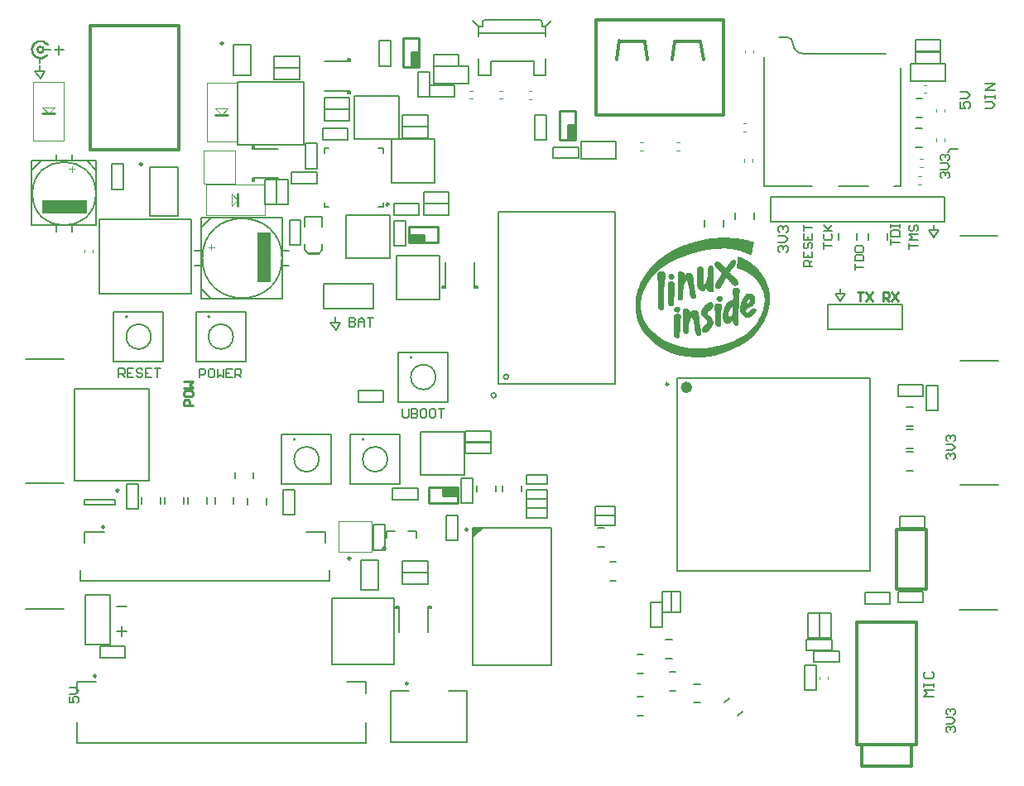
<source format=gto>
G04 Layer_Color=65535*
%FSLAX24Y24*%
%MOIN*%
G70*
G01*
G75*
%ADD10C,0.0060*%
%ADD11C,0.0080*%
%ADD75C,0.0100*%
%ADD79C,0.0120*%
%ADD93C,0.0050*%
%ADD114C,0.0090*%
%ADD115C,0.0098*%
%ADD116C,0.0098*%
%ADD117C,0.0236*%
%ADD118C,0.0075*%
%ADD119C,0.0040*%
%ADD120C,0.0079*%
%ADD121C,0.0080*%
%ADD122C,0.0080*%
%ADD123R,0.0571X0.1998*%
%ADD124R,0.1821X0.0522*%
G36*
X28803Y18453D02*
X28830D01*
Y18446D01*
X28837D01*
Y18440D01*
Y18433D01*
X28851D01*
Y18426D01*
Y18419D01*
X28858D01*
Y18413D01*
Y18406D01*
Y18399D01*
X28864D01*
Y18392D01*
Y18386D01*
Y18379D01*
Y18372D01*
Y18365D01*
Y18358D01*
Y18352D01*
Y18345D01*
Y18338D01*
Y18331D01*
Y18325D01*
Y18318D01*
X28858D01*
Y18311D01*
Y18304D01*
Y18298D01*
Y18291D01*
Y18284D01*
Y18277D01*
X28851D01*
Y18270D01*
Y18264D01*
Y18257D01*
Y18250D01*
Y18243D01*
Y18237D01*
Y18230D01*
Y18223D01*
Y18216D01*
Y18210D01*
Y18203D01*
X28844D01*
Y18196D01*
Y18189D01*
Y18182D01*
Y18176D01*
Y18169D01*
Y18162D01*
Y18155D01*
Y18149D01*
X28837D01*
Y18142D01*
Y18135D01*
Y18128D01*
Y18122D01*
Y18115D01*
Y18108D01*
X28830D01*
Y18101D01*
Y18094D01*
Y18088D01*
Y18081D01*
Y18074D01*
Y18067D01*
Y18061D01*
Y18054D01*
Y18047D01*
Y18040D01*
Y18034D01*
Y18027D01*
Y18020D01*
Y18013D01*
Y18006D01*
Y18000D01*
Y17993D01*
Y17986D01*
Y17979D01*
Y17973D01*
Y17966D01*
Y17959D01*
Y17952D01*
Y17946D01*
Y17939D01*
Y17932D01*
Y17925D01*
Y17918D01*
Y17912D01*
Y17905D01*
Y17898D01*
Y17891D01*
Y17885D01*
Y17878D01*
Y17871D01*
Y17864D01*
Y17858D01*
Y17851D01*
Y17844D01*
Y17837D01*
Y17830D01*
Y17824D01*
X28824D01*
Y17817D01*
Y17810D01*
Y17803D01*
Y17797D01*
Y17790D01*
Y17783D01*
Y17776D01*
Y17770D01*
Y17763D01*
Y17756D01*
Y17749D01*
Y17743D01*
Y17736D01*
Y17729D01*
Y17722D01*
Y17715D01*
Y17709D01*
Y17702D01*
Y17695D01*
Y17688D01*
Y17682D01*
Y17675D01*
Y17668D01*
Y17661D01*
Y17655D01*
X28817D01*
Y17648D01*
Y17641D01*
Y17634D01*
Y17627D01*
Y17621D01*
Y17614D01*
Y17607D01*
Y17600D01*
Y17594D01*
Y17587D01*
Y17580D01*
Y17573D01*
Y17567D01*
Y17560D01*
Y17553D01*
Y17546D01*
Y17539D01*
Y17533D01*
Y17526D01*
Y17519D01*
Y17512D01*
Y17506D01*
X28810D01*
Y17499D01*
Y17492D01*
Y17485D01*
Y17479D01*
Y17472D01*
Y17465D01*
Y17458D01*
Y17451D01*
Y17445D01*
Y17438D01*
Y17431D01*
Y17424D01*
Y17418D01*
Y17411D01*
Y17404D01*
Y17397D01*
Y17391D01*
Y17384D01*
Y17377D01*
Y17370D01*
Y17363D01*
Y17357D01*
Y17350D01*
Y17343D01*
Y17336D01*
Y17330D01*
Y17323D01*
Y17316D01*
Y17309D01*
Y17303D01*
Y17296D01*
Y17289D01*
Y17282D01*
Y17275D01*
Y17269D01*
Y17262D01*
Y17255D01*
Y17248D01*
Y17242D01*
Y17235D01*
Y17228D01*
Y17221D01*
Y17215D01*
Y17208D01*
Y17201D01*
Y17194D01*
Y17187D01*
Y17181D01*
Y17174D01*
Y17167D01*
Y17160D01*
Y17154D01*
Y17147D01*
Y17140D01*
Y17133D01*
Y17127D01*
Y17120D01*
Y17113D01*
Y17106D01*
Y17099D01*
Y17093D01*
Y17086D01*
Y17079D01*
Y17072D01*
Y17066D01*
Y17059D01*
Y17052D01*
Y17045D01*
Y17039D01*
Y17032D01*
X28803D01*
Y17025D01*
Y17018D01*
Y17011D01*
Y17005D01*
Y16998D01*
X28797D01*
Y16991D01*
Y16984D01*
X28790D01*
Y16978D01*
Y16971D01*
X28776D01*
Y16964D01*
Y16957D01*
X28763D01*
Y16951D01*
X28742D01*
Y16944D01*
X28682D01*
Y16951D01*
X28661D01*
Y16957D01*
X28648D01*
Y16964D01*
X28634D01*
Y16971D01*
Y16978D01*
X28627D01*
Y16984D01*
X28621D01*
Y16991D01*
X28614D01*
Y16998D01*
Y17005D01*
X28607D01*
Y17011D01*
Y17018D01*
X28600D01*
Y17025D01*
X28594D01*
Y17032D01*
Y17039D01*
Y17045D01*
X28587D01*
Y17052D01*
Y17059D01*
Y17066D01*
Y17072D01*
Y17079D01*
X28580D01*
Y17086D01*
Y17093D01*
Y17099D01*
Y17106D01*
Y17113D01*
Y17120D01*
Y17127D01*
Y17133D01*
X28573D01*
Y17140D01*
Y17147D01*
X28560D01*
Y17140D01*
X28553D01*
Y17133D01*
X28546D01*
Y17127D01*
Y17120D01*
X28533D01*
Y17113D01*
Y17106D01*
X28519D01*
Y17099D01*
Y17093D01*
X28506D01*
Y17086D01*
Y17079D01*
X28492D01*
Y17072D01*
X28485D01*
Y17066D01*
X28479D01*
Y17059D01*
X28472D01*
Y17052D01*
X28458D01*
Y17045D01*
X28438D01*
Y17039D01*
X28424D01*
Y17032D01*
X28391D01*
Y17025D01*
X28363D01*
Y17018D01*
X28350D01*
Y17025D01*
X28309D01*
Y17032D01*
X28289D01*
Y17039D01*
X28282D01*
Y17045D01*
X28275D01*
Y17052D01*
X28262D01*
Y17059D01*
X28248D01*
Y17066D01*
X28242D01*
Y17072D01*
X28235D01*
Y17079D01*
X28228D01*
Y17086D01*
Y17093D01*
X28221D01*
Y17099D01*
Y17106D01*
X28215D01*
Y17113D01*
X28208D01*
Y17120D01*
Y17127D01*
X28201D01*
Y17133D01*
Y17140D01*
X28194D01*
Y17147D01*
Y17154D01*
Y17160D01*
X28187D01*
Y17167D01*
Y17174D01*
Y17181D01*
Y17187D01*
Y17194D01*
Y17201D01*
Y17208D01*
Y17215D01*
X28181D01*
Y17221D01*
Y17228D01*
Y17235D01*
Y17242D01*
Y17248D01*
X28174D01*
Y17255D01*
Y17262D01*
Y17269D01*
Y17275D01*
X28167D01*
Y17282D01*
Y17289D01*
Y17296D01*
Y17303D01*
Y17309D01*
Y17316D01*
Y17323D01*
Y17330D01*
Y17336D01*
Y17343D01*
Y17350D01*
Y17357D01*
Y17363D01*
Y17370D01*
Y17377D01*
Y17384D01*
Y17391D01*
Y17397D01*
Y17404D01*
Y17411D01*
X28174D01*
Y17418D01*
Y17424D01*
Y17431D01*
Y17438D01*
Y17445D01*
Y17451D01*
X28181D01*
Y17458D01*
Y17465D01*
Y17472D01*
Y17479D01*
Y17485D01*
X28187D01*
Y17492D01*
Y17499D01*
Y17506D01*
Y17512D01*
X28194D01*
Y17519D01*
Y17526D01*
Y17533D01*
Y17539D01*
Y17546D01*
X28201D01*
Y17553D01*
Y17560D01*
Y17567D01*
Y17573D01*
Y17580D01*
X28208D01*
Y17587D01*
Y17594D01*
Y17600D01*
X28215D01*
Y17607D01*
Y17614D01*
Y17621D01*
X28221D01*
Y17627D01*
Y17634D01*
Y17641D01*
Y17648D01*
X28228D01*
Y17655D01*
Y17661D01*
Y17668D01*
X28235D01*
Y17675D01*
Y17682D01*
Y17688D01*
X28242D01*
Y17695D01*
Y17702D01*
Y17709D01*
X28248D01*
Y17715D01*
Y17722D01*
X28255D01*
Y17729D01*
Y17736D01*
X28262D01*
Y17743D01*
Y17749D01*
X28269D01*
Y17756D01*
Y17763D01*
X28275D01*
Y17770D01*
Y17776D01*
X28282D01*
Y17783D01*
X28289D01*
Y17790D01*
Y17797D01*
X28296D01*
Y17803D01*
X28303D01*
Y17810D01*
X28309D01*
Y17817D01*
Y17824D01*
X28316D01*
Y17830D01*
X28323D01*
Y17837D01*
X28330D01*
Y17844D01*
Y17851D01*
X28336D01*
Y17858D01*
X28343D01*
Y17864D01*
X28350D01*
Y17871D01*
X28357D01*
Y17878D01*
X28363D01*
Y17885D01*
X28370D01*
Y17891D01*
X28377D01*
Y17898D01*
X28384D01*
Y17905D01*
X28391D01*
Y17912D01*
X28397D01*
Y17918D01*
X28404D01*
Y17925D01*
X28411D01*
Y17932D01*
X28424D01*
Y17939D01*
Y17946D01*
X28438D01*
Y17952D01*
X28458D01*
Y17959D01*
X28512D01*
Y17966D01*
X28533D01*
Y17973D01*
X28560D01*
Y17979D01*
X28566D01*
Y17986D01*
Y17993D01*
X28573D01*
Y18000D01*
Y18006D01*
X28580D01*
Y18013D01*
Y18020D01*
Y18027D01*
Y18034D01*
X28587D01*
Y18040D01*
Y18047D01*
X28594D01*
Y18054D01*
Y18061D01*
Y18067D01*
Y18074D01*
Y18081D01*
Y18088D01*
Y18094D01*
Y18101D01*
Y18108D01*
Y18115D01*
Y18122D01*
Y18128D01*
Y18135D01*
Y18142D01*
X28587D01*
Y18149D01*
Y18155D01*
Y18162D01*
Y18169D01*
X28580D01*
Y18176D01*
Y18182D01*
Y18189D01*
Y18196D01*
Y18203D01*
X28573D01*
Y18210D01*
Y18216D01*
Y18223D01*
Y18230D01*
Y18237D01*
Y18243D01*
Y18250D01*
Y18257D01*
Y18264D01*
Y18270D01*
Y18277D01*
Y18284D01*
Y18291D01*
Y18298D01*
Y18304D01*
Y18311D01*
Y18318D01*
Y18325D01*
Y18331D01*
Y18338D01*
Y18345D01*
Y18352D01*
Y18358D01*
Y18365D01*
X28580D01*
Y18372D01*
Y18379D01*
Y18386D01*
Y18392D01*
Y18399D01*
X28587D01*
Y18406D01*
Y18413D01*
Y18419D01*
Y18426D01*
X28594D01*
Y18433D01*
Y18440D01*
X28600D01*
Y18446D01*
X28614D01*
Y18453D01*
Y18460D01*
X28803D01*
Y18453D01*
D02*
G37*
G36*
X28025Y17844D02*
X28052D01*
Y17837D01*
X28072D01*
Y17830D01*
X28079D01*
Y17824D01*
X28093D01*
Y17817D01*
X28099D01*
Y17810D01*
X28106D01*
Y17803D01*
X28113D01*
Y17797D01*
Y17790D01*
X28120D01*
Y17783D01*
Y17776D01*
Y17770D01*
X28127D01*
Y17763D01*
Y17756D01*
Y17749D01*
X28133D01*
Y17743D01*
Y17736D01*
Y17729D01*
Y17722D01*
Y17715D01*
Y17709D01*
Y17702D01*
Y17695D01*
Y17688D01*
Y17682D01*
Y17675D01*
Y17668D01*
Y17661D01*
Y17655D01*
Y17648D01*
Y17641D01*
X28127D01*
Y17634D01*
Y17627D01*
Y17621D01*
Y17614D01*
Y17607D01*
X28120D01*
Y17600D01*
Y17594D01*
Y17587D01*
Y17580D01*
Y17573D01*
X28113D01*
Y17567D01*
Y17560D01*
Y17553D01*
Y17546D01*
Y17539D01*
Y17533D01*
Y17526D01*
Y17519D01*
X28106D01*
Y17512D01*
Y17506D01*
Y17499D01*
Y17492D01*
Y17485D01*
Y17479D01*
Y17472D01*
Y17465D01*
Y17458D01*
Y17451D01*
Y17445D01*
Y17438D01*
Y17431D01*
Y17424D01*
Y17418D01*
Y17411D01*
Y17404D01*
Y17397D01*
Y17391D01*
Y17384D01*
Y17377D01*
Y17370D01*
Y17363D01*
Y17357D01*
Y17350D01*
Y17343D01*
Y17336D01*
Y17330D01*
Y17323D01*
Y17316D01*
Y17309D01*
Y17303D01*
Y17296D01*
Y17289D01*
Y17282D01*
Y17275D01*
Y17269D01*
Y17262D01*
Y17255D01*
Y17248D01*
Y17242D01*
Y17235D01*
Y17228D01*
Y17221D01*
Y17215D01*
Y17208D01*
Y17201D01*
Y17194D01*
Y17187D01*
Y17181D01*
Y17174D01*
Y17167D01*
Y17160D01*
Y17154D01*
Y17147D01*
Y17140D01*
X28099D01*
Y17133D01*
Y17127D01*
Y17120D01*
Y17113D01*
Y17106D01*
Y17099D01*
Y17093D01*
Y17086D01*
Y17079D01*
Y17072D01*
Y17066D01*
Y17059D01*
Y17052D01*
Y17045D01*
Y17039D01*
Y17032D01*
Y17025D01*
Y17018D01*
Y17011D01*
X28093D01*
Y17005D01*
Y16998D01*
Y16991D01*
Y16984D01*
Y16978D01*
Y16971D01*
Y16964D01*
Y16957D01*
X28086D01*
Y16951D01*
Y16944D01*
Y16937D01*
X28079D01*
Y16930D01*
Y16923D01*
X28072D01*
Y16917D01*
X28066D01*
Y16910D01*
X28045D01*
Y16903D01*
X28018D01*
Y16896D01*
X27984D01*
Y16903D01*
X27964D01*
Y16910D01*
X27944D01*
Y16917D01*
X27937D01*
Y16923D01*
X27923D01*
Y16930D01*
X27917D01*
Y16937D01*
X27910D01*
Y16944D01*
X27903D01*
Y16951D01*
X27896D01*
Y16957D01*
X27890D01*
Y16964D01*
X27883D01*
Y16971D01*
Y16978D01*
Y16984D01*
Y16991D01*
Y16998D01*
X27876D01*
Y17005D01*
Y17011D01*
Y17018D01*
Y17025D01*
X27869D01*
Y17032D01*
Y17039D01*
Y17045D01*
Y17052D01*
Y17059D01*
Y17066D01*
Y17072D01*
Y17079D01*
X27863D01*
Y17086D01*
Y17093D01*
Y17099D01*
Y17106D01*
Y17113D01*
Y17120D01*
Y17127D01*
Y17133D01*
Y17140D01*
Y17147D01*
Y17154D01*
Y17160D01*
Y17167D01*
Y17174D01*
Y17181D01*
Y17187D01*
Y17194D01*
Y17201D01*
Y17208D01*
Y17215D01*
Y17221D01*
Y17228D01*
Y17235D01*
Y17242D01*
Y17248D01*
Y17255D01*
Y17262D01*
Y17269D01*
Y17275D01*
Y17282D01*
Y17289D01*
Y17296D01*
Y17303D01*
Y17309D01*
Y17316D01*
Y17323D01*
Y17330D01*
Y17336D01*
Y17343D01*
Y17350D01*
Y17357D01*
Y17363D01*
Y17370D01*
Y17377D01*
Y17384D01*
Y17391D01*
Y17397D01*
Y17404D01*
Y17411D01*
Y17418D01*
Y17424D01*
Y17431D01*
Y17438D01*
Y17445D01*
Y17451D01*
Y17458D01*
Y17465D01*
Y17472D01*
Y17479D01*
Y17485D01*
Y17492D01*
Y17499D01*
X27856D01*
Y17506D01*
Y17512D01*
Y17519D01*
Y17526D01*
Y17533D01*
Y17539D01*
Y17546D01*
Y17553D01*
X27849D01*
Y17560D01*
Y17567D01*
Y17573D01*
Y17580D01*
Y17587D01*
Y17594D01*
Y17600D01*
Y17607D01*
Y17614D01*
Y17621D01*
Y17627D01*
Y17634D01*
Y17641D01*
Y17648D01*
Y17655D01*
Y17661D01*
Y17668D01*
Y17675D01*
Y17682D01*
Y17688D01*
Y17695D01*
Y17702D01*
Y17709D01*
Y17715D01*
Y17722D01*
Y17729D01*
Y17736D01*
Y17743D01*
Y17749D01*
Y17756D01*
Y17763D01*
Y17770D01*
Y17776D01*
X27856D01*
Y17783D01*
Y17790D01*
Y17797D01*
Y17803D01*
Y17810D01*
X27863D01*
Y17817D01*
X27869D01*
Y17824D01*
X27876D01*
Y17830D01*
X27883D01*
Y17837D01*
X27890D01*
Y17844D01*
X27903D01*
Y17851D01*
X28025D01*
Y17844D01*
D02*
G37*
G36*
X26373Y17715D02*
X26394D01*
Y17709D01*
X26407D01*
Y17702D01*
X26414D01*
Y17695D01*
X26421D01*
Y17688D01*
X26428D01*
Y17682D01*
X26434D01*
Y17675D01*
X26441D01*
Y17668D01*
Y17661D01*
Y17655D01*
X26448D01*
Y17648D01*
Y17641D01*
Y17634D01*
X26455D01*
Y17627D01*
Y17621D01*
Y17614D01*
X26461D01*
Y17607D01*
Y17600D01*
Y17594D01*
Y17587D01*
X26455D01*
Y17580D01*
Y17573D01*
Y17567D01*
Y17560D01*
X26448D01*
Y17553D01*
Y17546D01*
X26441D01*
Y17539D01*
X26434D01*
Y17533D01*
Y17526D01*
X26428D01*
Y17519D01*
Y17512D01*
X26414D01*
Y17506D01*
X26407D01*
Y17499D01*
X26400D01*
Y17492D01*
X26387D01*
Y17485D01*
X26373D01*
Y17479D01*
X26319D01*
Y17485D01*
X26292D01*
Y17492D01*
X26279D01*
Y17499D01*
X26272D01*
Y17506D01*
X26258D01*
Y17512D01*
X26252D01*
Y17519D01*
X26245D01*
Y17526D01*
X26238D01*
Y17533D01*
X26231D01*
Y17539D01*
X26224D01*
Y17546D01*
Y17553D01*
X26218D01*
Y17560D01*
Y17567D01*
Y17573D01*
Y17580D01*
X26211D01*
Y17587D01*
Y17594D01*
Y17600D01*
Y17607D01*
Y17614D01*
Y17621D01*
Y17627D01*
X26218D01*
Y17634D01*
Y17641D01*
X26224D01*
Y17648D01*
Y17655D01*
X26238D01*
Y17661D01*
Y17668D01*
X26245D01*
Y17675D01*
X26252D01*
Y17682D01*
Y17688D01*
X26265D01*
Y17695D01*
X26279D01*
Y17702D01*
Y17709D01*
X26285D01*
Y17715D01*
X26306D01*
Y17722D01*
X26373D01*
Y17715D01*
D02*
G37*
G36*
X29270Y18243D02*
X29304D01*
Y18237D01*
X29325D01*
Y18230D01*
X29338D01*
Y18223D01*
X29352D01*
Y18216D01*
X29372D01*
Y18210D01*
X29379D01*
Y18203D01*
X29392D01*
Y18196D01*
X29399D01*
Y18189D01*
X29406D01*
Y18182D01*
X29419D01*
Y18176D01*
X29426D01*
Y18169D01*
Y18162D01*
X29433D01*
Y18155D01*
X29440D01*
Y18149D01*
X29446D01*
Y18142D01*
Y18135D01*
X29453D01*
Y18128D01*
Y18122D01*
X29460D01*
Y18115D01*
X29467D01*
Y18108D01*
Y18101D01*
Y18094D01*
X29474D01*
Y18088D01*
Y18081D01*
X29480D01*
Y18074D01*
Y18067D01*
Y18061D01*
Y18054D01*
Y18047D01*
Y18040D01*
Y18034D01*
Y18027D01*
Y18020D01*
Y18013D01*
Y18006D01*
Y18000D01*
Y17993D01*
Y17986D01*
Y17979D01*
Y17973D01*
X29474D01*
Y17966D01*
Y17959D01*
Y17952D01*
Y17946D01*
Y17939D01*
Y17932D01*
Y17925D01*
Y17918D01*
Y17912D01*
Y17905D01*
X29467D01*
Y17898D01*
Y17891D01*
Y17885D01*
Y17878D01*
Y17871D01*
Y17864D01*
Y17858D01*
X29460D01*
Y17851D01*
Y17844D01*
X29453D01*
Y17837D01*
X29446D01*
Y17830D01*
Y17824D01*
Y17817D01*
X29440D01*
Y17810D01*
X29433D01*
Y17803D01*
X29426D01*
Y17797D01*
X29419D01*
Y17790D01*
X29413D01*
Y17783D01*
Y17776D01*
X29406D01*
Y17770D01*
X29399D01*
Y17763D01*
X29392D01*
Y17756D01*
X29386D01*
Y17749D01*
X29372D01*
Y17743D01*
X29365D01*
Y17736D01*
X29352D01*
Y17729D01*
X29345D01*
Y17722D01*
X29338D01*
Y17715D01*
X29325D01*
Y17709D01*
X29311D01*
Y17702D01*
X29298D01*
Y17695D01*
X29277D01*
Y17688D01*
X29257D01*
Y17682D01*
X29237D01*
Y17675D01*
X29223D01*
Y17668D01*
X29210D01*
Y17661D01*
X29203D01*
Y17655D01*
X29189D01*
Y17648D01*
X29182D01*
Y17641D01*
X29169D01*
Y17634D01*
X29162D01*
Y17627D01*
X29149D01*
Y17621D01*
X29142D01*
Y17614D01*
Y17607D01*
X29135D01*
Y17600D01*
X29128D01*
Y17594D01*
Y17587D01*
Y17580D01*
X29122D01*
Y17573D01*
Y17567D01*
Y17560D01*
X29115D01*
Y17553D01*
Y17546D01*
Y17539D01*
Y17533D01*
Y17526D01*
Y17519D01*
X29122D01*
Y17512D01*
Y17506D01*
X29128D01*
Y17499D01*
X29135D01*
Y17492D01*
X29142D01*
Y17485D01*
X29155D01*
Y17479D01*
X29189D01*
Y17485D01*
X29203D01*
Y17492D01*
X29210D01*
Y17499D01*
X29216D01*
Y17506D01*
X29223D01*
Y17512D01*
X29230D01*
Y17519D01*
X29237D01*
Y17526D01*
X29243D01*
Y17533D01*
X29257D01*
Y17539D01*
Y17546D01*
X29264D01*
Y17553D01*
X29270D01*
Y17560D01*
X29277D01*
Y17567D01*
X29284D01*
Y17573D01*
X29291D01*
Y17580D01*
X29298D01*
Y17587D01*
Y17594D01*
X29304D01*
Y17600D01*
X29311D01*
Y17607D01*
X29318D01*
Y17614D01*
X29325D01*
Y17621D01*
X29331D01*
Y17627D01*
X29338D01*
Y17634D01*
X29352D01*
Y17641D01*
X29358D01*
Y17648D01*
X29379D01*
Y17655D01*
X29480D01*
Y17648D01*
X29487D01*
Y17641D01*
X29494D01*
Y17634D01*
X29501D01*
Y17627D01*
X29507D01*
Y17621D01*
Y17614D01*
X29514D01*
Y17607D01*
Y17600D01*
Y17594D01*
X29521D01*
Y17587D01*
Y17580D01*
Y17573D01*
Y17567D01*
Y17560D01*
Y17553D01*
Y17546D01*
Y17539D01*
Y17533D01*
X29514D01*
Y17526D01*
Y17519D01*
X29507D01*
Y17512D01*
Y17506D01*
X29501D01*
Y17499D01*
Y17492D01*
Y17485D01*
X29494D01*
Y17479D01*
Y17472D01*
X29487D01*
Y17465D01*
X29480D01*
Y17458D01*
X29474D01*
Y17451D01*
Y17445D01*
X29460D01*
Y17438D01*
Y17431D01*
X29453D01*
Y17424D01*
X29446D01*
Y17418D01*
X29440D01*
Y17411D01*
X29433D01*
Y17404D01*
Y17397D01*
X29426D01*
Y17391D01*
X29413D01*
Y17384D01*
X29406D01*
Y17377D01*
X29399D01*
Y17370D01*
X29392D01*
Y17363D01*
X29386D01*
Y17357D01*
X29379D01*
Y17350D01*
X29372D01*
Y17343D01*
X29365D01*
Y17336D01*
Y17330D01*
X29358D01*
Y17323D01*
X29345D01*
Y17316D01*
X29338D01*
Y17309D01*
X29331D01*
Y17303D01*
X29318D01*
Y17296D01*
X29304D01*
Y17289D01*
X29284D01*
Y17282D01*
X29270D01*
Y17275D01*
X29250D01*
Y17269D01*
X29210D01*
Y17262D01*
X29142D01*
Y17269D01*
X29094D01*
Y17275D01*
X29081D01*
Y17282D01*
X29067D01*
Y17289D01*
X29061D01*
Y17296D01*
X29047D01*
Y17303D01*
X29034D01*
Y17309D01*
Y17316D01*
X29027D01*
Y17323D01*
X29013D01*
Y17330D01*
X29006D01*
Y17336D01*
X29000D01*
Y17343D01*
X28993D01*
Y17350D01*
X28986D01*
Y17357D01*
X28979D01*
Y17363D01*
X28973D01*
Y17370D01*
X28966D01*
Y17377D01*
Y17384D01*
X28959D01*
Y17391D01*
X28952D01*
Y17397D01*
X28946D01*
Y17404D01*
Y17411D01*
X28932D01*
Y17418D01*
Y17424D01*
X28925D01*
Y17431D01*
X28918D01*
Y17438D01*
Y17445D01*
X28912D01*
Y17451D01*
Y17458D01*
X28905D01*
Y17465D01*
X28898D01*
Y17472D01*
Y17479D01*
Y17485D01*
X28891D01*
Y17492D01*
X28885D01*
Y17499D01*
Y17506D01*
Y17512D01*
X28878D01*
Y17519D01*
Y17526D01*
Y17533D01*
Y17539D01*
Y17546D01*
X28871D01*
Y17553D01*
Y17560D01*
Y17567D01*
Y17573D01*
Y17580D01*
Y17587D01*
Y17594D01*
Y17600D01*
Y17607D01*
Y17614D01*
Y17621D01*
Y17627D01*
Y17634D01*
Y17641D01*
Y17648D01*
Y17655D01*
Y17661D01*
Y17668D01*
Y17675D01*
Y17682D01*
Y17688D01*
Y17695D01*
Y17702D01*
Y17709D01*
Y17715D01*
Y17722D01*
Y17729D01*
Y17736D01*
Y17743D01*
X28878D01*
Y17749D01*
Y17756D01*
Y17763D01*
X28885D01*
Y17770D01*
Y17776D01*
Y17783D01*
Y17790D01*
X28891D01*
Y17797D01*
Y17803D01*
Y17810D01*
X28898D01*
Y17817D01*
Y17824D01*
Y17830D01*
Y17837D01*
X28905D01*
Y17844D01*
Y17851D01*
X28912D01*
Y17858D01*
Y17864D01*
Y17871D01*
Y17878D01*
X28918D01*
Y17885D01*
Y17891D01*
Y17898D01*
Y17905D01*
Y17912D01*
X28925D01*
Y17918D01*
Y17925D01*
X28932D01*
Y17932D01*
Y17939D01*
X28939D01*
Y17946D01*
Y17952D01*
X28946D01*
Y17959D01*
Y17966D01*
X28952D01*
Y17973D01*
X28959D01*
Y17979D01*
Y17986D01*
X28966D01*
Y17993D01*
Y18000D01*
X28973D01*
Y18006D01*
Y18013D01*
Y18020D01*
X28979D01*
Y18027D01*
Y18034D01*
X28986D01*
Y18040D01*
X28993D01*
Y18047D01*
Y18054D01*
X29000D01*
Y18061D01*
Y18067D01*
X29006D01*
Y18074D01*
X29013D01*
Y18081D01*
Y18088D01*
X29020D01*
Y18094D01*
X29027D01*
Y18101D01*
Y18108D01*
Y18115D01*
X29034D01*
Y18122D01*
Y18128D01*
X29040D01*
Y18135D01*
X29047D01*
Y18142D01*
Y18149D01*
X29054D01*
Y18155D01*
X29061D01*
Y18162D01*
X29067D01*
Y18169D01*
X29074D01*
Y18176D01*
X29081D01*
Y18182D01*
X29088D01*
Y18189D01*
X29094D01*
Y18196D01*
Y18203D01*
X29101D01*
Y18210D01*
X29108D01*
Y18216D01*
X29115D01*
Y18223D01*
X29128D01*
Y18230D01*
X29135D01*
Y18237D01*
X29149D01*
Y18243D01*
X29169D01*
Y18250D01*
X29270D01*
Y18243D01*
D02*
G37*
G36*
X26414Y17418D02*
X26428D01*
Y17411D01*
X26441D01*
Y17404D01*
X26448D01*
Y17397D01*
X26455D01*
Y17391D01*
X26461D01*
Y17384D01*
X26468D01*
Y17377D01*
X26475D01*
Y17370D01*
X26482D01*
Y17363D01*
Y17357D01*
X26488D01*
Y17350D01*
Y17343D01*
Y17336D01*
Y17330D01*
Y17323D01*
Y17316D01*
Y17309D01*
Y17303D01*
Y17296D01*
Y17289D01*
Y17282D01*
Y17275D01*
Y17269D01*
Y17262D01*
Y17255D01*
X26482D01*
Y17248D01*
Y17242D01*
Y17235D01*
Y17228D01*
Y17221D01*
Y17215D01*
Y17208D01*
Y17201D01*
Y17194D01*
Y17187D01*
Y17181D01*
Y17174D01*
Y17167D01*
Y17160D01*
Y17154D01*
Y17147D01*
Y17140D01*
Y17133D01*
X26475D01*
Y17127D01*
Y17120D01*
Y17113D01*
Y17106D01*
Y17099D01*
Y17093D01*
Y17086D01*
Y17079D01*
Y17072D01*
Y17066D01*
Y17059D01*
Y17052D01*
Y17045D01*
Y17039D01*
Y17032D01*
Y17025D01*
Y17018D01*
Y17011D01*
Y17005D01*
Y16998D01*
Y16991D01*
Y16984D01*
Y16978D01*
Y16971D01*
Y16964D01*
Y16957D01*
Y16951D01*
Y16944D01*
Y16937D01*
Y16930D01*
Y16923D01*
X26468D01*
Y16917D01*
Y16910D01*
Y16903D01*
Y16896D01*
Y16890D01*
Y16883D01*
Y16876D01*
Y16869D01*
Y16863D01*
Y16856D01*
Y16849D01*
Y16842D01*
Y16835D01*
Y16829D01*
Y16822D01*
Y16815D01*
X26461D01*
Y16808D01*
Y16802D01*
Y16795D01*
Y16788D01*
Y16781D01*
Y16775D01*
Y16768D01*
Y16761D01*
Y16754D01*
Y16747D01*
X26455D01*
Y16741D01*
Y16734D01*
Y16727D01*
Y16720D01*
Y16714D01*
Y16707D01*
Y16700D01*
X26448D01*
Y16693D01*
Y16687D01*
Y16680D01*
Y16673D01*
Y16666D01*
X26441D01*
Y16659D01*
Y16653D01*
Y16646D01*
Y16639D01*
Y16632D01*
Y16626D01*
Y16619D01*
Y16612D01*
Y16605D01*
Y16599D01*
Y16592D01*
Y16585D01*
Y16578D01*
X26434D01*
Y16572D01*
Y16565D01*
Y16558D01*
Y16551D01*
Y16544D01*
Y16538D01*
Y16531D01*
Y16524D01*
Y16517D01*
Y16511D01*
Y16504D01*
Y16497D01*
Y16490D01*
Y16484D01*
Y16477D01*
X26428D01*
Y16470D01*
Y16463D01*
X26421D01*
Y16456D01*
X26414D01*
Y16450D01*
X26400D01*
Y16443D01*
X26387D01*
Y16436D01*
X26326D01*
Y16443D01*
X26312D01*
Y16450D01*
X26285D01*
Y16456D01*
X26265D01*
Y16463D01*
Y16470D01*
X26252D01*
Y16477D01*
Y16484D01*
X26231D01*
Y16490D01*
Y16497D01*
X26224D01*
Y16504D01*
Y16511D01*
X26218D01*
Y16517D01*
Y16524D01*
Y16531D01*
Y16538D01*
Y16544D01*
Y16551D01*
Y16558D01*
Y16565D01*
Y16572D01*
Y16578D01*
Y16585D01*
Y16592D01*
Y16599D01*
Y16605D01*
Y16612D01*
Y16619D01*
X26211D01*
Y16626D01*
Y16632D01*
Y16639D01*
Y16646D01*
Y16653D01*
X26204D01*
Y16659D01*
Y16666D01*
Y16673D01*
Y16680D01*
Y16687D01*
Y16693D01*
Y16700D01*
Y16707D01*
Y16714D01*
Y16720D01*
Y16727D01*
Y16734D01*
Y16741D01*
Y16747D01*
Y16754D01*
Y16761D01*
Y16768D01*
Y16775D01*
Y16781D01*
Y16788D01*
Y16795D01*
Y16802D01*
Y16808D01*
Y16815D01*
Y16822D01*
Y16829D01*
Y16835D01*
Y16842D01*
Y16849D01*
Y16856D01*
Y16863D01*
Y16869D01*
Y16876D01*
Y16883D01*
Y16890D01*
Y16896D01*
Y16903D01*
Y16910D01*
Y16917D01*
Y16923D01*
Y16930D01*
Y16937D01*
Y16944D01*
Y16951D01*
Y16957D01*
Y16964D01*
Y16971D01*
Y16978D01*
Y16984D01*
Y16991D01*
Y16998D01*
Y17005D01*
Y17011D01*
Y17018D01*
Y17025D01*
Y17032D01*
Y17039D01*
Y17045D01*
Y17052D01*
Y17059D01*
Y17066D01*
Y17072D01*
Y17079D01*
Y17086D01*
Y17093D01*
Y17099D01*
Y17106D01*
Y17113D01*
Y17120D01*
Y17127D01*
Y17133D01*
Y17140D01*
Y17147D01*
Y17154D01*
Y17160D01*
Y17167D01*
Y17174D01*
Y17181D01*
Y17187D01*
Y17194D01*
Y17201D01*
Y17208D01*
Y17215D01*
Y17221D01*
Y17228D01*
Y17235D01*
Y17242D01*
Y17248D01*
Y17255D01*
Y17262D01*
Y17269D01*
Y17275D01*
Y17282D01*
Y17289D01*
Y17296D01*
Y17303D01*
Y17309D01*
Y17316D01*
Y17323D01*
Y17330D01*
Y17336D01*
Y17343D01*
Y17350D01*
X26211D01*
Y17357D01*
Y17363D01*
X26218D01*
Y17370D01*
Y17377D01*
Y17384D01*
X26224D01*
Y17391D01*
X26231D01*
Y17397D01*
X26238D01*
Y17404D01*
X26245D01*
Y17411D01*
X26265D01*
Y17418D01*
X26285D01*
Y17424D01*
X26414D01*
Y17418D01*
D02*
G37*
G36*
X18116Y8423D02*
Y8798D01*
X18490D01*
X18116Y8423D01*
D02*
G37*
G36*
X27720Y17891D02*
Y17885D01*
X27727D01*
Y17878D01*
X27734D01*
Y17871D01*
X27741D01*
Y17864D01*
X27747D01*
Y17858D01*
X27754D01*
Y17851D01*
X27761D01*
Y17844D01*
Y17837D01*
X27768D01*
Y17830D01*
Y17824D01*
X27775D01*
Y17817D01*
Y17810D01*
X27781D01*
Y17803D01*
Y17797D01*
Y17790D01*
X27788D01*
Y17783D01*
Y17776D01*
Y17770D01*
Y17763D01*
Y17756D01*
Y17749D01*
Y17743D01*
Y17736D01*
Y17729D01*
Y17722D01*
Y17715D01*
X27781D01*
Y17709D01*
Y17702D01*
Y17695D01*
Y17688D01*
X27775D01*
Y17682D01*
X27768D01*
Y17675D01*
X27761D01*
Y17668D01*
Y17661D01*
X27754D01*
Y17655D01*
Y17648D01*
X27741D01*
Y17641D01*
X27734D01*
Y17634D01*
X27727D01*
Y17627D01*
X27720D01*
Y17621D01*
Y17614D01*
X27714D01*
Y17607D01*
X27707D01*
Y17600D01*
Y17594D01*
X27693D01*
Y17587D01*
X27687D01*
Y17580D01*
X27680D01*
Y17573D01*
X27666D01*
Y17567D01*
Y17560D01*
X27653D01*
Y17553D01*
X27646D01*
Y17546D01*
X27632D01*
Y17539D01*
X27626D01*
Y17533D01*
X27619D01*
Y17526D01*
X27605D01*
Y17519D01*
Y17512D01*
X27599D01*
Y17506D01*
X27585D01*
Y17499D01*
X27578D01*
Y17492D01*
Y17485D01*
X27571D01*
Y17479D01*
X27565D01*
Y17472D01*
Y17465D01*
Y17458D01*
X27558D01*
Y17451D01*
Y17445D01*
Y17438D01*
Y17431D01*
Y17424D01*
X27565D01*
Y17418D01*
Y17411D01*
X27571D01*
Y17404D01*
Y17397D01*
Y17391D01*
X27578D01*
Y17384D01*
X27592D01*
Y17377D01*
X27605D01*
Y17370D01*
Y17363D01*
X27619D01*
Y17357D01*
X27626D01*
Y17350D01*
X27632D01*
Y17343D01*
X27646D01*
Y17336D01*
Y17330D01*
X27653D01*
Y17323D01*
X27659D01*
Y17316D01*
X27666D01*
Y17309D01*
X27673D01*
Y17303D01*
X27680D01*
Y17296D01*
X27687D01*
Y17289D01*
X27693D01*
Y17282D01*
X27700D01*
Y17275D01*
X27707D01*
Y17269D01*
X27714D01*
Y17262D01*
X27720D01*
Y17255D01*
X27727D01*
Y17248D01*
Y17242D01*
X27734D01*
Y17235D01*
X27741D01*
Y17228D01*
X27747D01*
Y17221D01*
X27754D01*
Y17215D01*
Y17208D01*
X27761D01*
Y17201D01*
Y17194D01*
X27768D01*
Y17187D01*
Y17181D01*
X27775D01*
Y17174D01*
Y17167D01*
X27781D01*
Y17160D01*
Y17154D01*
X27788D01*
Y17147D01*
Y17140D01*
Y17133D01*
Y17127D01*
Y17120D01*
Y17113D01*
Y17106D01*
Y17099D01*
Y17093D01*
Y17086D01*
Y17079D01*
Y17072D01*
Y17066D01*
Y17059D01*
Y17052D01*
Y17045D01*
Y17039D01*
Y17032D01*
Y17025D01*
Y17018D01*
Y17011D01*
Y17005D01*
Y16998D01*
X27781D01*
Y16991D01*
Y16984D01*
Y16978D01*
X27775D01*
Y16971D01*
Y16964D01*
X27768D01*
Y16957D01*
Y16951D01*
X27761D01*
Y16944D01*
Y16937D01*
X27754D01*
Y16930D01*
Y16923D01*
X27747D01*
Y16917D01*
X27741D01*
Y16910D01*
X27734D01*
Y16903D01*
Y16896D01*
X27727D01*
Y16890D01*
Y16883D01*
X27720D01*
Y16876D01*
X27714D01*
Y16869D01*
X27707D01*
Y16863D01*
X27700D01*
Y16856D01*
X27693D01*
Y16849D01*
X27687D01*
Y16842D01*
Y16835D01*
X27680D01*
Y16829D01*
X27673D01*
Y16822D01*
X27666D01*
Y16815D01*
X27659D01*
Y16808D01*
Y16802D01*
X27653D01*
Y16795D01*
X27646D01*
Y16788D01*
Y16781D01*
X27639D01*
Y16775D01*
X27626D01*
Y16768D01*
X27619D01*
Y16761D01*
Y16754D01*
X27605D01*
Y16747D01*
X27599D01*
Y16741D01*
X27592D01*
Y16734D01*
Y16727D01*
X27585D01*
Y16720D01*
X27571D01*
Y16714D01*
Y16707D01*
X27565D01*
Y16700D01*
X27551D01*
Y16693D01*
X27544D01*
Y16687D01*
X27531D01*
Y16680D01*
X27517D01*
Y16673D01*
X27511D01*
Y16666D01*
X27423D01*
Y16673D01*
X27409D01*
Y16680D01*
X27389D01*
Y16687D01*
X27382D01*
Y16693D01*
X27368D01*
Y16700D01*
X27362D01*
Y16707D01*
X27355D01*
Y16714D01*
X27341D01*
Y16720D01*
X27335D01*
Y16727D01*
X27328D01*
Y16734D01*
Y16741D01*
X27321D01*
Y16747D01*
Y16754D01*
Y16761D01*
Y16768D01*
Y16775D01*
X27314D01*
Y16781D01*
Y16788D01*
X27321D01*
Y16795D01*
Y16802D01*
Y16808D01*
Y16815D01*
X27328D01*
Y16822D01*
X27335D01*
Y16829D01*
X27341D01*
Y16835D01*
X27348D01*
Y16842D01*
Y16849D01*
X27355D01*
Y16856D01*
X27362D01*
Y16863D01*
X27368D01*
Y16869D01*
X27375D01*
Y16876D01*
Y16883D01*
X27382D01*
Y16890D01*
X27389D01*
Y16896D01*
X27395D01*
Y16903D01*
X27402D01*
Y16910D01*
X27409D01*
Y16917D01*
X27416D01*
Y16923D01*
Y16930D01*
X27423D01*
Y16937D01*
Y16944D01*
X27429D01*
Y16951D01*
X27436D01*
Y16957D01*
X27443D01*
Y16964D01*
X27450D01*
Y16971D01*
X27456D01*
Y16978D01*
X27463D01*
Y16984D01*
X27470D01*
Y16991D01*
Y16998D01*
X27477D01*
Y17005D01*
X27483D01*
Y17011D01*
X27490D01*
Y17018D01*
X27497D01*
Y17025D01*
Y17032D01*
X27511D01*
Y17039D01*
Y17045D01*
X27524D01*
Y17052D01*
Y17059D01*
X27531D01*
Y17066D01*
Y17072D01*
Y17079D01*
X27538D01*
Y17086D01*
Y17093D01*
X27544D01*
Y17099D01*
Y17106D01*
Y17113D01*
Y17120D01*
X27538D01*
Y17127D01*
Y17133D01*
Y17140D01*
X27531D01*
Y17147D01*
Y17154D01*
Y17160D01*
X27524D01*
Y17167D01*
Y17174D01*
Y17181D01*
X27517D01*
Y17187D01*
Y17194D01*
X27511D01*
Y17201D01*
X27504D01*
Y17208D01*
X27497D01*
Y17215D01*
X27490D01*
Y17221D01*
X27483D01*
Y17228D01*
X27477D01*
Y17235D01*
X27470D01*
Y17242D01*
X27463D01*
Y17248D01*
X27456D01*
Y17255D01*
X27450D01*
Y17262D01*
X27436D01*
Y17269D01*
X27429D01*
Y17275D01*
X27416D01*
Y17282D01*
X27409D01*
Y17289D01*
X27402D01*
Y17296D01*
X27389D01*
Y17303D01*
X27375D01*
Y17309D01*
X27362D01*
Y17316D01*
X27355D01*
Y17323D01*
X27348D01*
Y17330D01*
Y17336D01*
X27341D01*
Y17343D01*
X27335D01*
Y17350D01*
X27328D01*
Y17357D01*
Y17363D01*
X27321D01*
Y17370D01*
X27314D01*
Y17377D01*
X27307D01*
Y17384D01*
Y17391D01*
X27301D01*
Y17397D01*
Y17404D01*
Y17411D01*
Y17418D01*
Y17424D01*
Y17431D01*
X27294D01*
Y17438D01*
Y17445D01*
Y17451D01*
Y17458D01*
Y17465D01*
Y17472D01*
Y17479D01*
Y17485D01*
Y17492D01*
Y17499D01*
X27301D01*
Y17506D01*
Y17512D01*
Y17519D01*
Y17526D01*
Y17533D01*
X27307D01*
Y17539D01*
Y17546D01*
X27314D01*
Y17553D01*
Y17560D01*
Y17567D01*
Y17573D01*
X27321D01*
Y17580D01*
Y17587D01*
Y17594D01*
X27328D01*
Y17600D01*
X27335D01*
Y17607D01*
Y17614D01*
Y17621D01*
X27341D01*
Y17627D01*
Y17634D01*
X27348D01*
Y17641D01*
Y17648D01*
X27355D01*
Y17655D01*
X27362D01*
Y17661D01*
X27368D01*
Y17668D01*
X27375D01*
Y17675D01*
Y17682D01*
X27382D01*
Y17688D01*
X27389D01*
Y17695D01*
Y17702D01*
X27395D01*
Y17709D01*
X27409D01*
Y17715D01*
X27416D01*
Y17722D01*
X27423D01*
Y17729D01*
Y17736D01*
X27429D01*
Y17743D01*
X27436D01*
Y17749D01*
Y17756D01*
X27443D01*
Y17763D01*
X27450D01*
Y17770D01*
X27463D01*
Y17776D01*
X27470D01*
Y17783D01*
X27477D01*
Y17790D01*
X27490D01*
Y17797D01*
X27497D01*
Y17803D01*
Y17810D01*
X27511D01*
Y17817D01*
X27524D01*
Y17824D01*
X27531D01*
Y17830D01*
X27544D01*
Y17837D01*
X27558D01*
Y17844D01*
X27565D01*
Y17851D01*
X27571D01*
Y17858D01*
X27578D01*
Y17864D01*
X27592D01*
Y17871D01*
X27605D01*
Y17878D01*
Y17885D01*
X27619D01*
Y17891D01*
X27639D01*
Y17898D01*
X27720D01*
Y17891D01*
D02*
G37*
G36*
X26725Y17634D02*
X26752D01*
Y17627D01*
X26773D01*
Y17621D01*
X26780D01*
Y17614D01*
X26793D01*
Y17607D01*
X26800D01*
Y17600D01*
X26807D01*
Y17594D01*
X26813D01*
Y17587D01*
X26820D01*
Y17580D01*
X26827D01*
Y17573D01*
X26834D01*
Y17567D01*
X26840D01*
Y17560D01*
X26847D01*
Y17553D01*
X26854D01*
Y17546D01*
X26861D01*
Y17539D01*
X26868D01*
Y17533D01*
X26874D01*
Y17526D01*
Y17519D01*
X26881D01*
Y17512D01*
X26888D01*
Y17506D01*
X26901D01*
Y17512D01*
Y17519D01*
X26908D01*
Y17526D01*
Y17533D01*
Y17539D01*
X26915D01*
Y17546D01*
X26922D01*
Y17553D01*
Y17560D01*
X26928D01*
Y17567D01*
X26935D01*
Y17573D01*
X26942D01*
Y17580D01*
X27098D01*
Y17573D01*
X27111D01*
Y17567D01*
X27125D01*
Y17560D01*
X27138D01*
Y17553D01*
X27152D01*
Y17546D01*
X27159D01*
Y17539D01*
X27165D01*
Y17533D01*
Y17526D01*
X27172D01*
Y17519D01*
X27179D01*
Y17512D01*
Y17506D01*
X27186D01*
Y17499D01*
Y17492D01*
X27192D01*
Y17485D01*
Y17479D01*
Y17472D01*
Y17465D01*
Y17458D01*
Y17451D01*
X27199D01*
Y17445D01*
Y17438D01*
Y17431D01*
Y17424D01*
X27206D01*
Y17418D01*
Y17411D01*
Y17404D01*
Y17397D01*
X27213D01*
Y17391D01*
Y17384D01*
Y17377D01*
Y17370D01*
Y17363D01*
Y17357D01*
Y17350D01*
Y17343D01*
Y17336D01*
X27220D01*
Y17330D01*
Y17323D01*
Y17316D01*
Y17309D01*
Y17303D01*
Y17296D01*
Y17289D01*
Y17282D01*
Y17275D01*
Y17269D01*
Y17262D01*
Y17255D01*
X27226D01*
Y17248D01*
Y17242D01*
Y17235D01*
Y17228D01*
Y17221D01*
Y17215D01*
Y17208D01*
Y17201D01*
Y17194D01*
Y17187D01*
Y17181D01*
Y17174D01*
Y17167D01*
X27233D01*
Y17160D01*
Y17154D01*
Y17147D01*
Y17140D01*
Y17133D01*
Y17127D01*
X27240D01*
Y17120D01*
Y17113D01*
Y17106D01*
Y17099D01*
Y17093D01*
Y17086D01*
Y17079D01*
X27247D01*
Y17072D01*
Y17066D01*
Y17059D01*
Y17052D01*
Y17045D01*
Y17039D01*
Y17032D01*
Y17025D01*
Y17018D01*
Y17011D01*
X27253D01*
Y17005D01*
Y16998D01*
Y16991D01*
Y16984D01*
Y16978D01*
Y16971D01*
Y16964D01*
Y16957D01*
X27260D01*
Y16951D01*
Y16944D01*
Y16937D01*
Y16930D01*
Y16923D01*
Y16917D01*
Y16910D01*
Y16903D01*
X27267D01*
Y16896D01*
Y16890D01*
Y16883D01*
Y16876D01*
Y16869D01*
X27274D01*
Y16863D01*
Y16856D01*
Y16849D01*
X27280D01*
Y16842D01*
Y16835D01*
X27287D01*
Y16829D01*
Y16822D01*
Y16815D01*
Y16808D01*
Y16802D01*
X27294D01*
Y16795D01*
Y16788D01*
Y16781D01*
Y16775D01*
Y16768D01*
Y16761D01*
X27301D01*
Y16754D01*
Y16747D01*
Y16741D01*
Y16734D01*
Y16727D01*
Y16720D01*
X27307D01*
Y16714D01*
Y16707D01*
Y16700D01*
Y16693D01*
X27314D01*
Y16687D01*
Y16680D01*
Y16673D01*
Y16666D01*
Y16659D01*
Y16653D01*
Y16646D01*
Y16639D01*
Y16632D01*
Y16626D01*
Y16619D01*
Y16612D01*
X27307D01*
Y16605D01*
Y16599D01*
Y16592D01*
Y16585D01*
X27301D01*
Y16578D01*
X27294D01*
Y16572D01*
Y16565D01*
X27287D01*
Y16558D01*
X27267D01*
Y16551D01*
X27253D01*
Y16544D01*
X27159D01*
Y16551D01*
X27145D01*
Y16558D01*
X27132D01*
Y16565D01*
Y16572D01*
X27118D01*
Y16578D01*
Y16585D01*
X27104D01*
Y16592D01*
Y16599D01*
Y16605D01*
Y16612D01*
X27098D01*
Y16619D01*
X27091D01*
Y16626D01*
Y16632D01*
Y16639D01*
Y16646D01*
X27084D01*
Y16653D01*
Y16659D01*
X27077D01*
Y16666D01*
Y16673D01*
X27071D01*
Y16680D01*
Y16687D01*
X27064D01*
Y16693D01*
Y16700D01*
Y16707D01*
Y16714D01*
X27057D01*
Y16720D01*
Y16727D01*
Y16734D01*
Y16741D01*
Y16747D01*
Y16754D01*
X27050D01*
Y16761D01*
Y16768D01*
Y16775D01*
Y16781D01*
X27044D01*
Y16788D01*
Y16795D01*
Y16802D01*
Y16808D01*
Y16815D01*
Y16822D01*
Y16829D01*
Y16835D01*
Y16842D01*
Y16849D01*
Y16856D01*
Y16863D01*
Y16869D01*
Y16876D01*
X27037D01*
Y16883D01*
Y16890D01*
Y16896D01*
Y16903D01*
Y16910D01*
Y16917D01*
Y16923D01*
Y16930D01*
Y16937D01*
X27030D01*
Y16944D01*
Y16951D01*
Y16957D01*
Y16964D01*
X27023D01*
Y16971D01*
Y16978D01*
Y16984D01*
Y16991D01*
Y16998D01*
Y17005D01*
Y17011D01*
Y17018D01*
X27016D01*
Y17025D01*
Y17032D01*
Y17039D01*
X27010D01*
Y17045D01*
Y17052D01*
Y17059D01*
Y17066D01*
X27003D01*
Y17072D01*
Y17079D01*
Y17086D01*
X26996D01*
Y17093D01*
Y17099D01*
Y17106D01*
Y17113D01*
Y17120D01*
Y17127D01*
Y17133D01*
X26989D01*
Y17140D01*
Y17147D01*
Y17154D01*
Y17160D01*
Y17167D01*
X26983D01*
Y17174D01*
Y17181D01*
Y17187D01*
Y17194D01*
X26976D01*
Y17201D01*
Y17208D01*
X26969D01*
Y17215D01*
Y17221D01*
Y17228D01*
X26962D01*
Y17235D01*
Y17242D01*
X26956D01*
Y17248D01*
Y17255D01*
X26949D01*
Y17262D01*
X26942D01*
Y17269D01*
X26935D01*
Y17275D01*
X26915D01*
Y17269D01*
X26908D01*
Y17262D01*
X26901D01*
Y17255D01*
Y17248D01*
X26895D01*
Y17242D01*
X26888D01*
Y17235D01*
Y17228D01*
X26881D01*
Y17221D01*
Y17215D01*
X26874D01*
Y17208D01*
Y17201D01*
Y17194D01*
Y17187D01*
X26868D01*
Y17181D01*
Y17174D01*
Y17167D01*
X26861D01*
Y17160D01*
Y17154D01*
X26854D01*
Y17147D01*
Y17140D01*
Y17133D01*
X26847D01*
Y17127D01*
Y17120D01*
X26840D01*
Y17113D01*
Y17106D01*
Y17099D01*
X26834D01*
Y17093D01*
Y17086D01*
Y17079D01*
Y17072D01*
X26827D01*
Y17066D01*
Y17059D01*
Y17052D01*
Y17045D01*
X26820D01*
Y17039D01*
Y17032D01*
X26813D01*
Y17025D01*
Y17018D01*
Y17011D01*
Y17005D01*
X26807D01*
Y16998D01*
Y16991D01*
Y16984D01*
Y16978D01*
Y16971D01*
Y16964D01*
Y16957D01*
Y16951D01*
Y16944D01*
Y16937D01*
Y16930D01*
X26800D01*
Y16923D01*
Y16917D01*
Y16910D01*
Y16903D01*
Y16896D01*
Y16890D01*
Y16883D01*
Y16876D01*
Y16869D01*
Y16863D01*
Y16856D01*
Y16849D01*
Y16842D01*
Y16835D01*
Y16829D01*
Y16822D01*
Y16815D01*
Y16808D01*
Y16802D01*
Y16795D01*
Y16788D01*
Y16781D01*
Y16775D01*
Y16768D01*
Y16761D01*
Y16754D01*
Y16747D01*
Y16741D01*
Y16734D01*
Y16727D01*
Y16720D01*
Y16714D01*
Y16707D01*
Y16700D01*
X26793D01*
Y16693D01*
Y16687D01*
Y16680D01*
X26786D01*
Y16673D01*
Y16666D01*
X26780D01*
Y16659D01*
Y16653D01*
X26773D01*
Y16646D01*
X26766D01*
Y16639D01*
Y16632D01*
X26752D01*
Y16626D01*
X26739D01*
Y16619D01*
X26658D01*
Y16626D01*
X26637D01*
Y16632D01*
X26624D01*
Y16639D01*
X26617D01*
Y16646D01*
X26610D01*
Y16653D01*
X26604D01*
Y16659D01*
Y16666D01*
X26597D01*
Y16673D01*
X26590D01*
Y16680D01*
Y16687D01*
Y16693D01*
X26583D01*
Y16700D01*
Y16707D01*
Y16714D01*
Y16720D01*
X26576D01*
Y16727D01*
Y16734D01*
Y16741D01*
X26570D01*
Y16747D01*
Y16754D01*
Y16761D01*
Y16768D01*
Y16775D01*
Y16781D01*
Y16788D01*
Y16795D01*
Y16802D01*
Y16808D01*
Y16815D01*
Y16822D01*
Y16829D01*
Y16835D01*
Y16842D01*
Y16849D01*
Y16856D01*
Y16863D01*
Y16869D01*
Y16876D01*
Y16883D01*
Y16890D01*
Y16896D01*
Y16903D01*
Y16910D01*
Y16917D01*
Y16923D01*
Y16930D01*
Y16937D01*
Y16944D01*
Y16951D01*
Y16957D01*
Y16964D01*
Y16971D01*
Y16978D01*
Y16984D01*
Y16991D01*
Y16998D01*
Y17005D01*
Y17011D01*
Y17018D01*
Y17025D01*
Y17032D01*
Y17039D01*
Y17045D01*
Y17052D01*
Y17059D01*
Y17066D01*
Y17072D01*
Y17079D01*
Y17086D01*
Y17093D01*
Y17099D01*
Y17106D01*
Y17113D01*
Y17120D01*
Y17127D01*
Y17133D01*
Y17140D01*
Y17147D01*
Y17154D01*
Y17160D01*
Y17167D01*
Y17174D01*
Y17181D01*
Y17187D01*
Y17194D01*
Y17201D01*
Y17208D01*
Y17215D01*
Y17221D01*
Y17228D01*
Y17235D01*
Y17242D01*
Y17248D01*
Y17255D01*
Y17262D01*
Y17269D01*
Y17275D01*
Y17282D01*
Y17289D01*
Y17296D01*
Y17303D01*
Y17309D01*
Y17316D01*
Y17323D01*
Y17330D01*
Y17336D01*
Y17343D01*
Y17350D01*
Y17357D01*
Y17363D01*
Y17370D01*
Y17377D01*
Y17384D01*
Y17391D01*
Y17397D01*
Y17404D01*
Y17411D01*
Y17418D01*
Y17424D01*
Y17431D01*
Y17438D01*
Y17445D01*
Y17451D01*
Y17458D01*
Y17465D01*
Y17472D01*
Y17479D01*
Y17485D01*
Y17492D01*
Y17499D01*
Y17506D01*
Y17512D01*
Y17519D01*
Y17526D01*
Y17533D01*
Y17539D01*
Y17546D01*
Y17553D01*
Y17560D01*
Y17567D01*
Y17573D01*
Y17580D01*
X26576D01*
Y17587D01*
Y17594D01*
X26583D01*
Y17600D01*
Y17607D01*
X26597D01*
Y17614D01*
Y17621D01*
X26604D01*
Y17627D01*
X26617D01*
Y17634D01*
X26631D01*
Y17641D01*
X26725D01*
Y17634D01*
D02*
G37*
G36*
X25744Y19137D02*
X25764D01*
Y19130D01*
X25778D01*
Y19123D01*
X25791D01*
Y19117D01*
X25805D01*
Y19110D01*
X25818D01*
Y19103D01*
X25825D01*
Y19096D01*
X25832D01*
Y19089D01*
X25839D01*
Y19083D01*
X25845D01*
Y19076D01*
Y19069D01*
X25852D01*
Y19062D01*
Y19056D01*
Y19049D01*
Y19042D01*
X25859D01*
Y19035D01*
Y19029D01*
Y19022D01*
Y19015D01*
Y19008D01*
Y19001D01*
Y18995D01*
Y18988D01*
Y18981D01*
Y18974D01*
Y18968D01*
Y18961D01*
Y18954D01*
Y18947D01*
Y18941D01*
Y18934D01*
Y18927D01*
Y18920D01*
Y18914D01*
Y18907D01*
Y18900D01*
Y18893D01*
Y18886D01*
Y18880D01*
Y18873D01*
X25852D01*
Y18866D01*
Y18859D01*
Y18853D01*
Y18846D01*
Y18839D01*
Y18832D01*
Y18826D01*
Y18819D01*
X25845D01*
Y18812D01*
Y18805D01*
Y18798D01*
Y18792D01*
Y18785D01*
Y18778D01*
Y18771D01*
Y18765D01*
X25839D01*
Y18758D01*
Y18751D01*
Y18744D01*
Y18738D01*
Y18731D01*
Y18724D01*
X25832D01*
Y18717D01*
Y18710D01*
Y18704D01*
Y18697D01*
Y18690D01*
Y18683D01*
Y18677D01*
Y18670D01*
Y18663D01*
Y18656D01*
X25825D01*
Y18650D01*
Y18643D01*
Y18636D01*
Y18629D01*
Y18622D01*
Y18616D01*
Y18609D01*
Y18602D01*
Y18595D01*
Y18589D01*
Y18582D01*
Y18575D01*
Y18568D01*
Y18562D01*
Y18555D01*
Y18548D01*
Y18541D01*
Y18534D01*
Y18528D01*
Y18521D01*
Y18514D01*
Y18507D01*
Y18501D01*
X25818D01*
Y18494D01*
Y18487D01*
Y18480D01*
Y18474D01*
Y18467D01*
Y18460D01*
Y18453D01*
Y18446D01*
Y18440D01*
Y18433D01*
Y18426D01*
X25812D01*
Y18419D01*
Y18413D01*
Y18406D01*
Y18399D01*
Y18392D01*
Y18386D01*
Y18379D01*
X25805D01*
Y18372D01*
Y18365D01*
Y18358D01*
Y18352D01*
Y18345D01*
Y18338D01*
X25798D01*
Y18331D01*
Y18325D01*
Y18318D01*
Y18311D01*
Y18304D01*
Y18298D01*
Y18291D01*
Y18284D01*
Y18277D01*
Y18270D01*
X25791D01*
Y18264D01*
Y18257D01*
Y18250D01*
Y18243D01*
Y18237D01*
Y18230D01*
Y18223D01*
Y18216D01*
Y18210D01*
Y18203D01*
Y18196D01*
Y18189D01*
Y18182D01*
Y18176D01*
Y18169D01*
Y18162D01*
Y18155D01*
Y18149D01*
Y18142D01*
Y18135D01*
Y18128D01*
Y18122D01*
Y18115D01*
Y18108D01*
Y18101D01*
Y18094D01*
Y18088D01*
Y18081D01*
Y18074D01*
Y18067D01*
Y18061D01*
Y18054D01*
Y18047D01*
Y18040D01*
Y18034D01*
Y18027D01*
Y18020D01*
Y18013D01*
Y18006D01*
Y18000D01*
Y17993D01*
Y17986D01*
Y17979D01*
Y17973D01*
Y17966D01*
Y17959D01*
Y17952D01*
Y17946D01*
Y17939D01*
Y17932D01*
Y17925D01*
Y17918D01*
Y17912D01*
Y17905D01*
Y17898D01*
Y17891D01*
Y17885D01*
Y17878D01*
Y17871D01*
Y17864D01*
Y17858D01*
Y17851D01*
Y17844D01*
Y17837D01*
Y17830D01*
Y17824D01*
Y17817D01*
Y17810D01*
Y17803D01*
Y17797D01*
Y17790D01*
Y17783D01*
Y17776D01*
Y17770D01*
Y17763D01*
Y17756D01*
Y17749D01*
Y17743D01*
Y17736D01*
Y17729D01*
Y17722D01*
Y17715D01*
Y17709D01*
X25785D01*
Y17702D01*
Y17695D01*
Y17688D01*
Y17682D01*
Y17675D01*
Y17668D01*
Y17661D01*
Y17655D01*
Y17648D01*
Y17641D01*
Y17634D01*
Y17627D01*
Y17621D01*
X25778D01*
Y17614D01*
Y17607D01*
X25764D01*
Y17600D01*
Y17594D01*
X25757D01*
Y17587D01*
X25744D01*
Y17580D01*
X25730D01*
Y17573D01*
X25642D01*
Y17580D01*
X25636D01*
Y17587D01*
X25622D01*
Y17594D01*
X25615D01*
Y17600D01*
X25602D01*
Y17607D01*
Y17614D01*
X25595D01*
Y17621D01*
Y17627D01*
X25588D01*
Y17634D01*
Y17641D01*
X25581D01*
Y17648D01*
Y17655D01*
Y17661D01*
Y17668D01*
Y17675D01*
Y17682D01*
Y17688D01*
Y17695D01*
Y17702D01*
Y17709D01*
Y17715D01*
Y17722D01*
Y17729D01*
Y17736D01*
Y17743D01*
Y17749D01*
Y17756D01*
Y17763D01*
Y17770D01*
Y17776D01*
Y17783D01*
Y17790D01*
X25575D01*
Y17797D01*
Y17803D01*
Y17810D01*
Y17817D01*
Y17824D01*
Y17830D01*
Y17837D01*
Y17844D01*
Y17851D01*
Y17858D01*
Y17864D01*
Y17871D01*
Y17878D01*
Y17885D01*
Y17891D01*
Y17898D01*
Y17905D01*
Y17912D01*
Y17918D01*
Y17925D01*
Y17932D01*
Y17939D01*
X25568D01*
Y17946D01*
Y17952D01*
Y17959D01*
Y17966D01*
Y17973D01*
Y17979D01*
Y17986D01*
Y17993D01*
Y18000D01*
Y18006D01*
Y18013D01*
Y18020D01*
Y18027D01*
Y18034D01*
X25561D01*
Y18040D01*
Y18047D01*
Y18054D01*
Y18061D01*
Y18067D01*
Y18074D01*
Y18081D01*
Y18088D01*
Y18094D01*
Y18101D01*
Y18108D01*
Y18115D01*
Y18122D01*
Y18128D01*
Y18135D01*
Y18142D01*
Y18149D01*
Y18155D01*
Y18162D01*
Y18169D01*
Y18176D01*
Y18182D01*
Y18189D01*
Y18196D01*
Y18203D01*
Y18210D01*
Y18216D01*
Y18223D01*
Y18230D01*
Y18237D01*
Y18243D01*
Y18250D01*
Y18257D01*
Y18264D01*
Y18270D01*
Y18277D01*
Y18284D01*
Y18291D01*
Y18298D01*
Y18304D01*
Y18311D01*
Y18318D01*
Y18325D01*
Y18331D01*
Y18338D01*
Y18345D01*
Y18352D01*
Y18358D01*
Y18365D01*
Y18372D01*
Y18379D01*
Y18386D01*
Y18392D01*
Y18399D01*
Y18406D01*
Y18413D01*
Y18419D01*
Y18426D01*
Y18433D01*
Y18440D01*
Y18446D01*
Y18453D01*
Y18460D01*
Y18467D01*
Y18474D01*
Y18480D01*
Y18487D01*
Y18494D01*
Y18501D01*
Y18507D01*
Y18514D01*
Y18521D01*
Y18528D01*
Y18534D01*
Y18541D01*
Y18548D01*
Y18555D01*
Y18562D01*
Y18568D01*
Y18575D01*
Y18582D01*
Y18589D01*
Y18595D01*
Y18602D01*
Y18609D01*
Y18616D01*
Y18622D01*
Y18629D01*
Y18636D01*
Y18643D01*
Y18650D01*
Y18656D01*
Y18663D01*
Y18670D01*
X25554D01*
Y18677D01*
Y18683D01*
Y18690D01*
Y18697D01*
Y18704D01*
Y18710D01*
Y18717D01*
Y18724D01*
Y18731D01*
Y18738D01*
Y18744D01*
Y18751D01*
Y18758D01*
Y18765D01*
Y18771D01*
Y18778D01*
X25548D01*
Y18785D01*
Y18792D01*
Y18798D01*
Y18805D01*
Y18812D01*
Y18819D01*
Y18826D01*
Y18832D01*
Y18839D01*
Y18846D01*
Y18853D01*
Y18859D01*
Y18866D01*
Y18873D01*
Y18880D01*
Y18886D01*
Y18893D01*
Y18900D01*
Y18907D01*
Y18914D01*
Y18920D01*
Y18927D01*
Y18934D01*
Y18941D01*
Y18947D01*
Y18954D01*
Y18961D01*
Y18968D01*
Y18974D01*
Y18981D01*
Y18988D01*
Y18995D01*
Y19001D01*
Y19008D01*
Y19015D01*
Y19022D01*
Y19029D01*
Y19035D01*
Y19042D01*
Y19049D01*
Y19056D01*
Y19062D01*
Y19069D01*
Y19076D01*
Y19083D01*
X25554D01*
Y19089D01*
Y19096D01*
X25561D01*
Y19103D01*
X25568D01*
Y19110D01*
X25575D01*
Y19117D01*
X25588D01*
Y19123D01*
X25595D01*
Y19130D01*
X25622D01*
Y19137D01*
X25642D01*
Y19144D01*
X25744D01*
Y19137D01*
D02*
G37*
G36*
X26157Y19035D02*
X26170D01*
Y19029D01*
X26177D01*
Y19022D01*
X26184D01*
Y19015D01*
X26197D01*
Y19008D01*
X26204D01*
Y19001D01*
Y18995D01*
X26211D01*
Y18988D01*
Y18981D01*
Y18974D01*
X26218D01*
Y18968D01*
Y18961D01*
Y18954D01*
X26224D01*
Y18947D01*
Y18941D01*
Y18934D01*
X26231D01*
Y18927D01*
Y18920D01*
Y18914D01*
Y18907D01*
X26224D01*
Y18900D01*
Y18893D01*
Y18886D01*
Y18880D01*
X26218D01*
Y18873D01*
Y18866D01*
X26211D01*
Y18859D01*
X26204D01*
Y18853D01*
Y18846D01*
X26197D01*
Y18839D01*
Y18832D01*
X26184D01*
Y18826D01*
X26177D01*
Y18819D01*
X26170D01*
Y18812D01*
X26157D01*
Y18805D01*
X26143D01*
Y18798D01*
X26089D01*
Y18805D01*
X26062D01*
Y18812D01*
X26049D01*
Y18819D01*
X26042D01*
Y18826D01*
X26028D01*
Y18832D01*
X26021D01*
Y18839D01*
Y18846D01*
X26008D01*
Y18853D01*
X26001D01*
Y18859D01*
X25994D01*
Y18866D01*
Y18873D01*
X25988D01*
Y18880D01*
Y18886D01*
Y18893D01*
Y18900D01*
X25981D01*
Y18907D01*
Y18914D01*
Y18920D01*
Y18927D01*
Y18934D01*
Y18941D01*
Y18947D01*
X25988D01*
Y18954D01*
Y18961D01*
X25994D01*
Y18968D01*
Y18974D01*
X26008D01*
Y18981D01*
Y18988D01*
X26015D01*
Y18995D01*
X26021D01*
Y19001D01*
Y19008D01*
X26035D01*
Y19015D01*
X26042D01*
Y19022D01*
Y19029D01*
X26055D01*
Y19035D01*
X26076D01*
Y19042D01*
X26157D01*
Y19035D01*
D02*
G37*
G36*
X27720Y19374D02*
X27734D01*
Y19367D01*
X27747D01*
Y19360D01*
X27754D01*
Y19353D01*
X27761D01*
Y19347D01*
X27768D01*
Y19340D01*
X27775D01*
Y19333D01*
X27781D01*
Y19326D01*
Y19320D01*
X27788D01*
Y19313D01*
Y19306D01*
X27795D01*
Y19299D01*
Y19293D01*
Y19286D01*
Y19279D01*
Y19272D01*
X27802D01*
Y19265D01*
Y19259D01*
Y19252D01*
Y19245D01*
Y19238D01*
Y19232D01*
Y19225D01*
Y19218D01*
Y19211D01*
Y19205D01*
Y19198D01*
X27808D01*
Y19191D01*
Y19184D01*
Y19177D01*
Y19171D01*
Y19164D01*
Y19157D01*
Y19150D01*
Y19144D01*
Y19137D01*
Y19130D01*
Y19123D01*
Y19117D01*
Y19110D01*
Y19103D01*
Y19096D01*
Y19089D01*
Y19083D01*
Y19076D01*
Y19069D01*
Y19062D01*
Y19056D01*
Y19049D01*
Y19042D01*
Y19035D01*
Y19029D01*
Y19022D01*
Y19015D01*
Y19008D01*
Y19001D01*
Y18995D01*
Y18988D01*
Y18981D01*
Y18974D01*
Y18968D01*
Y18961D01*
Y18954D01*
Y18947D01*
Y18941D01*
Y18934D01*
Y18927D01*
Y18920D01*
Y18914D01*
Y18907D01*
Y18900D01*
Y18893D01*
Y18886D01*
Y18880D01*
Y18873D01*
Y18866D01*
Y18859D01*
Y18853D01*
Y18846D01*
Y18839D01*
Y18832D01*
Y18826D01*
Y18819D01*
Y18812D01*
Y18805D01*
Y18798D01*
X27815D01*
Y18792D01*
Y18785D01*
Y18778D01*
Y18771D01*
Y18765D01*
Y18758D01*
Y18751D01*
Y18744D01*
Y18738D01*
Y18731D01*
Y18724D01*
Y18717D01*
Y18710D01*
Y18704D01*
Y18697D01*
Y18690D01*
Y18683D01*
Y18677D01*
Y18670D01*
Y18663D01*
Y18656D01*
Y18650D01*
Y18643D01*
Y18636D01*
Y18629D01*
Y18622D01*
Y18616D01*
Y18609D01*
Y18602D01*
Y18595D01*
Y18589D01*
Y18582D01*
Y18575D01*
Y18568D01*
Y18562D01*
Y18555D01*
Y18548D01*
Y18541D01*
Y18534D01*
Y18528D01*
Y18521D01*
Y18514D01*
Y18507D01*
Y18501D01*
Y18494D01*
Y18487D01*
Y18480D01*
Y18474D01*
Y18467D01*
Y18460D01*
Y18453D01*
Y18446D01*
Y18440D01*
Y18433D01*
Y18426D01*
Y18419D01*
Y18413D01*
Y18406D01*
Y18399D01*
Y18392D01*
Y18386D01*
Y18379D01*
Y18372D01*
Y18365D01*
Y18358D01*
X27808D01*
Y18352D01*
Y18345D01*
X27802D01*
Y18338D01*
Y18331D01*
X27788D01*
Y18325D01*
Y18318D01*
X27781D01*
Y18311D01*
X27768D01*
Y18304D01*
X27632D01*
Y18311D01*
X27612D01*
Y18318D01*
X27605D01*
Y18325D01*
X27592D01*
Y18331D01*
X27585D01*
Y18338D01*
X27578D01*
Y18345D01*
X27571D01*
Y18352D01*
X27565D01*
Y18358D01*
X27558D01*
Y18365D01*
X27551D01*
Y18372D01*
X27544D01*
Y18379D01*
X27538D01*
Y18386D01*
X27531D01*
Y18392D01*
X27524D01*
Y18399D01*
X27517D01*
Y18406D01*
X27511D01*
Y18413D01*
Y18419D01*
X27504D01*
Y18426D01*
X27497D01*
Y18433D01*
X27483D01*
Y18426D01*
Y18419D01*
X27477D01*
Y18413D01*
Y18406D01*
Y18399D01*
X27470D01*
Y18392D01*
X27463D01*
Y18386D01*
Y18379D01*
X27456D01*
Y18372D01*
Y18365D01*
X27450D01*
Y18358D01*
X27443D01*
Y18352D01*
X27287D01*
Y18358D01*
X27274D01*
Y18365D01*
X27260D01*
Y18372D01*
X27247D01*
Y18379D01*
X27233D01*
Y18386D01*
X27226D01*
Y18392D01*
X27220D01*
Y18399D01*
Y18406D01*
X27213D01*
Y18413D01*
X27206D01*
Y18419D01*
X27199D01*
Y18426D01*
X27192D01*
Y18433D01*
X27186D01*
Y18440D01*
X27179D01*
Y18446D01*
X27172D01*
Y18453D01*
Y18460D01*
X27165D01*
Y18467D01*
Y18474D01*
X27159D01*
Y18480D01*
Y18487D01*
X27152D01*
Y18494D01*
Y18501D01*
X27145D01*
Y18507D01*
Y18514D01*
X27138D01*
Y18521D01*
Y18528D01*
Y18534D01*
Y18541D01*
Y18548D01*
Y18555D01*
Y18562D01*
Y18568D01*
Y18575D01*
Y18582D01*
Y18589D01*
Y18595D01*
Y18602D01*
Y18609D01*
Y18616D01*
Y18622D01*
Y18629D01*
Y18636D01*
Y18643D01*
Y18650D01*
Y18656D01*
Y18663D01*
Y18670D01*
Y18677D01*
Y18683D01*
Y18690D01*
Y18697D01*
Y18704D01*
Y18710D01*
Y18717D01*
Y18724D01*
Y18731D01*
Y18738D01*
Y18744D01*
Y18751D01*
Y18758D01*
Y18765D01*
Y18771D01*
Y18778D01*
Y18785D01*
Y18792D01*
Y18798D01*
Y18805D01*
Y18812D01*
Y18819D01*
Y18826D01*
Y18832D01*
Y18839D01*
Y18846D01*
Y18853D01*
Y18859D01*
Y18866D01*
Y18873D01*
Y18880D01*
Y18886D01*
Y18893D01*
Y18900D01*
X27145D01*
Y18907D01*
Y18914D01*
Y18920D01*
Y18927D01*
Y18934D01*
Y18941D01*
Y18947D01*
Y18954D01*
Y18961D01*
Y18968D01*
Y18974D01*
Y18981D01*
Y18988D01*
Y18995D01*
Y19001D01*
Y19008D01*
Y19015D01*
Y19022D01*
Y19029D01*
Y19035D01*
Y19042D01*
Y19049D01*
Y19056D01*
Y19062D01*
Y19069D01*
Y19076D01*
Y19083D01*
Y19089D01*
Y19096D01*
Y19103D01*
Y19110D01*
Y19117D01*
Y19123D01*
Y19130D01*
Y19137D01*
Y19144D01*
Y19150D01*
Y19157D01*
Y19164D01*
Y19171D01*
Y19177D01*
Y19184D01*
Y19191D01*
Y19198D01*
Y19205D01*
Y19211D01*
Y19218D01*
Y19225D01*
Y19232D01*
Y19238D01*
Y19245D01*
Y19252D01*
Y19259D01*
Y19265D01*
Y19272D01*
X27152D01*
Y19279D01*
Y19286D01*
X27159D01*
Y19293D01*
Y19299D01*
X27165D01*
Y19306D01*
X27172D01*
Y19313D01*
X27179D01*
Y19320D01*
X27186D01*
Y19326D01*
X27192D01*
Y19333D01*
X27206D01*
Y19340D01*
X27220D01*
Y19347D01*
X27280D01*
Y19340D01*
X27294D01*
Y19333D01*
X27328D01*
Y19326D01*
X27348D01*
Y19320D01*
X27355D01*
Y19313D01*
X27362D01*
Y19306D01*
X27375D01*
Y19299D01*
Y19293D01*
X27382D01*
Y19286D01*
Y19279D01*
X27389D01*
Y19272D01*
Y19265D01*
Y19259D01*
Y19252D01*
Y19245D01*
Y19238D01*
Y19232D01*
Y19225D01*
Y19218D01*
Y19211D01*
Y19205D01*
Y19198D01*
Y19191D01*
Y19184D01*
Y19177D01*
Y19171D01*
Y19164D01*
Y19157D01*
Y19150D01*
Y19144D01*
Y19137D01*
Y19130D01*
Y19123D01*
Y19117D01*
Y19110D01*
Y19103D01*
Y19096D01*
Y19089D01*
Y19083D01*
Y19076D01*
Y19069D01*
Y19062D01*
Y19056D01*
Y19049D01*
Y19042D01*
Y19035D01*
Y19029D01*
Y19022D01*
Y19015D01*
Y19008D01*
Y19001D01*
Y18995D01*
Y18988D01*
Y18981D01*
Y18974D01*
Y18968D01*
Y18961D01*
Y18954D01*
Y18947D01*
Y18941D01*
Y18934D01*
Y18927D01*
Y18920D01*
Y18914D01*
Y18907D01*
Y18900D01*
Y18893D01*
Y18886D01*
Y18880D01*
Y18873D01*
Y18866D01*
Y18859D01*
Y18853D01*
Y18846D01*
Y18839D01*
Y18832D01*
Y18826D01*
Y18819D01*
Y18812D01*
Y18805D01*
Y18798D01*
Y18792D01*
Y18785D01*
Y18778D01*
Y18771D01*
Y18765D01*
Y18758D01*
Y18751D01*
Y18744D01*
Y18738D01*
Y18731D01*
Y18724D01*
Y18717D01*
Y18710D01*
Y18704D01*
Y18697D01*
Y18690D01*
Y18683D01*
Y18677D01*
X27395D01*
Y18670D01*
Y18663D01*
X27402D01*
Y18656D01*
Y18650D01*
Y18643D01*
Y18636D01*
Y18629D01*
X27409D01*
Y18622D01*
X27436D01*
Y18629D01*
X27443D01*
Y18636D01*
X27450D01*
Y18643D01*
X27463D01*
Y18650D01*
X27470D01*
Y18656D01*
X27477D01*
Y18663D01*
Y18670D01*
X27483D01*
Y18677D01*
Y18683D01*
X27490D01*
Y18690D01*
Y18697D01*
Y18704D01*
X27497D01*
Y18710D01*
Y18717D01*
Y18724D01*
X27504D01*
Y18731D01*
Y18738D01*
X27511D01*
Y18744D01*
Y18751D01*
Y18758D01*
X27517D01*
Y18765D01*
Y18771D01*
Y18778D01*
X27524D01*
Y18785D01*
Y18792D01*
Y18798D01*
Y18805D01*
X27531D01*
Y18812D01*
Y18819D01*
X27538D01*
Y18826D01*
Y18832D01*
Y18839D01*
X27544D01*
Y18846D01*
Y18853D01*
Y18859D01*
Y18866D01*
X27551D01*
Y18873D01*
Y18880D01*
Y18886D01*
Y18893D01*
X27558D01*
Y18900D01*
Y18907D01*
X27565D01*
Y18914D01*
Y18920D01*
Y18927D01*
Y18934D01*
Y18941D01*
Y18947D01*
Y18954D01*
X27571D01*
Y18961D01*
Y18968D01*
Y18974D01*
Y18981D01*
Y18988D01*
Y18995D01*
Y19001D01*
Y19008D01*
X27578D01*
Y19015D01*
Y19022D01*
Y19029D01*
Y19035D01*
Y19042D01*
Y19049D01*
Y19056D01*
Y19062D01*
Y19069D01*
Y19076D01*
Y19083D01*
Y19089D01*
Y19096D01*
Y19103D01*
Y19110D01*
Y19117D01*
Y19123D01*
Y19130D01*
Y19137D01*
Y19144D01*
Y19150D01*
Y19157D01*
Y19164D01*
Y19171D01*
Y19177D01*
Y19184D01*
Y19191D01*
Y19198D01*
Y19205D01*
Y19211D01*
Y19218D01*
Y19225D01*
Y19232D01*
Y19238D01*
Y19245D01*
Y19252D01*
Y19259D01*
Y19265D01*
Y19272D01*
X27585D01*
Y19279D01*
Y19286D01*
Y19293D01*
Y19299D01*
Y19306D01*
X27592D01*
Y19313D01*
Y19320D01*
X27599D01*
Y19326D01*
Y19333D01*
X27605D01*
Y19340D01*
X27612D01*
Y19347D01*
X27619D01*
Y19353D01*
X27626D01*
Y19360D01*
X27632D01*
Y19367D01*
X27646D01*
Y19374D01*
X27659D01*
Y19381D01*
X27720D01*
Y19374D01*
D02*
G37*
G36*
X28336Y20491D02*
X28458D01*
Y20484D01*
X28539D01*
Y20477D01*
X28634D01*
Y20470D01*
X28702D01*
Y20464D01*
X28763D01*
Y20457D01*
X28824D01*
Y20450D01*
X28871D01*
Y20443D01*
X28912D01*
Y20436D01*
X28946D01*
Y20430D01*
X28993D01*
Y20423D01*
X29027D01*
Y20416D01*
X29061D01*
Y20409D01*
X29101D01*
Y20403D01*
X29128D01*
Y20396D01*
X29169D01*
Y20389D01*
X29196D01*
Y20382D01*
X29210D01*
Y20376D01*
X29237D01*
Y20369D01*
X29257D01*
Y20362D01*
X29284D01*
Y20355D01*
X29311D01*
Y20348D01*
X29331D01*
Y20342D01*
X29345D01*
Y20335D01*
X29372D01*
Y20328D01*
X29386D01*
Y20321D01*
X29399D01*
Y20315D01*
X29413D01*
Y20308D01*
X29426D01*
Y20301D01*
Y20294D01*
Y20288D01*
Y20281D01*
X29419D01*
Y20274D01*
Y20267D01*
Y20261D01*
Y20254D01*
Y20247D01*
X29413D01*
Y20240D01*
Y20233D01*
Y20227D01*
Y20220D01*
X29406D01*
Y20213D01*
Y20206D01*
Y20200D01*
Y20193D01*
X29399D01*
Y20186D01*
Y20179D01*
Y20173D01*
Y20166D01*
Y20159D01*
X29392D01*
Y20152D01*
Y20145D01*
Y20139D01*
Y20132D01*
Y20125D01*
X29386D01*
Y20118D01*
Y20112D01*
Y20105D01*
Y20098D01*
Y20091D01*
X29379D01*
Y20085D01*
Y20078D01*
Y20071D01*
Y20064D01*
Y20057D01*
X29372D01*
Y20051D01*
Y20044D01*
Y20037D01*
Y20030D01*
Y20024D01*
Y20017D01*
Y20010D01*
X29365D01*
Y20003D01*
Y19997D01*
Y19990D01*
Y19983D01*
Y19976D01*
X29358D01*
Y19969D01*
Y19963D01*
Y19956D01*
Y19949D01*
Y19942D01*
Y19936D01*
X29352D01*
Y19929D01*
Y19922D01*
Y19915D01*
Y19909D01*
Y19902D01*
Y19895D01*
X29345D01*
Y19888D01*
Y19881D01*
Y19875D01*
Y19868D01*
Y19861D01*
Y19854D01*
X29338D01*
Y19848D01*
Y19841D01*
X29331D01*
Y19834D01*
Y19827D01*
Y19821D01*
Y19814D01*
X29325D01*
Y19807D01*
Y19800D01*
X29318D01*
Y19793D01*
X29284D01*
Y19800D01*
X29270D01*
Y19807D01*
X29257D01*
Y19814D01*
X29243D01*
Y19821D01*
X29223D01*
Y19827D01*
X29210D01*
Y19834D01*
X29196D01*
Y19841D01*
X29182D01*
Y19848D01*
X29162D01*
Y19854D01*
X29149D01*
Y19861D01*
X29128D01*
Y19868D01*
X29115D01*
Y19875D01*
X29101D01*
Y19881D01*
X29081D01*
Y19888D01*
X29067D01*
Y19895D01*
X29047D01*
Y19902D01*
X29034D01*
Y19909D01*
X29006D01*
Y19915D01*
X28993D01*
Y19922D01*
X28973D01*
Y19929D01*
X28952D01*
Y19936D01*
X28932D01*
Y19942D01*
X28912D01*
Y19949D01*
X28885D01*
Y19956D01*
X28858D01*
Y19963D01*
X28830D01*
Y19969D01*
X28810D01*
Y19976D01*
X28783D01*
Y19983D01*
X28756D01*
Y19990D01*
X28736D01*
Y19997D01*
X28709D01*
Y20003D01*
X28668D01*
Y20010D01*
X28648D01*
Y20017D01*
X28614D01*
Y20024D01*
X28566D01*
Y20030D01*
X28526D01*
Y20037D01*
X28479D01*
Y20044D01*
X28397D01*
Y20051D01*
X28330D01*
Y20057D01*
X28120D01*
Y20051D01*
X28052D01*
Y20044D01*
X27991D01*
Y20037D01*
X27930D01*
Y20030D01*
X27835D01*
Y20024D01*
X27714D01*
Y20017D01*
X27619D01*
Y20010D01*
X27565D01*
Y20003D01*
X27531D01*
Y19997D01*
X27504D01*
Y19990D01*
X27483D01*
Y19983D01*
X27436D01*
Y19976D01*
X27409D01*
Y19969D01*
X27362D01*
Y19963D01*
X27341D01*
Y19956D01*
X27307D01*
Y19949D01*
X27260D01*
Y19942D01*
X27240D01*
Y19936D01*
X27199D01*
Y19929D01*
X27172D01*
Y19922D01*
X27159D01*
Y19915D01*
X27138D01*
Y19909D01*
X27111D01*
Y19902D01*
X27091D01*
Y19895D01*
X27071D01*
Y19888D01*
X27050D01*
Y19881D01*
X27023D01*
Y19875D01*
X26996D01*
Y19868D01*
X26962D01*
Y19861D01*
X26928D01*
Y19854D01*
X26901D01*
Y19848D01*
X26874D01*
Y19841D01*
X26854D01*
Y19834D01*
X26840D01*
Y19827D01*
X26827D01*
Y19821D01*
X26813D01*
Y19814D01*
X26800D01*
Y19807D01*
X26780D01*
Y19800D01*
X26759D01*
Y19793D01*
X26739D01*
Y19787D01*
X26719D01*
Y19780D01*
X26705D01*
Y19773D01*
X26685D01*
Y19766D01*
X26678D01*
Y19760D01*
X26658D01*
Y19753D01*
X26637D01*
Y19746D01*
X26617D01*
Y19739D01*
X26590D01*
Y19733D01*
X26576D01*
Y19726D01*
X26556D01*
Y19719D01*
X26543D01*
Y19712D01*
X26522D01*
Y19705D01*
X26502D01*
Y19699D01*
X26482D01*
Y19692D01*
X26468D01*
Y19685D01*
X26461D01*
Y19678D01*
X26441D01*
Y19672D01*
X26428D01*
Y19665D01*
X26407D01*
Y19658D01*
X26380D01*
Y19651D01*
X26367D01*
Y19645D01*
X26353D01*
Y19638D01*
X26340D01*
Y19631D01*
X26326D01*
Y19624D01*
X26306D01*
Y19617D01*
X26285D01*
Y19611D01*
X26279D01*
Y19604D01*
X26265D01*
Y19597D01*
X26245D01*
Y19590D01*
X26238D01*
Y19584D01*
X26224D01*
Y19577D01*
X26211D01*
Y19570D01*
X26204D01*
Y19563D01*
X26184D01*
Y19557D01*
X26170D01*
Y19550D01*
X26164D01*
Y19543D01*
X26150D01*
Y19536D01*
X26123D01*
Y19529D01*
X26109D01*
Y19523D01*
X26103D01*
Y19516D01*
X26089D01*
Y19509D01*
X26076D01*
Y19502D01*
X26055D01*
Y19496D01*
X26049D01*
Y19489D01*
X26028D01*
Y19482D01*
X26015D01*
Y19475D01*
X26008D01*
Y19469D01*
X25994D01*
Y19462D01*
X25974D01*
Y19455D01*
X25961D01*
Y19448D01*
X25947D01*
Y19441D01*
X25940D01*
Y19435D01*
X25933D01*
Y19428D01*
X25920D01*
Y19421D01*
X25913D01*
Y19414D01*
X25900D01*
Y19408D01*
X25886D01*
Y19401D01*
X25879D01*
Y19394D01*
X25873D01*
Y19387D01*
X25866D01*
Y19381D01*
X25859D01*
Y19374D01*
X25845D01*
Y19367D01*
X25839D01*
Y19360D01*
X25832D01*
Y19353D01*
X25818D01*
Y19347D01*
X25805D01*
Y19340D01*
X25798D01*
Y19333D01*
X25785D01*
Y19326D01*
X25771D01*
Y19320D01*
X25764D01*
Y19313D01*
X25751D01*
Y19306D01*
X25744D01*
Y19299D01*
X25737D01*
Y19293D01*
X25730D01*
Y19286D01*
X25717D01*
Y19279D01*
X25710D01*
Y19272D01*
X25697D01*
Y19265D01*
X25690D01*
Y19259D01*
X25683D01*
Y19252D01*
X25669D01*
Y19245D01*
X25663D01*
Y19238D01*
X25656D01*
Y19232D01*
X25649D01*
Y19225D01*
X25642D01*
Y19218D01*
X25636D01*
Y19211D01*
X25622D01*
Y19205D01*
X25615D01*
Y19198D01*
X25609D01*
Y19191D01*
X25602D01*
Y19184D01*
X25595D01*
Y19177D01*
X25581D01*
Y19171D01*
X25575D01*
Y19164D01*
X25568D01*
Y19157D01*
X25554D01*
Y19150D01*
X25548D01*
Y19144D01*
X25541D01*
Y19137D01*
X25534D01*
Y19130D01*
Y19123D01*
X25527D01*
Y19117D01*
X25521D01*
Y19110D01*
X25514D01*
Y19103D01*
X25507D01*
Y19096D01*
X25500D01*
Y19089D01*
X25493D01*
Y19083D01*
X25487D01*
Y19076D01*
X25480D01*
Y19069D01*
X25473D01*
Y19062D01*
X25466D01*
Y19056D01*
X25460D01*
Y19049D01*
X25453D01*
Y19042D01*
X25446D01*
Y19035D01*
X25439D01*
Y19029D01*
X25433D01*
Y19022D01*
X25426D01*
Y19015D01*
X25419D01*
Y19008D01*
X25412D01*
Y19001D01*
X25405D01*
Y18995D01*
X25399D01*
Y18988D01*
X25392D01*
Y18981D01*
X25385D01*
Y18974D01*
X25378D01*
Y18968D01*
X25372D01*
Y18961D01*
X25365D01*
Y18954D01*
X25358D01*
Y18947D01*
X25351D01*
Y18941D01*
X25345D01*
Y18934D01*
X25338D01*
Y18927D01*
X25331D01*
Y18920D01*
X25324D01*
Y18914D01*
X25317D01*
Y18907D01*
Y18900D01*
X25311D01*
Y18893D01*
X25304D01*
Y18886D01*
Y18880D01*
X25297D01*
Y18873D01*
X25290D01*
Y18866D01*
Y18859D01*
X25284D01*
Y18853D01*
X25277D01*
Y18846D01*
Y18839D01*
X25270D01*
Y18832D01*
X25263D01*
Y18826D01*
X25257D01*
Y18819D01*
Y18812D01*
X25250D01*
Y18805D01*
X25243D01*
Y18798D01*
X25236D01*
Y18792D01*
Y18785D01*
X25229D01*
Y18778D01*
Y18771D01*
X25223D01*
Y18765D01*
X25216D01*
Y18758D01*
Y18751D01*
X25209D01*
Y18744D01*
X25202D01*
Y18738D01*
Y18731D01*
X25196D01*
Y18724D01*
X25189D01*
Y18717D01*
X25182D01*
Y18710D01*
Y18704D01*
X25175D01*
Y18697D01*
Y18690D01*
X25162D01*
Y18683D01*
Y18677D01*
X25155D01*
Y18670D01*
Y18663D01*
X25148D01*
Y18656D01*
X25141D01*
Y18650D01*
Y18643D01*
X25135D01*
Y18636D01*
Y18629D01*
X25128D01*
Y18622D01*
X25121D01*
Y18616D01*
Y18609D01*
X25114D01*
Y18602D01*
X25108D01*
Y18595D01*
Y18589D01*
X25101D01*
Y18582D01*
X25094D01*
Y18575D01*
Y18568D01*
X25087D01*
Y18562D01*
Y18555D01*
X25081D01*
Y18548D01*
Y18541D01*
X25074D01*
Y18534D01*
Y18528D01*
X25067D01*
Y18521D01*
Y18514D01*
X25060D01*
Y18507D01*
Y18501D01*
X25053D01*
Y18494D01*
Y18487D01*
X25047D01*
Y18480D01*
Y18474D01*
X25040D01*
Y18467D01*
Y18460D01*
X25033D01*
Y18453D01*
Y18446D01*
Y18440D01*
Y18433D01*
X25026D01*
Y18426D01*
Y18419D01*
Y18413D01*
X25020D01*
Y18406D01*
Y18399D01*
Y18392D01*
X25013D01*
Y18386D01*
X25006D01*
Y18379D01*
Y18372D01*
Y18365D01*
X24999D01*
Y18358D01*
Y18352D01*
X24993D01*
Y18345D01*
Y18338D01*
X24986D01*
Y18331D01*
Y18325D01*
X24979D01*
Y18318D01*
Y18311D01*
Y18304D01*
X24972D01*
Y18298D01*
Y18291D01*
X24965D01*
Y18284D01*
Y18277D01*
X24959D01*
Y18270D01*
Y18264D01*
X24952D01*
Y18257D01*
Y18250D01*
Y18243D01*
X24945D01*
Y18237D01*
Y18230D01*
Y18223D01*
Y18216D01*
X24938D01*
Y18210D01*
Y18203D01*
X24932D01*
Y18196D01*
Y18189D01*
X24925D01*
Y18182D01*
Y18176D01*
Y18169D01*
Y18162D01*
X24918D01*
Y18155D01*
Y18149D01*
Y18142D01*
Y18135D01*
X24911D01*
Y18128D01*
Y18122D01*
Y18115D01*
Y18108D01*
Y18101D01*
X24905D01*
Y18094D01*
Y18088D01*
Y18081D01*
Y18074D01*
Y18067D01*
X24898D01*
Y18061D01*
Y18054D01*
Y18047D01*
Y18040D01*
Y18034D01*
Y18027D01*
Y18020D01*
X24891D01*
Y18013D01*
Y18006D01*
Y18000D01*
Y17993D01*
Y17986D01*
Y17979D01*
Y17973D01*
X24884D01*
Y17966D01*
Y17959D01*
Y17952D01*
Y17946D01*
Y17939D01*
X24877D01*
Y17932D01*
Y17925D01*
Y17918D01*
Y17912D01*
Y17905D01*
Y17898D01*
X24871D01*
Y17891D01*
Y17885D01*
Y17878D01*
Y17871D01*
Y17864D01*
Y17858D01*
Y17851D01*
X24864D01*
Y17844D01*
Y17837D01*
Y17830D01*
Y17824D01*
Y17817D01*
Y17810D01*
Y17803D01*
Y17797D01*
Y17790D01*
Y17783D01*
Y17776D01*
Y17770D01*
Y17763D01*
Y17756D01*
Y17749D01*
Y17743D01*
Y17736D01*
Y17729D01*
Y17722D01*
X24871D01*
Y17715D01*
Y17709D01*
Y17702D01*
Y17695D01*
Y17688D01*
Y17682D01*
Y17675D01*
Y17668D01*
Y17661D01*
Y17655D01*
Y17648D01*
Y17641D01*
X24877D01*
Y17634D01*
Y17627D01*
Y17621D01*
Y17614D01*
X24884D01*
Y17607D01*
Y17600D01*
Y17594D01*
Y17587D01*
Y17580D01*
Y17573D01*
Y17567D01*
X24891D01*
Y17560D01*
Y17553D01*
Y17546D01*
Y17539D01*
Y17533D01*
Y17526D01*
Y17519D01*
Y17512D01*
Y17506D01*
X24898D01*
Y17499D01*
Y17492D01*
Y17485D01*
Y17479D01*
Y17472D01*
X24905D01*
Y17465D01*
Y17458D01*
Y17451D01*
Y17445D01*
Y17438D01*
X24911D01*
Y17431D01*
Y17424D01*
Y17418D01*
X24918D01*
Y17411D01*
Y17404D01*
Y17397D01*
X24925D01*
Y17391D01*
Y17384D01*
Y17377D01*
X24932D01*
Y17370D01*
Y17363D01*
Y17357D01*
X24938D01*
Y17350D01*
Y17343D01*
Y17336D01*
Y17330D01*
X24945D01*
Y17323D01*
Y17316D01*
Y17309D01*
X24952D01*
Y17303D01*
Y17296D01*
Y17289D01*
Y17282D01*
X24959D01*
Y17275D01*
Y17269D01*
X24965D01*
Y17262D01*
Y17255D01*
Y17248D01*
X24972D01*
Y17242D01*
Y17235D01*
X24979D01*
Y17228D01*
Y17221D01*
X24986D01*
Y17215D01*
Y17208D01*
X24993D01*
Y17201D01*
Y17194D01*
Y17187D01*
X24999D01*
Y17181D01*
Y17174D01*
X25006D01*
Y17167D01*
Y17160D01*
X25013D01*
Y17154D01*
X25020D01*
Y17147D01*
Y17140D01*
X25026D01*
Y17133D01*
Y17127D01*
X25033D01*
Y17120D01*
Y17113D01*
X25040D01*
Y17106D01*
Y17099D01*
X25047D01*
Y17093D01*
Y17086D01*
X25053D01*
Y17079D01*
Y17072D01*
X25060D01*
Y17066D01*
X25067D01*
Y17059D01*
Y17052D01*
X25074D01*
Y17045D01*
Y17039D01*
X25081D01*
Y17032D01*
X25087D01*
Y17025D01*
X25094D01*
Y17018D01*
Y17011D01*
X25101D01*
Y17005D01*
Y16998D01*
X25108D01*
Y16991D01*
X25114D01*
Y16984D01*
Y16978D01*
X25121D01*
Y16971D01*
X25128D01*
Y16964D01*
X25135D01*
Y16957D01*
Y16951D01*
X25141D01*
Y16944D01*
Y16937D01*
X25148D01*
Y16930D01*
X25155D01*
Y16923D01*
X25162D01*
Y16917D01*
X25169D01*
Y16910D01*
Y16903D01*
X25175D01*
Y16896D01*
X25182D01*
Y16890D01*
Y16883D01*
X25189D01*
Y16876D01*
X25196D01*
Y16869D01*
X25202D01*
Y16863D01*
X25209D01*
Y16856D01*
X25216D01*
Y16849D01*
Y16842D01*
X25223D01*
Y16835D01*
X25229D01*
Y16829D01*
Y16822D01*
X25236D01*
Y16815D01*
X25243D01*
Y16808D01*
X25250D01*
Y16802D01*
X25257D01*
Y16795D01*
X25263D01*
Y16788D01*
X25270D01*
Y16781D01*
X25277D01*
Y16775D01*
X25284D01*
Y16768D01*
X25290D01*
Y16761D01*
X25297D01*
Y16754D01*
X25304D01*
Y16747D01*
X25311D01*
Y16741D01*
X25317D01*
Y16734D01*
X25324D01*
Y16727D01*
X25338D01*
Y16720D01*
X25345D01*
Y16714D01*
X25351D01*
Y16707D01*
X25358D01*
Y16700D01*
X25365D01*
Y16693D01*
X25372D01*
Y16687D01*
X25378D01*
Y16680D01*
X25392D01*
Y16673D01*
X25399D01*
Y16666D01*
X25405D01*
Y16659D01*
X25419D01*
Y16653D01*
X25426D01*
Y16646D01*
X25433D01*
Y16639D01*
X25439D01*
Y16632D01*
X25453D01*
Y16626D01*
X25460D01*
Y16619D01*
X25466D01*
Y16612D01*
X25473D01*
Y16605D01*
X25480D01*
Y16599D01*
X25493D01*
Y16592D01*
X25500D01*
Y16585D01*
X25514D01*
Y16578D01*
X25521D01*
Y16572D01*
X25527D01*
Y16565D01*
X25541D01*
Y16558D01*
X25548D01*
Y16551D01*
X25554D01*
Y16544D01*
X25561D01*
Y16538D01*
X25568D01*
Y16531D01*
X25575D01*
Y16524D01*
X25581D01*
Y16517D01*
X25588D01*
Y16511D01*
X25595D01*
Y16504D01*
X25609D01*
Y16497D01*
X25615D01*
Y16490D01*
X25622D01*
Y16484D01*
X25636D01*
Y16477D01*
X25649D01*
Y16470D01*
X25656D01*
Y16463D01*
X25663D01*
Y16456D01*
X25669D01*
Y16450D01*
X25676D01*
Y16443D01*
X25690D01*
Y16436D01*
X25697D01*
Y16429D01*
X25710D01*
Y16423D01*
X25717D01*
Y16416D01*
X25730D01*
Y16409D01*
X25737D01*
Y16402D01*
X25744D01*
Y16396D01*
X25757D01*
Y16389D01*
X25764D01*
Y16382D01*
X25771D01*
Y16375D01*
X25785D01*
Y16368D01*
X25798D01*
Y16362D01*
X25812D01*
Y16355D01*
X25825D01*
Y16348D01*
X25839D01*
Y16341D01*
X25859D01*
Y16335D01*
X25873D01*
Y16328D01*
X25886D01*
Y16321D01*
X25893D01*
Y16314D01*
X25913D01*
Y16308D01*
X25927D01*
Y16301D01*
X25947D01*
Y16294D01*
X25961D01*
Y16287D01*
X25974D01*
Y16280D01*
X25994D01*
Y16274D01*
X26015D01*
Y16267D01*
X26035D01*
Y16260D01*
X26049D01*
Y16253D01*
X26069D01*
Y16247D01*
X26082D01*
Y16240D01*
X26096D01*
Y16233D01*
X26116D01*
Y16226D01*
X26136D01*
Y16220D01*
X26157D01*
Y16213D01*
X26177D01*
Y16206D01*
X26197D01*
Y16199D01*
X26211D01*
Y16192D01*
X26238D01*
Y16186D01*
X26265D01*
Y16179D01*
X26285D01*
Y16172D01*
X26299D01*
Y16165D01*
X26312D01*
Y16159D01*
X26340D01*
Y16152D01*
X26353D01*
Y16145D01*
X26373D01*
Y16138D01*
X26400D01*
Y16132D01*
X26421D01*
Y16125D01*
X26448D01*
Y16118D01*
X26475D01*
Y16111D01*
X26502D01*
Y16104D01*
X26543D01*
Y16098D01*
X26576D01*
Y16091D01*
X26604D01*
Y16084D01*
X26644D01*
Y16077D01*
X26685D01*
Y16071D01*
X26719D01*
Y16064D01*
X26746D01*
Y16057D01*
X26780D01*
Y16050D01*
X26820D01*
Y16044D01*
X26881D01*
Y16037D01*
X26942D01*
Y16030D01*
X27044D01*
Y16023D01*
X27233D01*
Y16030D01*
X27321D01*
Y16037D01*
X27409D01*
Y16044D01*
X27504D01*
Y16050D01*
X27578D01*
Y16057D01*
X27619D01*
Y16064D01*
X27653D01*
Y16071D01*
X27687D01*
Y16077D01*
X27727D01*
Y16084D01*
X27781D01*
Y16091D01*
X27808D01*
Y16098D01*
X27829D01*
Y16104D01*
X27869D01*
Y16111D01*
X27896D01*
Y16118D01*
X27917D01*
Y16125D01*
X27957D01*
Y16132D01*
X27991D01*
Y16138D01*
X28032D01*
Y16145D01*
X28052D01*
Y16152D01*
X28079D01*
Y16159D01*
X28106D01*
Y16165D01*
X28133D01*
Y16172D01*
X28160D01*
Y16179D01*
X28174D01*
Y16186D01*
X28194D01*
Y16192D01*
X28215D01*
Y16199D01*
X28242D01*
Y16206D01*
X28262D01*
Y16213D01*
X28282D01*
Y16220D01*
X28303D01*
Y16226D01*
X28336D01*
Y16233D01*
X28363D01*
Y16240D01*
X28384D01*
Y16247D01*
X28404D01*
Y16253D01*
X28418D01*
Y16260D01*
X28431D01*
Y16267D01*
X28451D01*
Y16274D01*
X28472D01*
Y16280D01*
X28492D01*
Y16287D01*
X28512D01*
Y16294D01*
X28526D01*
Y16301D01*
X28539D01*
Y16308D01*
X28560D01*
Y16314D01*
X28573D01*
Y16321D01*
X28587D01*
Y16328D01*
X28600D01*
Y16335D01*
X28614D01*
Y16341D01*
X28627D01*
Y16348D01*
X28641D01*
Y16355D01*
X28661D01*
Y16362D01*
X28675D01*
Y16368D01*
X28688D01*
Y16375D01*
X28702D01*
Y16382D01*
X28715D01*
Y16389D01*
X28722D01*
Y16396D01*
X28736D01*
Y16402D01*
X28749D01*
Y16409D01*
X28763D01*
Y16416D01*
X28770D01*
Y16423D01*
X28783D01*
Y16429D01*
X28797D01*
Y16436D01*
X28810D01*
Y16443D01*
X28830D01*
Y16450D01*
X28837D01*
Y16456D01*
X28851D01*
Y16463D01*
X28871D01*
Y16470D01*
X28885D01*
Y16477D01*
X28898D01*
Y16484D01*
X28905D01*
Y16490D01*
X28925D01*
Y16497D01*
X28932D01*
Y16504D01*
X28946D01*
Y16511D01*
X28959D01*
Y16517D01*
X28973D01*
Y16524D01*
X28979D01*
Y16531D01*
X28993D01*
Y16538D01*
X29000D01*
Y16544D01*
X29006D01*
Y16551D01*
X29020D01*
Y16558D01*
X29034D01*
Y16565D01*
X29040D01*
Y16572D01*
X29054D01*
Y16578D01*
X29067D01*
Y16585D01*
X29081D01*
Y16592D01*
X29088D01*
Y16599D01*
X29101D01*
Y16605D01*
X29115D01*
Y16612D01*
X29122D01*
Y16619D01*
X29128D01*
Y16626D01*
X29142D01*
Y16632D01*
X29149D01*
Y16639D01*
X29155D01*
Y16646D01*
X29162D01*
Y16653D01*
X29169D01*
Y16659D01*
X29182D01*
Y16666D01*
X29189D01*
Y16673D01*
X29196D01*
Y16680D01*
X29203D01*
Y16687D01*
X29210D01*
Y16693D01*
X29216D01*
Y16700D01*
X29223D01*
Y16707D01*
X29230D01*
Y16714D01*
X29237D01*
Y16720D01*
X29243D01*
Y16727D01*
X29250D01*
Y16734D01*
X29257D01*
Y16741D01*
X29264D01*
Y16747D01*
X29270D01*
Y16754D01*
X29277D01*
Y16761D01*
X29284D01*
Y16768D01*
X29291D01*
Y16775D01*
X29298D01*
Y16781D01*
X29304D01*
Y16788D01*
X29311D01*
Y16795D01*
X29318D01*
Y16802D01*
X29325D01*
Y16808D01*
X29331D01*
Y16815D01*
X29338D01*
Y16822D01*
X29345D01*
Y16829D01*
X29352D01*
Y16835D01*
X29358D01*
Y16842D01*
X29365D01*
Y16849D01*
X29372D01*
Y16856D01*
Y16863D01*
X29379D01*
Y16869D01*
X29386D01*
Y16876D01*
X29392D01*
Y16883D01*
X29399D01*
Y16890D01*
X29406D01*
Y16896D01*
X29413D01*
Y16903D01*
X29419D01*
Y16910D01*
X29426D01*
Y16917D01*
X29433D01*
Y16923D01*
X29440D01*
Y16930D01*
X29446D01*
Y16937D01*
X29453D01*
Y16944D01*
X29460D01*
Y16951D01*
X29467D01*
Y16957D01*
X29474D01*
Y16964D01*
X29480D01*
Y16971D01*
Y16978D01*
X29487D01*
Y16984D01*
X29494D01*
Y16991D01*
X29501D01*
Y16998D01*
X29507D01*
Y17005D01*
X29514D01*
Y17011D01*
X29521D01*
Y17018D01*
X29528D01*
Y17025D01*
X29534D01*
Y17032D01*
Y17039D01*
X29541D01*
Y17045D01*
X29548D01*
Y17052D01*
Y17059D01*
X29555D01*
Y17066D01*
X29562D01*
Y17072D01*
Y17079D01*
X29568D01*
Y17086D01*
Y17093D01*
X29575D01*
Y17099D01*
X29582D01*
Y17106D01*
Y17113D01*
Y17120D01*
X29589D01*
Y17127D01*
Y17133D01*
X29595D01*
Y17140D01*
Y17147D01*
X29602D01*
Y17154D01*
Y17160D01*
X29609D01*
Y17167D01*
Y17174D01*
X29616D01*
Y17181D01*
Y17187D01*
Y17194D01*
Y17201D01*
X29622D01*
Y17208D01*
Y17215D01*
X29629D01*
Y17221D01*
Y17228D01*
X29636D01*
Y17235D01*
X29643D01*
Y17242D01*
Y17248D01*
Y17255D01*
X29650D01*
Y17262D01*
X29656D01*
Y17269D01*
Y17275D01*
X29663D01*
Y17282D01*
Y17289D01*
X29670D01*
Y17296D01*
Y17303D01*
X29677D01*
Y17309D01*
X29683D01*
Y17316D01*
X29690D01*
Y17323D01*
Y17330D01*
Y17336D01*
X29697D01*
Y17343D01*
Y17350D01*
X29704D01*
Y17357D01*
Y17363D01*
X29710D01*
Y17370D01*
Y17377D01*
X29717D01*
Y17384D01*
X29724D01*
Y17391D01*
Y17397D01*
X29731D01*
Y17404D01*
Y17411D01*
Y17418D01*
X29737D01*
Y17424D01*
Y17431D01*
X29744D01*
Y17438D01*
Y17445D01*
Y17451D01*
X29751D01*
Y17458D01*
Y17465D01*
X29758D01*
Y17472D01*
Y17479D01*
X29765D01*
Y17485D01*
Y17492D01*
X29771D01*
Y17499D01*
Y17506D01*
Y17512D01*
Y17519D01*
X29778D01*
Y17526D01*
Y17533D01*
X29785D01*
Y17539D01*
Y17546D01*
Y17553D01*
X29792D01*
Y17560D01*
Y17567D01*
Y17573D01*
Y17580D01*
Y17587D01*
X29798D01*
Y17594D01*
Y17600D01*
Y17607D01*
X29805D01*
Y17614D01*
Y17621D01*
Y17627D01*
Y17634D01*
Y17641D01*
Y17648D01*
Y17655D01*
Y17661D01*
X29812D01*
Y17668D01*
Y17675D01*
Y17682D01*
Y17688D01*
Y17695D01*
Y17702D01*
X29819D01*
Y17709D01*
Y17715D01*
Y17722D01*
X29825D01*
Y17729D01*
Y17736D01*
Y17743D01*
Y17749D01*
Y17756D01*
Y17763D01*
X29832D01*
Y17770D01*
Y17776D01*
X29839D01*
Y17783D01*
Y17790D01*
Y17797D01*
Y17803D01*
Y17810D01*
X29846D01*
Y17817D01*
Y17824D01*
Y17830D01*
Y17837D01*
Y17844D01*
Y17851D01*
Y17858D01*
Y17864D01*
Y17871D01*
X29853D01*
Y17878D01*
Y17885D01*
Y17891D01*
Y17898D01*
Y17905D01*
Y17912D01*
X29859D01*
Y17918D01*
Y17925D01*
Y17932D01*
Y17939D01*
Y17946D01*
Y17952D01*
Y17959D01*
Y17966D01*
Y17973D01*
Y17979D01*
Y17986D01*
Y17993D01*
Y18000D01*
Y18006D01*
Y18013D01*
Y18020D01*
X29853D01*
Y18027D01*
Y18034D01*
Y18040D01*
Y18047D01*
Y18054D01*
Y18061D01*
Y18067D01*
X29846D01*
Y18074D01*
Y18081D01*
Y18088D01*
Y18094D01*
Y18101D01*
Y18108D01*
Y18115D01*
Y18122D01*
Y18128D01*
Y18135D01*
Y18142D01*
Y18149D01*
Y18155D01*
X29839D01*
Y18162D01*
Y18169D01*
Y18176D01*
Y18182D01*
X29832D01*
Y18189D01*
Y18196D01*
Y18203D01*
X29825D01*
Y18210D01*
Y18216D01*
Y18223D01*
Y18230D01*
X29819D01*
Y18237D01*
Y18243D01*
Y18250D01*
Y18257D01*
Y18264D01*
X29812D01*
Y18270D01*
Y18277D01*
Y18284D01*
Y18291D01*
X29805D01*
Y18298D01*
Y18304D01*
Y18311D01*
X29798D01*
Y18318D01*
Y18325D01*
Y18331D01*
X29792D01*
Y18338D01*
Y18345D01*
Y18352D01*
Y18358D01*
X29785D01*
Y18365D01*
Y18372D01*
Y18379D01*
X29778D01*
Y18386D01*
Y18392D01*
X29771D01*
Y18399D01*
X29765D01*
Y18406D01*
Y18413D01*
X29758D01*
Y18419D01*
X29751D01*
Y18426D01*
Y18433D01*
Y18440D01*
X29744D01*
Y18446D01*
X29737D01*
Y18453D01*
Y18460D01*
Y18467D01*
X29731D01*
Y18474D01*
Y18480D01*
X29724D01*
Y18487D01*
Y18494D01*
Y18501D01*
Y18507D01*
X29717D01*
Y18514D01*
Y18521D01*
X29710D01*
Y18528D01*
Y18534D01*
X29704D01*
Y18541D01*
Y18548D01*
X29697D01*
Y18555D01*
X29690D01*
Y18562D01*
Y18568D01*
X29683D01*
Y18575D01*
Y18582D01*
X29677D01*
Y18589D01*
X29663D01*
Y18595D01*
Y18602D01*
X29656D01*
Y18609D01*
X29650D01*
Y18616D01*
Y18622D01*
X29643D01*
Y18629D01*
Y18636D01*
X29636D01*
Y18643D01*
X29629D01*
Y18650D01*
Y18656D01*
X29622D01*
Y18663D01*
X29616D01*
Y18670D01*
Y18677D01*
X29609D01*
Y18683D01*
Y18690D01*
X29602D01*
Y18697D01*
X29595D01*
Y18704D01*
X29589D01*
Y18710D01*
Y18717D01*
X29582D01*
Y18724D01*
X29575D01*
Y18731D01*
X29568D01*
Y18738D01*
Y18744D01*
X29562D01*
Y18751D01*
X29555D01*
Y18758D01*
X29548D01*
Y18765D01*
X29541D01*
Y18771D01*
X29534D01*
Y18778D01*
Y18785D01*
X29528D01*
Y18792D01*
X29521D01*
Y18798D01*
X29514D01*
Y18805D01*
Y18812D01*
X29507D01*
Y18819D01*
Y18826D01*
X29501D01*
Y18832D01*
X29494D01*
Y18839D01*
X29487D01*
Y18846D01*
X29480D01*
Y18853D01*
X29474D01*
Y18859D01*
X29460D01*
Y18866D01*
Y18873D01*
X29446D01*
Y18880D01*
Y18886D01*
X29440D01*
Y18893D01*
X29433D01*
Y18900D01*
X29419D01*
Y18907D01*
X29413D01*
Y18914D01*
X29406D01*
Y18920D01*
X29399D01*
Y18927D01*
X29386D01*
Y18934D01*
X29379D01*
Y18941D01*
Y18947D01*
X29365D01*
Y18954D01*
X29358D01*
Y18961D01*
X29352D01*
Y18968D01*
X29338D01*
Y18974D01*
X29325D01*
Y18981D01*
X29318D01*
Y18988D01*
X29311D01*
Y18995D01*
X29304D01*
Y19001D01*
X29291D01*
Y19008D01*
X29284D01*
Y19015D01*
X29277D01*
Y19022D01*
X29270D01*
Y19029D01*
X29257D01*
Y19035D01*
X29243D01*
Y19042D01*
X29230D01*
Y19049D01*
X29216D01*
Y19056D01*
X29210D01*
Y19062D01*
X29196D01*
Y19069D01*
X29176D01*
Y19076D01*
X29162D01*
Y19083D01*
X29155D01*
Y19089D01*
X29142D01*
Y19096D01*
X29128D01*
Y19103D01*
X29115D01*
Y19110D01*
X29108D01*
Y19117D01*
X29094D01*
Y19123D01*
X29081D01*
Y19130D01*
X29067D01*
Y19137D01*
X29061D01*
Y19144D01*
X29047D01*
Y19150D01*
X29034D01*
Y19157D01*
X29020D01*
Y19164D01*
X29006D01*
Y19171D01*
X28993D01*
Y19177D01*
X28986D01*
Y19184D01*
X28959D01*
Y19191D01*
X28939D01*
Y19198D01*
X28918D01*
Y19205D01*
X28898D01*
Y19211D01*
X28878D01*
Y19218D01*
X28858D01*
Y19225D01*
X28844D01*
Y19232D01*
X28830D01*
Y19238D01*
X28817D01*
Y19245D01*
X28790D01*
Y19252D01*
X28776D01*
Y19259D01*
X28763D01*
Y19265D01*
X28756D01*
Y19272D01*
X28749D01*
Y19279D01*
X28742D01*
Y19286D01*
Y19293D01*
Y19299D01*
Y19306D01*
Y19313D01*
Y19320D01*
Y19326D01*
Y19333D01*
Y19340D01*
Y19347D01*
Y19353D01*
Y19360D01*
Y19367D01*
Y19374D01*
Y19381D01*
Y19387D01*
Y19394D01*
X28749D01*
Y19401D01*
Y19408D01*
Y19414D01*
Y19421D01*
Y19428D01*
Y19435D01*
Y19441D01*
Y19448D01*
Y19455D01*
X28756D01*
Y19462D01*
Y19469D01*
Y19475D01*
Y19482D01*
Y19489D01*
Y19496D01*
Y19502D01*
Y19509D01*
X28763D01*
Y19516D01*
Y19523D01*
Y19529D01*
Y19536D01*
Y19543D01*
Y19550D01*
Y19557D01*
Y19563D01*
Y19570D01*
X28770D01*
Y19577D01*
Y19584D01*
Y19590D01*
Y19597D01*
Y19604D01*
Y19611D01*
Y19617D01*
Y19624D01*
X28776D01*
Y19631D01*
Y19638D01*
Y19645D01*
Y19651D01*
Y19658D01*
Y19665D01*
Y19672D01*
Y19678D01*
Y19685D01*
Y19692D01*
Y19699D01*
Y19705D01*
X28783D01*
Y19712D01*
Y19719D01*
X28790D01*
Y19726D01*
X28837D01*
Y19719D01*
X28871D01*
Y19712D01*
X28891D01*
Y19705D01*
X28905D01*
Y19699D01*
X28918D01*
Y19692D01*
X28932D01*
Y19685D01*
X28946D01*
Y19678D01*
X28959D01*
Y19672D01*
X28979D01*
Y19665D01*
X28993D01*
Y19658D01*
X29006D01*
Y19651D01*
X29020D01*
Y19645D01*
X29034D01*
Y19638D01*
X29047D01*
Y19631D01*
X29061D01*
Y19624D01*
X29074D01*
Y19617D01*
X29081D01*
Y19611D01*
X29094D01*
Y19604D01*
X29108D01*
Y19597D01*
X29115D01*
Y19590D01*
X29135D01*
Y19584D01*
X29142D01*
Y19577D01*
X29155D01*
Y19570D01*
X29169D01*
Y19563D01*
X29176D01*
Y19557D01*
X29189D01*
Y19550D01*
X29203D01*
Y19543D01*
X29210D01*
Y19536D01*
X29216D01*
Y19529D01*
X29230D01*
Y19523D01*
X29237D01*
Y19516D01*
X29243D01*
Y19509D01*
X29257D01*
Y19502D01*
X29264D01*
Y19496D01*
X29277D01*
Y19489D01*
X29291D01*
Y19482D01*
X29298D01*
Y19475D01*
X29311D01*
Y19469D01*
X29318D01*
Y19462D01*
X29325D01*
Y19455D01*
X29338D01*
Y19448D01*
X29345D01*
Y19441D01*
X29352D01*
Y19435D01*
X29358D01*
Y19428D01*
X29365D01*
Y19421D01*
X29379D01*
Y19414D01*
X29386D01*
Y19408D01*
X29399D01*
Y19401D01*
X29406D01*
Y19394D01*
X29413D01*
Y19387D01*
X29426D01*
Y19381D01*
X29433D01*
Y19374D01*
X29446D01*
Y19367D01*
X29453D01*
Y19360D01*
X29460D01*
Y19353D01*
X29467D01*
Y19347D01*
X29480D01*
Y19340D01*
Y19333D01*
X29494D01*
Y19326D01*
X29501D01*
Y19320D01*
Y19313D01*
X29514D01*
Y19306D01*
X29521D01*
Y19299D01*
X29528D01*
Y19293D01*
X29534D01*
Y19286D01*
X29541D01*
Y19279D01*
Y19272D01*
X29548D01*
Y19265D01*
Y19259D01*
X29555D01*
Y19252D01*
X29568D01*
Y19245D01*
Y19238D01*
X29582D01*
Y19232D01*
Y19225D01*
X29595D01*
Y19218D01*
Y19211D01*
X29602D01*
Y19205D01*
X29609D01*
Y19198D01*
X29616D01*
Y19191D01*
X29622D01*
Y19184D01*
X29629D01*
Y19177D01*
Y19171D01*
X29636D01*
Y19164D01*
X29643D01*
Y19157D01*
X29650D01*
Y19150D01*
X29663D01*
Y19144D01*
Y19137D01*
X29670D01*
Y19130D01*
Y19123D01*
X29677D01*
Y19117D01*
X29683D01*
Y19110D01*
X29690D01*
Y19103D01*
Y19096D01*
X29704D01*
Y19089D01*
Y19083D01*
X29717D01*
Y19076D01*
Y19069D01*
X29724D01*
Y19062D01*
X29731D01*
Y19056D01*
X29737D01*
Y19049D01*
Y19042D01*
X29744D01*
Y19035D01*
X29751D01*
Y19029D01*
Y19022D01*
X29758D01*
Y19015D01*
Y19008D01*
X29765D01*
Y19001D01*
Y18995D01*
Y18988D01*
X29771D01*
Y18981D01*
Y18974D01*
X29778D01*
Y18968D01*
X29785D01*
Y18961D01*
Y18954D01*
X29792D01*
Y18947D01*
X29798D01*
Y18941D01*
Y18934D01*
X29805D01*
Y18927D01*
X29812D01*
Y18920D01*
Y18914D01*
X29819D01*
Y18907D01*
X29825D01*
Y18900D01*
X29832D01*
Y18893D01*
Y18886D01*
X29839D01*
Y18880D01*
X29846D01*
Y18873D01*
X29853D01*
Y18866D01*
Y18859D01*
X29859D01*
Y18853D01*
Y18846D01*
X29866D01*
Y18839D01*
Y18832D01*
X29873D01*
Y18826D01*
Y18819D01*
X29880D01*
Y18812D01*
Y18805D01*
Y18798D01*
X29886D01*
Y18792D01*
Y18785D01*
X29893D01*
Y18778D01*
Y18771D01*
Y18765D01*
X29900D01*
Y18758D01*
Y18751D01*
X29907D01*
Y18744D01*
Y18738D01*
X29913D01*
Y18731D01*
Y18724D01*
X29920D01*
Y18717D01*
Y18710D01*
Y18704D01*
X29927D01*
Y18697D01*
Y18690D01*
X29934D01*
Y18683D01*
Y18677D01*
Y18670D01*
Y18663D01*
X29941D01*
Y18656D01*
Y18650D01*
Y18643D01*
X29947D01*
Y18636D01*
Y18629D01*
X29954D01*
Y18622D01*
Y18616D01*
X29961D01*
Y18609D01*
Y18602D01*
Y18595D01*
X29968D01*
Y18589D01*
Y18582D01*
Y18575D01*
X29974D01*
Y18568D01*
X29981D01*
Y18562D01*
Y18555D01*
X29988D01*
Y18548D01*
Y18541D01*
X29995D01*
Y18534D01*
Y18528D01*
Y18521D01*
X30001D01*
Y18514D01*
Y18507D01*
Y18501D01*
X30008D01*
Y18494D01*
Y18487D01*
Y18480D01*
Y18474D01*
X30015D01*
Y18467D01*
Y18460D01*
X30022D01*
Y18453D01*
Y18446D01*
X30029D01*
Y18440D01*
Y18433D01*
X30035D01*
Y18426D01*
Y18419D01*
Y18413D01*
Y18406D01*
Y18399D01*
X30042D01*
Y18392D01*
Y18386D01*
Y18379D01*
Y18372D01*
Y18365D01*
Y18358D01*
Y18352D01*
X30049D01*
Y18345D01*
Y18338D01*
Y18331D01*
Y18325D01*
Y18318D01*
X30056D01*
Y18311D01*
Y18304D01*
Y18298D01*
Y18291D01*
Y18284D01*
Y18277D01*
Y18270D01*
Y18264D01*
X30062D01*
Y18257D01*
Y18250D01*
Y18243D01*
Y18237D01*
Y18230D01*
X30069D01*
Y18223D01*
Y18216D01*
Y18210D01*
Y18203D01*
Y18196D01*
Y18189D01*
Y18182D01*
Y18176D01*
Y18169D01*
Y18162D01*
Y18155D01*
X30076D01*
Y18149D01*
Y18142D01*
Y18135D01*
Y18128D01*
Y18122D01*
Y18115D01*
Y18108D01*
Y18101D01*
Y18094D01*
Y18088D01*
Y18081D01*
Y18074D01*
Y18067D01*
Y18061D01*
Y18054D01*
Y18047D01*
Y18040D01*
Y18034D01*
Y18027D01*
Y18020D01*
Y18013D01*
Y18006D01*
Y18000D01*
Y17993D01*
Y17986D01*
Y17979D01*
Y17973D01*
Y17966D01*
Y17959D01*
X30069D01*
Y17952D01*
Y17946D01*
Y17939D01*
Y17932D01*
Y17925D01*
Y17918D01*
Y17912D01*
Y17905D01*
Y17898D01*
Y17891D01*
Y17885D01*
Y17878D01*
Y17871D01*
X30062D01*
Y17864D01*
Y17858D01*
Y17851D01*
Y17844D01*
Y17837D01*
Y17830D01*
Y17824D01*
Y17817D01*
Y17810D01*
X30056D01*
Y17803D01*
Y17797D01*
Y17790D01*
Y17783D01*
Y17776D01*
X30049D01*
Y17770D01*
Y17763D01*
Y17756D01*
Y17749D01*
X30042D01*
Y17743D01*
Y17736D01*
Y17729D01*
Y17722D01*
X30035D01*
Y17715D01*
Y17709D01*
Y17702D01*
Y17695D01*
Y17688D01*
X30029D01*
Y17682D01*
Y17675D01*
Y17668D01*
Y17661D01*
Y17655D01*
Y17648D01*
Y17641D01*
X30022D01*
Y17634D01*
Y17627D01*
Y17621D01*
Y17614D01*
Y17607D01*
Y17600D01*
X30015D01*
Y17594D01*
Y17587D01*
Y17580D01*
X30008D01*
Y17573D01*
Y17567D01*
Y17560D01*
Y17553D01*
Y17546D01*
X30001D01*
Y17539D01*
Y17533D01*
Y17526D01*
X29995D01*
Y17519D01*
Y17512D01*
Y17506D01*
X29988D01*
Y17499D01*
Y17492D01*
Y17485D01*
X29981D01*
Y17479D01*
Y17472D01*
Y17465D01*
X29974D01*
Y17458D01*
Y17451D01*
Y17445D01*
Y17438D01*
X29968D01*
Y17431D01*
Y17424D01*
Y17418D01*
Y17411D01*
X29961D01*
Y17404D01*
Y17397D01*
X29954D01*
Y17391D01*
Y17384D01*
X29947D01*
Y17377D01*
Y17370D01*
X29941D01*
Y17363D01*
Y17357D01*
X29934D01*
Y17350D01*
Y17343D01*
Y17336D01*
X29927D01*
Y17330D01*
Y17323D01*
Y17316D01*
X29920D01*
Y17309D01*
Y17303D01*
X29913D01*
Y17296D01*
Y17289D01*
X29907D01*
Y17282D01*
Y17275D01*
X29900D01*
Y17269D01*
Y17262D01*
Y17255D01*
X29893D01*
Y17248D01*
Y17242D01*
X29886D01*
Y17235D01*
Y17228D01*
X29880D01*
Y17221D01*
Y17215D01*
Y17208D01*
X29873D01*
Y17201D01*
X29866D01*
Y17194D01*
Y17187D01*
X29859D01*
Y17181D01*
Y17174D01*
Y17167D01*
X29853D01*
Y17160D01*
Y17154D01*
X29846D01*
Y17147D01*
Y17140D01*
Y17133D01*
X29839D01*
Y17127D01*
Y17120D01*
X29832D01*
Y17113D01*
Y17106D01*
X29825D01*
Y17099D01*
X29819D01*
Y17093D01*
Y17086D01*
X29812D01*
Y17079D01*
Y17072D01*
X29805D01*
Y17066D01*
X29798D01*
Y17059D01*
Y17052D01*
X29792D01*
Y17045D01*
X29785D01*
Y17039D01*
Y17032D01*
X29778D01*
Y17025D01*
Y17018D01*
X29771D01*
Y17011D01*
Y17005D01*
X29765D01*
Y16998D01*
Y16991D01*
X29758D01*
Y16984D01*
Y16978D01*
X29751D01*
Y16971D01*
X29744D01*
Y16964D01*
Y16957D01*
X29737D01*
Y16951D01*
X29731D01*
Y16944D01*
Y16937D01*
X29724D01*
Y16930D01*
Y16923D01*
X29717D01*
Y16917D01*
X29710D01*
Y16910D01*
X29704D01*
Y16903D01*
Y16896D01*
X29697D01*
Y16890D01*
X29690D01*
Y16883D01*
X29683D01*
Y16876D01*
X29677D01*
Y16869D01*
Y16863D01*
X29670D01*
Y16856D01*
X29663D01*
Y16849D01*
X29656D01*
Y16842D01*
Y16835D01*
X29650D01*
Y16829D01*
Y16822D01*
X29643D01*
Y16815D01*
X29636D01*
Y16808D01*
X29629D01*
Y16802D01*
X29622D01*
Y16795D01*
Y16788D01*
X29616D01*
Y16781D01*
Y16775D01*
X29609D01*
Y16768D01*
X29602D01*
Y16761D01*
Y16754D01*
X29595D01*
Y16747D01*
Y16741D01*
X29589D01*
Y16734D01*
X29582D01*
Y16727D01*
X29575D01*
Y16720D01*
X29568D01*
Y16714D01*
X29562D01*
Y16707D01*
X29555D01*
Y16700D01*
Y16693D01*
X29548D01*
Y16687D01*
X29541D01*
Y16680D01*
X29534D01*
Y16673D01*
X29528D01*
Y16666D01*
X29521D01*
Y16659D01*
X29514D01*
Y16653D01*
X29507D01*
Y16646D01*
Y16639D01*
X29501D01*
Y16632D01*
X29494D01*
Y16626D01*
X29487D01*
Y16619D01*
X29480D01*
Y16612D01*
X29474D01*
Y16605D01*
X29467D01*
Y16599D01*
X29460D01*
Y16592D01*
X29453D01*
Y16585D01*
X29446D01*
Y16578D01*
X29440D01*
Y16572D01*
Y16565D01*
X29433D01*
Y16558D01*
X29426D01*
Y16551D01*
X29419D01*
Y16544D01*
X29413D01*
Y16538D01*
X29406D01*
Y16531D01*
X29399D01*
Y16524D01*
X29392D01*
Y16517D01*
X29386D01*
Y16511D01*
Y16504D01*
X29379D01*
Y16497D01*
X29372D01*
Y16490D01*
X29365D01*
Y16484D01*
X29358D01*
Y16477D01*
X29352D01*
Y16470D01*
X29345D01*
Y16463D01*
X29338D01*
Y16456D01*
X29331D01*
Y16450D01*
X29318D01*
Y16443D01*
X29311D01*
Y16436D01*
X29304D01*
Y16429D01*
X29298D01*
Y16423D01*
X29284D01*
Y16416D01*
X29277D01*
Y16409D01*
X29270D01*
Y16402D01*
X29264D01*
Y16396D01*
X29257D01*
Y16389D01*
X29243D01*
Y16382D01*
X29237D01*
Y16375D01*
X29223D01*
Y16368D01*
X29216D01*
Y16362D01*
X29210D01*
Y16355D01*
X29203D01*
Y16348D01*
X29189D01*
Y16341D01*
X29182D01*
Y16335D01*
X29169D01*
Y16328D01*
X29162D01*
Y16321D01*
X29155D01*
Y16314D01*
X29135D01*
Y16308D01*
X29128D01*
Y16301D01*
X29115D01*
Y16294D01*
X29108D01*
Y16287D01*
X29094D01*
Y16280D01*
X29088D01*
Y16274D01*
X29081D01*
Y16267D01*
X29067D01*
Y16260D01*
X29061D01*
Y16253D01*
X29047D01*
Y16247D01*
X29040D01*
Y16240D01*
X29027D01*
Y16233D01*
X29020D01*
Y16226D01*
X29006D01*
Y16220D01*
X29000D01*
Y16213D01*
X28979D01*
Y16206D01*
X28973D01*
Y16199D01*
X28959D01*
Y16192D01*
X28946D01*
Y16186D01*
X28939D01*
Y16179D01*
X28925D01*
Y16172D01*
X28918D01*
Y16165D01*
X28905D01*
Y16159D01*
X28891D01*
Y16152D01*
X28871D01*
Y16145D01*
X28858D01*
Y16138D01*
X28851D01*
Y16132D01*
X28837D01*
Y16125D01*
X28824D01*
Y16118D01*
X28810D01*
Y16111D01*
X28797D01*
Y16104D01*
X28776D01*
Y16098D01*
X28763D01*
Y16091D01*
X28749D01*
Y16084D01*
X28736D01*
Y16077D01*
X28722D01*
Y16071D01*
X28715D01*
Y16064D01*
X28702D01*
Y16057D01*
X28682D01*
Y16050D01*
X28668D01*
Y16044D01*
X28648D01*
Y16037D01*
X28634D01*
Y16030D01*
X28627D01*
Y16023D01*
X28607D01*
Y16016D01*
X28594D01*
Y16010D01*
X28573D01*
Y16003D01*
X28560D01*
Y15996D01*
X28546D01*
Y15989D01*
X28539D01*
Y15983D01*
X28519D01*
Y15976D01*
X28499D01*
Y15969D01*
X28485D01*
Y15962D01*
X28472D01*
Y15956D01*
X28458D01*
Y15949D01*
X28438D01*
Y15942D01*
X28424D01*
Y15935D01*
X28397D01*
Y15928D01*
X28384D01*
Y15922D01*
X28357D01*
Y15915D01*
X28336D01*
Y15908D01*
X28316D01*
Y15901D01*
X28296D01*
Y15895D01*
X28289D01*
Y15888D01*
X28269D01*
Y15881D01*
X28248D01*
Y15874D01*
X28221D01*
Y15868D01*
X28201D01*
Y15861D01*
X28187D01*
Y15854D01*
X28174D01*
Y15847D01*
X28154D01*
Y15840D01*
X28140D01*
Y15834D01*
X28120D01*
Y15827D01*
X28099D01*
Y15820D01*
X28086D01*
Y15813D01*
X28066D01*
Y15807D01*
X28052D01*
Y15800D01*
X28032D01*
Y15793D01*
X28011D01*
Y15786D01*
X27984D01*
Y15780D01*
X27964D01*
Y15773D01*
X27944D01*
Y15766D01*
X27923D01*
Y15759D01*
X27896D01*
Y15752D01*
X27869D01*
Y15746D01*
X27842D01*
Y15739D01*
X27815D01*
Y15732D01*
X27781D01*
Y15725D01*
X27734D01*
Y15719D01*
X27707D01*
Y15712D01*
X27653D01*
Y15705D01*
X27619D01*
Y15698D01*
X27558D01*
Y15692D01*
X27490D01*
Y15685D01*
X27348D01*
Y15678D01*
X27071D01*
Y15685D01*
X26908D01*
Y15692D01*
X26840D01*
Y15698D01*
X26786D01*
Y15705D01*
X26719D01*
Y15712D01*
X26664D01*
Y15719D01*
X26610D01*
Y15725D01*
X26583D01*
Y15732D01*
X26543D01*
Y15739D01*
X26495D01*
Y15746D01*
X26455D01*
Y15752D01*
X26414D01*
Y15759D01*
X26387D01*
Y15766D01*
X26367D01*
Y15773D01*
X26319D01*
Y15780D01*
X26292D01*
Y15786D01*
X26272D01*
Y15793D01*
X26252D01*
Y15800D01*
X26224D01*
Y15807D01*
X26204D01*
Y15813D01*
X26184D01*
Y15820D01*
X26164D01*
Y15827D01*
X26150D01*
Y15834D01*
X26136D01*
Y15840D01*
X26109D01*
Y15847D01*
X26089D01*
Y15854D01*
X26076D01*
Y15861D01*
X26062D01*
Y15868D01*
X26049D01*
Y15874D01*
X26021D01*
Y15881D01*
X26008D01*
Y15888D01*
X25988D01*
Y15895D01*
X25974D01*
Y15901D01*
X25961D01*
Y15908D01*
X25947D01*
Y15915D01*
X25933D01*
Y15922D01*
X25920D01*
Y15928D01*
X25900D01*
Y15935D01*
X25886D01*
Y15942D01*
X25879D01*
Y15949D01*
X25866D01*
Y15956D01*
X25845D01*
Y15962D01*
X25839D01*
Y15969D01*
X25825D01*
Y15976D01*
X25812D01*
Y15983D01*
X25798D01*
Y15989D01*
X25785D01*
Y15996D01*
X25771D01*
Y16003D01*
X25751D01*
Y16010D01*
X25737D01*
Y16016D01*
X25724D01*
Y16023D01*
X25710D01*
Y16030D01*
X25703D01*
Y16037D01*
X25697D01*
Y16044D01*
X25683D01*
Y16050D01*
X25669D01*
Y16057D01*
X25656D01*
Y16064D01*
X25649D01*
Y16071D01*
X25642D01*
Y16077D01*
X25629D01*
Y16084D01*
X25622D01*
Y16091D01*
X25615D01*
Y16098D01*
X25609D01*
Y16104D01*
X25602D01*
Y16111D01*
X25588D01*
Y16118D01*
X25581D01*
Y16125D01*
X25568D01*
Y16132D01*
X25561D01*
Y16138D01*
X25548D01*
Y16145D01*
X25541D01*
Y16152D01*
X25534D01*
Y16159D01*
X25521D01*
Y16165D01*
X25507D01*
Y16172D01*
X25500D01*
Y16179D01*
X25493D01*
Y16186D01*
X25480D01*
Y16192D01*
X25473D01*
Y16199D01*
X25466D01*
Y16206D01*
X25460D01*
Y16213D01*
X25453D01*
Y16220D01*
X25446D01*
Y16226D01*
X25439D01*
Y16233D01*
X25433D01*
Y16240D01*
X25426D01*
Y16247D01*
X25412D01*
Y16253D01*
X25405D01*
Y16260D01*
X25399D01*
Y16267D01*
X25392D01*
Y16274D01*
X25385D01*
Y16280D01*
X25378D01*
Y16287D01*
X25372D01*
Y16294D01*
X25358D01*
Y16301D01*
X25351D01*
Y16308D01*
X25345D01*
Y16314D01*
X25338D01*
Y16321D01*
X25331D01*
Y16328D01*
X25324D01*
Y16335D01*
X25317D01*
Y16341D01*
X25311D01*
Y16348D01*
X25304D01*
Y16355D01*
X25297D01*
Y16362D01*
X25290D01*
Y16368D01*
X25284D01*
Y16375D01*
X25277D01*
Y16382D01*
X25270D01*
Y16389D01*
X25263D01*
Y16396D01*
X25257D01*
Y16402D01*
X25250D01*
Y16409D01*
X25243D01*
Y16416D01*
X25236D01*
Y16423D01*
X25229D01*
Y16429D01*
X25223D01*
Y16436D01*
X25216D01*
Y16443D01*
X25209D01*
Y16450D01*
X25202D01*
Y16456D01*
X25196D01*
Y16463D01*
X25189D01*
Y16470D01*
X25175D01*
Y16477D01*
X25169D01*
Y16484D01*
X25162D01*
Y16490D01*
X25155D01*
Y16497D01*
X25148D01*
Y16504D01*
X25141D01*
Y16511D01*
X25135D01*
Y16517D01*
X25128D01*
Y16524D01*
X25121D01*
Y16531D01*
X25114D01*
Y16538D01*
X25108D01*
Y16544D01*
X25101D01*
Y16551D01*
X25094D01*
Y16558D01*
X25087D01*
Y16565D01*
X25081D01*
Y16572D01*
Y16578D01*
X25074D01*
Y16585D01*
X25067D01*
Y16592D01*
X25060D01*
Y16599D01*
X25053D01*
Y16605D01*
X25047D01*
Y16612D01*
X25040D01*
Y16619D01*
X25033D01*
Y16626D01*
Y16632D01*
X25026D01*
Y16639D01*
X25020D01*
Y16646D01*
X25013D01*
Y16653D01*
X25006D01*
Y16659D01*
X24999D01*
Y16666D01*
X24993D01*
Y16673D01*
X24986D01*
Y16680D01*
X24979D01*
Y16687D01*
Y16693D01*
X24972D01*
Y16700D01*
X24965D01*
Y16707D01*
Y16714D01*
X24959D01*
Y16720D01*
Y16727D01*
X24952D01*
Y16734D01*
Y16741D01*
X24945D01*
Y16747D01*
Y16754D01*
X24938D01*
Y16761D01*
X24932D01*
Y16768D01*
X24925D01*
Y16775D01*
Y16781D01*
X24918D01*
Y16788D01*
Y16795D01*
X24911D01*
Y16802D01*
Y16808D01*
X24905D01*
Y16815D01*
Y16822D01*
X24898D01*
Y16829D01*
X24891D01*
Y16835D01*
X24884D01*
Y16842D01*
Y16849D01*
X24877D01*
Y16856D01*
Y16863D01*
X24871D01*
Y16869D01*
Y16876D01*
X24864D01*
Y16883D01*
Y16890D01*
X24857D01*
Y16896D01*
Y16903D01*
X24850D01*
Y16910D01*
Y16917D01*
X24844D01*
Y16923D01*
X24837D01*
Y16930D01*
Y16937D01*
Y16944D01*
X24830D01*
Y16951D01*
Y16957D01*
X24823D01*
Y16964D01*
Y16971D01*
X24817D01*
Y16978D01*
Y16984D01*
X24810D01*
Y16991D01*
Y16998D01*
X24803D01*
Y17005D01*
Y17011D01*
X24796D01*
Y17018D01*
Y17025D01*
Y17032D01*
X24790D01*
Y17039D01*
Y17045D01*
X24783D01*
Y17052D01*
Y17059D01*
X24776D01*
Y17066D01*
Y17072D01*
X24769D01*
Y17079D01*
Y17086D01*
X24762D01*
Y17093D01*
Y17099D01*
Y17106D01*
X24756D01*
Y17113D01*
Y17120D01*
Y17127D01*
X24749D01*
Y17133D01*
Y17140D01*
Y17147D01*
X24742D01*
Y17154D01*
Y17160D01*
X24735D01*
Y17167D01*
Y17174D01*
Y17181D01*
X24729D01*
Y17187D01*
Y17194D01*
Y17201D01*
Y17208D01*
X24722D01*
Y17215D01*
Y17221D01*
Y17228D01*
Y17235D01*
X24715D01*
Y17242D01*
Y17248D01*
Y17255D01*
Y17262D01*
X24708D01*
Y17269D01*
Y17275D01*
Y17282D01*
Y17289D01*
Y17296D01*
X24701D01*
Y17303D01*
Y17309D01*
Y17316D01*
Y17323D01*
Y17330D01*
Y17336D01*
X24695D01*
Y17343D01*
Y17350D01*
Y17357D01*
Y17363D01*
Y17370D01*
Y17377D01*
X24688D01*
Y17384D01*
Y17391D01*
Y17397D01*
Y17404D01*
Y17411D01*
Y17418D01*
Y17424D01*
X24681D01*
Y17431D01*
Y17438D01*
Y17445D01*
Y17451D01*
Y17458D01*
Y17465D01*
Y17472D01*
Y17479D01*
Y17485D01*
Y17492D01*
Y17499D01*
Y17506D01*
Y17512D01*
X24674D01*
Y17519D01*
Y17526D01*
Y17533D01*
Y17539D01*
Y17546D01*
Y17553D01*
Y17560D01*
Y17567D01*
Y17573D01*
Y17580D01*
Y17587D01*
Y17594D01*
Y17600D01*
Y17607D01*
Y17614D01*
Y17621D01*
Y17627D01*
X24668D01*
Y17634D01*
Y17641D01*
Y17648D01*
Y17655D01*
Y17661D01*
Y17668D01*
Y17675D01*
Y17682D01*
Y17688D01*
Y17695D01*
Y17702D01*
X24661D01*
Y17709D01*
Y17715D01*
Y17722D01*
Y17729D01*
Y17736D01*
Y17743D01*
Y17749D01*
Y17756D01*
Y17763D01*
Y17770D01*
Y17776D01*
Y17783D01*
Y17790D01*
Y17797D01*
Y17803D01*
Y17810D01*
Y17817D01*
Y17824D01*
Y17830D01*
Y17837D01*
Y17844D01*
Y17851D01*
Y17858D01*
Y17864D01*
Y17871D01*
Y17878D01*
Y17885D01*
Y17891D01*
Y17898D01*
Y17905D01*
Y17912D01*
Y17918D01*
Y17925D01*
X24668D01*
Y17932D01*
Y17939D01*
Y17946D01*
Y17952D01*
Y17959D01*
Y17966D01*
Y17973D01*
Y17979D01*
Y17986D01*
Y17993D01*
Y18000D01*
Y18006D01*
Y18013D01*
Y18020D01*
Y18027D01*
Y18034D01*
Y18040D01*
Y18047D01*
Y18054D01*
X24674D01*
Y18061D01*
Y18067D01*
Y18074D01*
Y18081D01*
Y18088D01*
X24681D01*
Y18094D01*
Y18101D01*
Y18108D01*
Y18115D01*
Y18122D01*
Y18128D01*
Y18135D01*
X24688D01*
Y18142D01*
Y18149D01*
Y18155D01*
Y18162D01*
Y18169D01*
X24695D01*
Y18176D01*
Y18182D01*
Y18189D01*
Y18196D01*
Y18203D01*
Y18210D01*
X24701D01*
Y18216D01*
Y18223D01*
Y18230D01*
Y18237D01*
X24708D01*
Y18243D01*
Y18250D01*
Y18257D01*
Y18264D01*
X24715D01*
Y18270D01*
Y18277D01*
Y18284D01*
X24722D01*
Y18291D01*
Y18298D01*
Y18304D01*
Y18311D01*
Y18318D01*
X24729D01*
Y18325D01*
Y18331D01*
X24735D01*
Y18338D01*
Y18345D01*
Y18352D01*
Y18358D01*
X24742D01*
Y18365D01*
Y18372D01*
Y18379D01*
X24749D01*
Y18386D01*
Y18392D01*
Y18399D01*
Y18406D01*
Y18413D01*
X24756D01*
Y18419D01*
Y18426D01*
Y18433D01*
X24762D01*
Y18440D01*
Y18446D01*
X24769D01*
Y18453D01*
Y18460D01*
X24776D01*
Y18467D01*
Y18474D01*
X24783D01*
Y18480D01*
Y18487D01*
X24790D01*
Y18494D01*
Y18501D01*
Y18507D01*
Y18514D01*
Y18521D01*
X24796D01*
Y18528D01*
Y18534D01*
X24803D01*
Y18541D01*
Y18548D01*
Y18555D01*
X24810D01*
Y18562D01*
X24817D01*
Y18568D01*
Y18575D01*
Y18582D01*
X24823D01*
Y18589D01*
Y18595D01*
Y18602D01*
X24830D01*
Y18609D01*
Y18616D01*
X24837D01*
Y18622D01*
X24844D01*
Y18629D01*
Y18636D01*
X24850D01*
Y18643D01*
Y18650D01*
Y18656D01*
X24857D01*
Y18663D01*
X24864D01*
Y18670D01*
Y18677D01*
X24871D01*
Y18683D01*
Y18690D01*
X24877D01*
Y18697D01*
Y18704D01*
X24884D01*
Y18710D01*
Y18717D01*
Y18724D01*
X24891D01*
Y18731D01*
Y18738D01*
X24898D01*
Y18744D01*
X24905D01*
Y18751D01*
Y18758D01*
Y18765D01*
X24911D01*
Y18771D01*
X24918D01*
Y18778D01*
Y18785D01*
X24925D01*
Y18792D01*
Y18798D01*
X24932D01*
Y18805D01*
Y18812D01*
Y18819D01*
X24938D01*
Y18826D01*
X24945D01*
Y18832D01*
Y18839D01*
X24952D01*
Y18846D01*
Y18853D01*
X24959D01*
Y18859D01*
X24965D01*
Y18866D01*
Y18873D01*
X24972D01*
Y18880D01*
Y18886D01*
X24979D01*
Y18893D01*
X24986D01*
Y18900D01*
Y18907D01*
X24993D01*
Y18914D01*
X24999D01*
Y18920D01*
Y18927D01*
X25006D01*
Y18934D01*
X25013D01*
Y18941D01*
Y18947D01*
X25020D01*
Y18954D01*
X25026D01*
Y18961D01*
Y18968D01*
X25033D01*
Y18974D01*
Y18981D01*
X25040D01*
Y18988D01*
Y18995D01*
X25047D01*
Y19001D01*
X25053D01*
Y19008D01*
Y19015D01*
X25060D01*
Y19022D01*
Y19029D01*
X25067D01*
Y19035D01*
X25074D01*
Y19042D01*
X25081D01*
Y19049D01*
X25087D01*
Y19056D01*
Y19062D01*
X25094D01*
Y19069D01*
X25101D01*
Y19076D01*
Y19083D01*
X25108D01*
Y19089D01*
X25114D01*
Y19096D01*
Y19103D01*
X25121D01*
Y19110D01*
X25128D01*
Y19117D01*
X25135D01*
Y19123D01*
X25141D01*
Y19130D01*
Y19137D01*
X25148D01*
Y19144D01*
X25155D01*
Y19150D01*
X25162D01*
Y19157D01*
Y19164D01*
X25169D01*
Y19171D01*
X25175D01*
Y19177D01*
X25182D01*
Y19184D01*
X25189D01*
Y19191D01*
X25196D01*
Y19198D01*
Y19205D01*
X25202D01*
Y19211D01*
X25209D01*
Y19218D01*
Y19225D01*
X25223D01*
Y19232D01*
Y19238D01*
X25229D01*
Y19245D01*
Y19252D01*
X25236D01*
Y19259D01*
X25243D01*
Y19265D01*
Y19272D01*
X25257D01*
Y19279D01*
Y19286D01*
X25270D01*
Y19293D01*
Y19299D01*
X25277D01*
Y19306D01*
X25284D01*
Y19313D01*
X25290D01*
Y19320D01*
X25297D01*
Y19326D01*
X25304D01*
Y19333D01*
X25311D01*
Y19340D01*
X25317D01*
Y19347D01*
X25324D01*
Y19353D01*
X25331D01*
Y19360D01*
X25338D01*
Y19367D01*
X25345D01*
Y19374D01*
X25351D01*
Y19381D01*
Y19387D01*
X25358D01*
Y19394D01*
X25365D01*
Y19401D01*
X25372D01*
Y19408D01*
X25378D01*
Y19414D01*
X25385D01*
Y19421D01*
X25392D01*
Y19428D01*
X25399D01*
Y19435D01*
X25405D01*
Y19441D01*
X25412D01*
Y19448D01*
X25419D01*
Y19455D01*
X25426D01*
Y19462D01*
X25433D01*
Y19469D01*
X25439D01*
Y19475D01*
X25453D01*
Y19482D01*
X25460D01*
Y19489D01*
X25466D01*
Y19496D01*
X25473D01*
Y19502D01*
X25480D01*
Y19509D01*
X25487D01*
Y19516D01*
X25493D01*
Y19523D01*
X25500D01*
Y19529D01*
X25507D01*
Y19536D01*
X25514D01*
Y19543D01*
X25527D01*
Y19550D01*
X25534D01*
Y19557D01*
X25541D01*
Y19563D01*
X25548D01*
Y19570D01*
X25554D01*
Y19577D01*
X25561D01*
Y19584D01*
X25568D01*
Y19590D01*
X25575D01*
Y19597D01*
X25581D01*
Y19604D01*
X25588D01*
Y19611D01*
X25595D01*
Y19617D01*
X25609D01*
Y19624D01*
X25622D01*
Y19631D01*
Y19638D01*
X25636D01*
Y19645D01*
X25642D01*
Y19651D01*
X25656D01*
Y19658D01*
X25663D01*
Y19665D01*
X25669D01*
Y19672D01*
X25683D01*
Y19678D01*
X25697D01*
Y19685D01*
X25703D01*
Y19692D01*
X25717D01*
Y19699D01*
X25724D01*
Y19705D01*
X25730D01*
Y19712D01*
X25744D01*
Y19719D01*
X25757D01*
Y19726D01*
X25764D01*
Y19733D01*
X25771D01*
Y19739D01*
X25778D01*
Y19746D01*
X25785D01*
Y19753D01*
X25798D01*
Y19760D01*
X25805D01*
Y19766D01*
X25818D01*
Y19773D01*
X25825D01*
Y19780D01*
X25832D01*
Y19787D01*
X25845D01*
Y19793D01*
X25859D01*
Y19800D01*
X25866D01*
Y19807D01*
X25879D01*
Y19814D01*
X25886D01*
Y19821D01*
X25900D01*
Y19827D01*
X25906D01*
Y19834D01*
X25920D01*
Y19841D01*
X25927D01*
Y19848D01*
X25940D01*
Y19854D01*
X25947D01*
Y19861D01*
X25961D01*
Y19868D01*
X25967D01*
Y19875D01*
X25974D01*
Y19881D01*
X25988D01*
Y19888D01*
X26001D01*
Y19895D01*
X26008D01*
Y19902D01*
X26021D01*
Y19909D01*
X26035D01*
Y19915D01*
X26042D01*
Y19922D01*
X26055D01*
Y19929D01*
X26062D01*
Y19936D01*
X26076D01*
Y19942D01*
X26089D01*
Y19949D01*
X26109D01*
Y19956D01*
X26123D01*
Y19963D01*
X26136D01*
Y19969D01*
X26150D01*
Y19976D01*
X26164D01*
Y19983D01*
X26177D01*
Y19990D01*
X26184D01*
Y19997D01*
X26197D01*
Y20003D01*
X26204D01*
Y20010D01*
X26218D01*
Y20017D01*
X26224D01*
Y20024D01*
X26238D01*
Y20030D01*
X26252D01*
Y20037D01*
X26265D01*
Y20044D01*
X26279D01*
Y20051D01*
X26292D01*
Y20057D01*
X26312D01*
Y20064D01*
X26326D01*
Y20071D01*
X26333D01*
Y20078D01*
X26353D01*
Y20085D01*
X26367D01*
Y20091D01*
X26387D01*
Y20098D01*
X26407D01*
Y20105D01*
X26428D01*
Y20112D01*
X26441D01*
Y20118D01*
X26448D01*
Y20125D01*
X26468D01*
Y20132D01*
X26482D01*
Y20139D01*
X26495D01*
Y20145D01*
X26516D01*
Y20152D01*
X26522D01*
Y20159D01*
X26543D01*
Y20166D01*
X26556D01*
Y20173D01*
X26570D01*
Y20179D01*
X26590D01*
Y20186D01*
X26610D01*
Y20193D01*
X26631D01*
Y20200D01*
X26658D01*
Y20206D01*
X26678D01*
Y20213D01*
X26692D01*
Y20220D01*
X26719D01*
Y20227D01*
X26739D01*
Y20233D01*
X26752D01*
Y20240D01*
X26773D01*
Y20247D01*
X26793D01*
Y20254D01*
X26807D01*
Y20261D01*
X26827D01*
Y20267D01*
X26854D01*
Y20274D01*
X26881D01*
Y20281D01*
X26895D01*
Y20288D01*
X26922D01*
Y20294D01*
X26956D01*
Y20301D01*
X26983D01*
Y20308D01*
X27003D01*
Y20315D01*
X27023D01*
Y20321D01*
X27050D01*
Y20328D01*
X27064D01*
Y20335D01*
X27091D01*
Y20342D01*
X27118D01*
Y20348D01*
X27132D01*
Y20355D01*
X27159D01*
Y20362D01*
X27192D01*
Y20369D01*
X27220D01*
Y20376D01*
X27253D01*
Y20382D01*
X27287D01*
Y20389D01*
X27321D01*
Y20396D01*
X27355D01*
Y20403D01*
X27375D01*
Y20409D01*
X27416D01*
Y20416D01*
X27443D01*
Y20423D01*
X27477D01*
Y20430D01*
X27517D01*
Y20436D01*
X27544D01*
Y20443D01*
X27578D01*
Y20450D01*
X27599D01*
Y20457D01*
X27653D01*
Y20464D01*
X27707D01*
Y20470D01*
X27788D01*
Y20477D01*
X27842D01*
Y20484D01*
X27984D01*
Y20491D01*
X28120D01*
Y20497D01*
X28336D01*
Y20491D01*
D02*
G37*
G36*
X28641Y19590D02*
X28654D01*
Y19584D01*
X28668D01*
Y19577D01*
X28675D01*
Y19570D01*
X28682D01*
Y19563D01*
X28688D01*
Y19557D01*
X28695D01*
Y19550D01*
X28702D01*
Y19543D01*
Y19536D01*
X28709D01*
Y19529D01*
Y19523D01*
X28715D01*
Y19516D01*
Y19509D01*
Y19502D01*
Y19496D01*
Y19489D01*
Y19482D01*
Y19475D01*
Y19469D01*
Y19462D01*
X28709D01*
Y19455D01*
Y19448D01*
X28702D01*
Y19441D01*
Y19435D01*
X28695D01*
Y19428D01*
X28688D01*
Y19421D01*
Y19414D01*
X28682D01*
Y19408D01*
Y19401D01*
X28675D01*
Y19394D01*
Y19387D01*
X28668D01*
Y19381D01*
Y19374D01*
X28661D01*
Y19367D01*
X28654D01*
Y19360D01*
Y19353D01*
X28648D01*
Y19347D01*
X28641D01*
Y19340D01*
X28634D01*
Y19333D01*
X28627D01*
Y19326D01*
X28621D01*
Y19320D01*
X28614D01*
Y19313D01*
X28607D01*
Y19306D01*
X28600D01*
Y19299D01*
X28587D01*
Y19293D01*
Y19286D01*
X28580D01*
Y19279D01*
Y19272D01*
X28573D01*
Y19265D01*
X28566D01*
Y19259D01*
X28560D01*
Y19252D01*
Y19245D01*
X28553D01*
Y19238D01*
X28546D01*
Y19232D01*
X28539D01*
Y19225D01*
X28533D01*
Y19218D01*
X28526D01*
Y19211D01*
Y19205D01*
X28519D01*
Y19198D01*
X28512D01*
Y19191D01*
Y19184D01*
X28506D01*
Y19177D01*
Y19171D01*
X28499D01*
Y19164D01*
Y19157D01*
X28492D01*
Y19150D01*
X28485D01*
Y19144D01*
Y19137D01*
X28479D01*
Y19130D01*
X28472D01*
Y19123D01*
Y19117D01*
X28465D01*
Y19110D01*
X28458D01*
Y19103D01*
X28451D01*
Y19096D01*
Y19089D01*
Y19083D01*
X28465D01*
Y19076D01*
Y19069D01*
Y19062D01*
X28479D01*
Y19056D01*
X28485D01*
Y19049D01*
X28492D01*
Y19042D01*
Y19035D01*
X28499D01*
Y19029D01*
X28506D01*
Y19022D01*
X28512D01*
Y19015D01*
X28519D01*
Y19008D01*
X28526D01*
Y19001D01*
X28533D01*
Y18995D01*
X28539D01*
Y18988D01*
X28553D01*
Y18981D01*
X28560D01*
Y18974D01*
X28566D01*
Y18968D01*
X28573D01*
Y18961D01*
X28587D01*
Y18954D01*
X28594D01*
Y18947D01*
X28600D01*
Y18941D01*
X28607D01*
Y18934D01*
X28614D01*
Y18927D01*
X28621D01*
Y18920D01*
X28627D01*
Y18914D01*
X28634D01*
Y18907D01*
X28641D01*
Y18900D01*
X28648D01*
Y18893D01*
X28654D01*
Y18886D01*
X28661D01*
Y18880D01*
X28668D01*
Y18873D01*
X28675D01*
Y18866D01*
X28682D01*
Y18859D01*
X28688D01*
Y18853D01*
X28695D01*
Y18846D01*
X28702D01*
Y18839D01*
X28709D01*
Y18832D01*
X28715D01*
Y18826D01*
X28722D01*
Y18819D01*
X28729D01*
Y18812D01*
X28736D01*
Y18805D01*
X28742D01*
Y18798D01*
X28749D01*
Y18792D01*
X28756D01*
Y18785D01*
Y18778D01*
X28763D01*
Y18771D01*
X28770D01*
Y18765D01*
X28776D01*
Y18758D01*
Y18751D01*
X28783D01*
Y18744D01*
Y18738D01*
Y18731D01*
X28790D01*
Y18724D01*
Y18717D01*
X28797D01*
Y18710D01*
Y18704D01*
X28803D01*
Y18697D01*
Y18690D01*
Y18683D01*
Y18677D01*
Y18670D01*
Y18663D01*
Y18656D01*
Y18650D01*
Y18643D01*
Y18636D01*
X28797D01*
Y18629D01*
Y18622D01*
X28790D01*
Y18616D01*
Y18609D01*
X28783D01*
Y18602D01*
X28776D01*
Y18595D01*
X28770D01*
Y18589D01*
X28763D01*
Y18582D01*
X28756D01*
Y18575D01*
X28742D01*
Y18568D01*
X28729D01*
Y18562D01*
X28715D01*
Y18555D01*
X28627D01*
Y18562D01*
X28614D01*
Y18568D01*
X28600D01*
Y18575D01*
X28594D01*
Y18582D01*
X28587D01*
Y18589D01*
X28580D01*
Y18595D01*
X28573D01*
Y18602D01*
X28560D01*
Y18609D01*
X28546D01*
Y18616D01*
X28539D01*
Y18622D01*
X28533D01*
Y18629D01*
X28526D01*
Y18636D01*
X28519D01*
Y18643D01*
X28512D01*
Y18650D01*
Y18656D01*
X28506D01*
Y18663D01*
Y18670D01*
X28499D01*
Y18677D01*
X28492D01*
Y18683D01*
X28485D01*
Y18690D01*
X28479D01*
Y18697D01*
X28472D01*
Y18704D01*
X28465D01*
Y18710D01*
X28458D01*
Y18717D01*
X28451D01*
Y18724D01*
X28445D01*
Y18731D01*
X28438D01*
Y18738D01*
X28431D01*
Y18744D01*
Y18751D01*
X28424D01*
Y18758D01*
Y18765D01*
X28418D01*
Y18771D01*
X28411D01*
Y18778D01*
X28404D01*
Y18785D01*
X28397D01*
Y18792D01*
Y18798D01*
X28391D01*
Y18805D01*
X28384D01*
Y18812D01*
X28377D01*
Y18819D01*
X28370D01*
Y18826D01*
X28363D01*
Y18832D01*
X28357D01*
Y18839D01*
X28350D01*
Y18846D01*
X28343D01*
Y18853D01*
X28336D01*
Y18859D01*
X28330D01*
Y18866D01*
Y18873D01*
X28323D01*
Y18866D01*
Y18859D01*
X28316D01*
Y18853D01*
X28309D01*
Y18846D01*
X28303D01*
Y18839D01*
X28296D01*
Y18832D01*
X28289D01*
Y18826D01*
X28282D01*
Y18819D01*
Y18812D01*
X28275D01*
Y18805D01*
X28269D01*
Y18798D01*
X28262D01*
Y18792D01*
X28255D01*
Y18785D01*
Y18778D01*
Y18771D01*
Y18765D01*
X28248D01*
Y18758D01*
X28242D01*
Y18751D01*
X28235D01*
Y18744D01*
X28228D01*
Y18738D01*
Y18731D01*
X28221D01*
Y18724D01*
Y18717D01*
X28215D01*
Y18710D01*
X28208D01*
Y18704D01*
Y18697D01*
X28201D01*
Y18690D01*
Y18683D01*
Y18677D01*
X28194D01*
Y18670D01*
Y18663D01*
X28187D01*
Y18656D01*
Y18650D01*
X28181D01*
Y18643D01*
Y18636D01*
X28174D01*
Y18629D01*
Y18622D01*
X28167D01*
Y18616D01*
Y18609D01*
X28160D01*
Y18602D01*
X28154D01*
Y18595D01*
X28147D01*
Y18589D01*
X28140D01*
Y18582D01*
Y18575D01*
X28133D01*
Y18568D01*
X28127D01*
Y18562D01*
Y18555D01*
X28120D01*
Y18548D01*
Y18541D01*
X28113D01*
Y18534D01*
Y18528D01*
X28106D01*
Y18521D01*
X28099D01*
Y18514D01*
X28093D01*
Y18507D01*
Y18501D01*
X28086D01*
Y18494D01*
Y18487D01*
X28079D01*
Y18480D01*
X28072D01*
Y18474D01*
X28066D01*
Y18467D01*
X28059D01*
Y18460D01*
X28052D01*
Y18453D01*
X28039D01*
Y18446D01*
X28025D01*
Y18440D01*
X27930D01*
Y18446D01*
X27917D01*
Y18453D01*
X27903D01*
Y18460D01*
X27896D01*
Y18467D01*
X27890D01*
Y18474D01*
X27883D01*
Y18480D01*
X27876D01*
Y18487D01*
X27869D01*
Y18494D01*
Y18501D01*
X27863D01*
Y18507D01*
Y18514D01*
Y18521D01*
Y18528D01*
Y18534D01*
Y18541D01*
Y18548D01*
Y18555D01*
Y18562D01*
Y18568D01*
Y18575D01*
Y18582D01*
Y18589D01*
Y18595D01*
Y18602D01*
X27869D01*
Y18609D01*
Y18616D01*
Y18622D01*
Y18629D01*
X27876D01*
Y18636D01*
Y18643D01*
X27883D01*
Y18650D01*
X27890D01*
Y18656D01*
Y18663D01*
X27896D01*
Y18670D01*
Y18677D01*
X27903D01*
Y18683D01*
X27910D01*
Y18690D01*
Y18697D01*
X27917D01*
Y18704D01*
X27923D01*
Y18710D01*
Y18717D01*
X27930D01*
Y18724D01*
X27937D01*
Y18731D01*
X27944D01*
Y18738D01*
Y18744D01*
Y18751D01*
X27951D01*
Y18758D01*
X27957D01*
Y18765D01*
Y18771D01*
X27964D01*
Y18778D01*
Y18785D01*
X27971D01*
Y18792D01*
X27978D01*
Y18798D01*
Y18805D01*
X27984D01*
Y18812D01*
X27991D01*
Y18819D01*
Y18826D01*
Y18832D01*
X27998D01*
Y18839D01*
Y18846D01*
X28005D01*
Y18853D01*
X28011D01*
Y18859D01*
Y18866D01*
X28018D01*
Y18873D01*
X28025D01*
Y18880D01*
Y18886D01*
X28032D01*
Y18893D01*
Y18900D01*
X28039D01*
Y18907D01*
X28045D01*
Y18914D01*
X28052D01*
Y18920D01*
Y18927D01*
X28059D01*
Y18934D01*
Y18941D01*
X28066D01*
Y18947D01*
Y18954D01*
X28072D01*
Y18961D01*
Y18968D01*
X28079D01*
Y18974D01*
Y18981D01*
X28086D01*
Y18988D01*
X28093D01*
Y18995D01*
Y19001D01*
X28099D01*
Y19008D01*
X28106D01*
Y19015D01*
Y19022D01*
X28113D01*
Y19029D01*
Y19035D01*
X28120D01*
Y19042D01*
Y19049D01*
Y19056D01*
X28127D01*
Y19062D01*
X28120D01*
Y19069D01*
X28113D01*
Y19076D01*
X28106D01*
Y19083D01*
X28099D01*
Y19089D01*
Y19096D01*
X28093D01*
Y19103D01*
Y19110D01*
X28086D01*
Y19117D01*
X28079D01*
Y19123D01*
X28072D01*
Y19130D01*
X28066D01*
Y19137D01*
X28059D01*
Y19144D01*
X28052D01*
Y19150D01*
X28045D01*
Y19157D01*
X28039D01*
Y19164D01*
X28032D01*
Y19171D01*
X28025D01*
Y19177D01*
X28018D01*
Y19184D01*
X28011D01*
Y19191D01*
X28005D01*
Y19198D01*
X27998D01*
Y19205D01*
X27991D01*
Y19211D01*
X27984D01*
Y19218D01*
X27978D01*
Y19225D01*
X27971D01*
Y19232D01*
X27964D01*
Y19238D01*
X27957D01*
Y19245D01*
X27951D01*
Y19252D01*
X27937D01*
Y19259D01*
X27923D01*
Y19265D01*
X27917D01*
Y19272D01*
X27910D01*
Y19279D01*
X27903D01*
Y19286D01*
X27896D01*
Y19293D01*
X27890D01*
Y19299D01*
Y19306D01*
X27883D01*
Y19313D01*
Y19320D01*
X27876D01*
Y19326D01*
Y19333D01*
X27869D01*
Y19340D01*
X27863D01*
Y19347D01*
X27856D01*
Y19353D01*
Y19360D01*
X27849D01*
Y19367D01*
X27842D01*
Y19374D01*
Y19381D01*
X27835D01*
Y19387D01*
Y19394D01*
X27829D01*
Y19401D01*
Y19408D01*
Y19414D01*
Y19421D01*
Y19428D01*
Y19435D01*
Y19441D01*
Y19448D01*
X27835D01*
Y19455D01*
Y19462D01*
X27842D01*
Y19469D01*
Y19475D01*
X27849D01*
Y19482D01*
X27856D01*
Y19489D01*
X27863D01*
Y19496D01*
X27869D01*
Y19502D01*
X27876D01*
Y19509D01*
X27883D01*
Y19516D01*
X27890D01*
Y19523D01*
X27896D01*
Y19529D01*
X27910D01*
Y19536D01*
X27923D01*
Y19543D01*
X27978D01*
Y19536D01*
X27991D01*
Y19529D01*
X28005D01*
Y19523D01*
X28018D01*
Y19516D01*
X28025D01*
Y19509D01*
X28032D01*
Y19502D01*
X28039D01*
Y19496D01*
X28052D01*
Y19489D01*
X28059D01*
Y19482D01*
X28066D01*
Y19475D01*
X28072D01*
Y19469D01*
X28079D01*
Y19462D01*
X28086D01*
Y19455D01*
X28093D01*
Y19448D01*
X28099D01*
Y19441D01*
X28106D01*
Y19435D01*
X28113D01*
Y19428D01*
X28127D01*
Y19421D01*
X28133D01*
Y19414D01*
X28140D01*
Y19408D01*
X28147D01*
Y19401D01*
X28160D01*
Y19394D01*
X28167D01*
Y19387D01*
X28174D01*
Y19381D01*
X28181D01*
Y19374D01*
X28187D01*
Y19367D01*
X28194D01*
Y19360D01*
X28201D01*
Y19353D01*
Y19347D01*
X28215D01*
Y19340D01*
X28221D01*
Y19333D01*
X28228D01*
Y19326D01*
X28235D01*
Y19320D01*
X28242D01*
Y19313D01*
X28248D01*
Y19306D01*
X28255D01*
Y19299D01*
X28262D01*
Y19293D01*
X28269D01*
Y19286D01*
Y19279D01*
X28282D01*
Y19272D01*
Y19265D01*
X28296D01*
Y19272D01*
X28303D01*
Y19279D01*
X28309D01*
Y19286D01*
Y19293D01*
X28316D01*
Y19299D01*
X28323D01*
Y19306D01*
Y19313D01*
X28330D01*
Y19320D01*
X28336D01*
Y19326D01*
X28343D01*
Y19333D01*
X28350D01*
Y19340D01*
X28357D01*
Y19347D01*
Y19353D01*
X28363D01*
Y19360D01*
Y19367D01*
Y19374D01*
X28370D01*
Y19381D01*
X28377D01*
Y19387D01*
Y19394D01*
X28384D01*
Y19401D01*
Y19408D01*
X28391D01*
Y19414D01*
Y19421D01*
X28404D01*
Y19428D01*
Y19435D01*
X28411D01*
Y19441D01*
Y19448D01*
X28418D01*
Y19455D01*
X28424D01*
Y19462D01*
X28431D01*
Y19469D01*
X28438D01*
Y19475D01*
X28445D01*
Y19482D01*
X28458D01*
Y19489D01*
Y19496D01*
X28465D01*
Y19502D01*
Y19509D01*
X28472D01*
Y19516D01*
Y19523D01*
X28479D01*
Y19529D01*
X28485D01*
Y19536D01*
X28492D01*
Y19543D01*
X28499D01*
Y19550D01*
X28506D01*
Y19557D01*
X28519D01*
Y19563D01*
X28526D01*
Y19570D01*
X28533D01*
Y19577D01*
X28546D01*
Y19584D01*
X28560D01*
Y19590D01*
X28573D01*
Y19597D01*
X28641D01*
Y19590D01*
D02*
G37*
G36*
X26509Y19123D02*
X26536D01*
Y19117D01*
X26556D01*
Y19110D01*
X26563D01*
Y19103D01*
X26576D01*
Y19096D01*
X26583D01*
Y19089D01*
X26590D01*
Y19083D01*
X26597D01*
Y19076D01*
X26604D01*
Y19069D01*
X26610D01*
Y19062D01*
X26617D01*
Y19056D01*
X26624D01*
Y19049D01*
X26631D01*
Y19042D01*
X26637D01*
Y19035D01*
X26644D01*
Y19029D01*
X26651D01*
Y19022D01*
X26658D01*
Y19015D01*
Y19008D01*
X26664D01*
Y19001D01*
X26671D01*
Y18995D01*
X26685D01*
Y19001D01*
Y19008D01*
X26692D01*
Y19015D01*
Y19022D01*
Y19029D01*
X26698D01*
Y19035D01*
X26705D01*
Y19042D01*
Y19049D01*
X26712D01*
Y19056D01*
X26719D01*
Y19062D01*
X26725D01*
Y19069D01*
X26881D01*
Y19062D01*
X26895D01*
Y19056D01*
X26908D01*
Y19049D01*
X26922D01*
Y19042D01*
X26935D01*
Y19035D01*
X26942D01*
Y19029D01*
X26949D01*
Y19022D01*
Y19015D01*
X26956D01*
Y19008D01*
X26962D01*
Y19001D01*
Y18995D01*
X26969D01*
Y18988D01*
Y18981D01*
X26976D01*
Y18974D01*
Y18968D01*
Y18961D01*
Y18954D01*
Y18947D01*
Y18941D01*
X26983D01*
Y18934D01*
Y18927D01*
Y18920D01*
Y18914D01*
X26989D01*
Y18907D01*
Y18900D01*
Y18893D01*
Y18886D01*
X26996D01*
Y18880D01*
Y18873D01*
Y18866D01*
Y18859D01*
Y18853D01*
Y18846D01*
Y18839D01*
Y18832D01*
Y18826D01*
X27003D01*
Y18819D01*
Y18812D01*
Y18805D01*
Y18798D01*
Y18792D01*
Y18785D01*
Y18778D01*
Y18771D01*
Y18765D01*
Y18758D01*
Y18751D01*
Y18744D01*
X27010D01*
Y18738D01*
Y18731D01*
Y18724D01*
Y18717D01*
Y18710D01*
Y18704D01*
Y18697D01*
Y18690D01*
Y18683D01*
Y18677D01*
Y18670D01*
Y18663D01*
Y18656D01*
Y18650D01*
X27016D01*
Y18643D01*
Y18636D01*
Y18629D01*
Y18622D01*
Y18616D01*
X27023D01*
Y18609D01*
Y18602D01*
Y18595D01*
Y18589D01*
Y18582D01*
Y18575D01*
Y18568D01*
X27030D01*
Y18562D01*
Y18555D01*
Y18548D01*
Y18541D01*
Y18534D01*
Y18528D01*
Y18521D01*
Y18514D01*
Y18507D01*
Y18501D01*
X27037D01*
Y18494D01*
Y18487D01*
Y18480D01*
Y18474D01*
Y18467D01*
Y18460D01*
Y18453D01*
Y18446D01*
X27044D01*
Y18440D01*
Y18433D01*
Y18426D01*
Y18419D01*
Y18413D01*
Y18406D01*
Y18399D01*
Y18392D01*
X27050D01*
Y18386D01*
Y18379D01*
Y18372D01*
Y18365D01*
Y18358D01*
X27057D01*
Y18352D01*
Y18345D01*
Y18338D01*
X27064D01*
Y18331D01*
Y18325D01*
X27071D01*
Y18318D01*
Y18311D01*
Y18304D01*
Y18298D01*
Y18291D01*
X27077D01*
Y18284D01*
Y18277D01*
Y18270D01*
Y18264D01*
Y18257D01*
Y18250D01*
X27084D01*
Y18243D01*
Y18237D01*
Y18230D01*
Y18223D01*
Y18216D01*
Y18210D01*
X27091D01*
Y18203D01*
Y18196D01*
Y18189D01*
Y18182D01*
Y18176D01*
Y18169D01*
Y18162D01*
Y18155D01*
Y18149D01*
Y18142D01*
Y18135D01*
Y18128D01*
Y18122D01*
Y18115D01*
Y18108D01*
Y18101D01*
Y18094D01*
Y18088D01*
Y18081D01*
Y18074D01*
X27084D01*
Y18067D01*
X27077D01*
Y18061D01*
Y18054D01*
X27071D01*
Y18047D01*
X27050D01*
Y18040D01*
X27037D01*
Y18034D01*
X26942D01*
Y18040D01*
X26928D01*
Y18047D01*
X26915D01*
Y18054D01*
Y18061D01*
X26901D01*
Y18067D01*
Y18074D01*
X26888D01*
Y18081D01*
Y18088D01*
Y18094D01*
Y18101D01*
X26881D01*
Y18108D01*
X26874D01*
Y18115D01*
Y18122D01*
Y18128D01*
Y18135D01*
X26868D01*
Y18142D01*
Y18149D01*
X26861D01*
Y18155D01*
Y18162D01*
X26854D01*
Y18169D01*
Y18176D01*
X26847D01*
Y18182D01*
Y18189D01*
Y18196D01*
Y18203D01*
X26840D01*
Y18210D01*
Y18216D01*
Y18223D01*
Y18230D01*
Y18237D01*
Y18243D01*
X26834D01*
Y18250D01*
Y18257D01*
Y18264D01*
Y18270D01*
X26827D01*
Y18277D01*
Y18284D01*
Y18291D01*
Y18298D01*
Y18304D01*
Y18311D01*
Y18318D01*
Y18325D01*
Y18331D01*
Y18338D01*
Y18345D01*
Y18352D01*
Y18358D01*
Y18365D01*
X26820D01*
Y18372D01*
Y18379D01*
Y18386D01*
Y18392D01*
Y18399D01*
Y18406D01*
Y18413D01*
Y18419D01*
Y18426D01*
X26813D01*
Y18433D01*
Y18440D01*
Y18446D01*
Y18453D01*
X26807D01*
Y18460D01*
Y18467D01*
Y18474D01*
Y18480D01*
Y18487D01*
Y18494D01*
Y18501D01*
Y18507D01*
X26800D01*
Y18514D01*
Y18521D01*
Y18528D01*
X26793D01*
Y18534D01*
Y18541D01*
Y18548D01*
Y18555D01*
X26786D01*
Y18562D01*
Y18568D01*
Y18575D01*
X26780D01*
Y18582D01*
Y18589D01*
Y18595D01*
Y18602D01*
Y18609D01*
Y18616D01*
Y18622D01*
X26773D01*
Y18629D01*
Y18636D01*
Y18643D01*
Y18650D01*
Y18656D01*
X26766D01*
Y18663D01*
Y18670D01*
Y18677D01*
Y18683D01*
X26759D01*
Y18690D01*
Y18697D01*
X26752D01*
Y18704D01*
Y18710D01*
Y18717D01*
X26746D01*
Y18724D01*
Y18731D01*
X26739D01*
Y18738D01*
Y18744D01*
X26732D01*
Y18751D01*
X26725D01*
Y18758D01*
X26719D01*
Y18765D01*
X26698D01*
Y18758D01*
X26692D01*
Y18751D01*
X26685D01*
Y18744D01*
Y18738D01*
X26678D01*
Y18731D01*
X26671D01*
Y18724D01*
Y18717D01*
X26664D01*
Y18710D01*
Y18704D01*
X26658D01*
Y18697D01*
Y18690D01*
Y18683D01*
Y18677D01*
X26651D01*
Y18670D01*
Y18663D01*
Y18656D01*
X26644D01*
Y18650D01*
Y18643D01*
X26637D01*
Y18636D01*
Y18629D01*
Y18622D01*
X26631D01*
Y18616D01*
Y18609D01*
X26624D01*
Y18602D01*
Y18595D01*
Y18589D01*
X26617D01*
Y18582D01*
Y18575D01*
Y18568D01*
Y18562D01*
X26610D01*
Y18555D01*
Y18548D01*
Y18541D01*
Y18534D01*
X26604D01*
Y18528D01*
Y18521D01*
X26597D01*
Y18514D01*
Y18507D01*
Y18501D01*
Y18494D01*
X26590D01*
Y18487D01*
Y18480D01*
Y18474D01*
Y18467D01*
Y18460D01*
Y18453D01*
Y18446D01*
Y18440D01*
Y18433D01*
Y18426D01*
Y18419D01*
X26583D01*
Y18413D01*
Y18406D01*
Y18399D01*
Y18392D01*
Y18386D01*
Y18379D01*
Y18372D01*
Y18365D01*
Y18358D01*
Y18352D01*
Y18345D01*
Y18338D01*
Y18331D01*
Y18325D01*
Y18318D01*
Y18311D01*
Y18304D01*
Y18298D01*
Y18291D01*
Y18284D01*
Y18277D01*
Y18270D01*
Y18264D01*
Y18257D01*
Y18250D01*
Y18243D01*
Y18237D01*
Y18230D01*
Y18223D01*
Y18216D01*
Y18210D01*
Y18203D01*
Y18196D01*
Y18189D01*
Y18182D01*
Y18176D01*
Y18169D01*
Y18162D01*
Y18155D01*
Y18149D01*
Y18142D01*
Y18135D01*
Y18128D01*
Y18122D01*
Y18115D01*
Y18108D01*
Y18101D01*
Y18094D01*
Y18088D01*
Y18081D01*
Y18074D01*
Y18067D01*
Y18061D01*
X26576D01*
Y18054D01*
Y18047D01*
Y18040D01*
Y18034D01*
Y18027D01*
Y18020D01*
X26570D01*
Y18013D01*
Y18006D01*
X26563D01*
Y18000D01*
X26549D01*
Y17993D01*
X26536D01*
Y17986D01*
X26529D01*
Y17979D01*
X26509D01*
Y17973D01*
X26495D01*
Y17966D01*
X26468D01*
Y17959D01*
X26414D01*
Y17966D01*
X26400D01*
Y17973D01*
X26394D01*
Y17979D01*
X26387D01*
Y17986D01*
X26373D01*
Y17993D01*
X26367D01*
Y18000D01*
Y18006D01*
X26360D01*
Y18013D01*
Y18020D01*
Y18027D01*
X26353D01*
Y18034D01*
Y18040D01*
Y18047D01*
Y18054D01*
Y18061D01*
Y18067D01*
Y18074D01*
Y18081D01*
Y18088D01*
Y18094D01*
Y18101D01*
Y18108D01*
Y18115D01*
Y18122D01*
Y18128D01*
Y18135D01*
Y18142D01*
Y18149D01*
Y18155D01*
Y18162D01*
Y18169D01*
Y18176D01*
Y18182D01*
Y18189D01*
Y18196D01*
Y18203D01*
Y18210D01*
Y18216D01*
Y18223D01*
Y18230D01*
Y18237D01*
Y18243D01*
Y18250D01*
Y18257D01*
Y18264D01*
Y18270D01*
Y18277D01*
Y18284D01*
Y18291D01*
Y18298D01*
Y18304D01*
Y18311D01*
Y18318D01*
Y18325D01*
Y18331D01*
Y18338D01*
Y18345D01*
Y18352D01*
Y18358D01*
Y18365D01*
Y18372D01*
Y18379D01*
Y18386D01*
Y18392D01*
Y18399D01*
Y18406D01*
Y18413D01*
Y18419D01*
Y18426D01*
Y18433D01*
Y18440D01*
Y18446D01*
Y18453D01*
Y18460D01*
Y18467D01*
Y18474D01*
Y18480D01*
Y18487D01*
Y18494D01*
Y18501D01*
Y18507D01*
Y18514D01*
Y18521D01*
Y18528D01*
Y18534D01*
Y18541D01*
Y18548D01*
Y18555D01*
Y18562D01*
Y18568D01*
Y18575D01*
Y18582D01*
Y18589D01*
Y18595D01*
Y18602D01*
Y18609D01*
Y18616D01*
Y18622D01*
Y18629D01*
Y18636D01*
Y18643D01*
Y18650D01*
Y18656D01*
Y18663D01*
Y18670D01*
Y18677D01*
Y18683D01*
Y18690D01*
Y18697D01*
Y18704D01*
Y18710D01*
Y18717D01*
Y18724D01*
Y18731D01*
Y18738D01*
Y18744D01*
Y18751D01*
Y18758D01*
Y18765D01*
Y18771D01*
Y18778D01*
Y18785D01*
Y18792D01*
Y18798D01*
Y18805D01*
Y18812D01*
Y18819D01*
Y18826D01*
Y18832D01*
Y18839D01*
Y18846D01*
Y18853D01*
Y18859D01*
Y18866D01*
Y18873D01*
Y18880D01*
Y18886D01*
Y18893D01*
Y18900D01*
Y18907D01*
Y18914D01*
Y18920D01*
Y18927D01*
Y18934D01*
Y18941D01*
Y18947D01*
Y18954D01*
Y18961D01*
Y18968D01*
Y18974D01*
Y18981D01*
Y18988D01*
Y18995D01*
Y19001D01*
Y19008D01*
Y19015D01*
Y19022D01*
Y19029D01*
Y19035D01*
Y19042D01*
Y19049D01*
Y19056D01*
Y19062D01*
Y19069D01*
X26360D01*
Y19076D01*
Y19083D01*
X26367D01*
Y19089D01*
Y19096D01*
X26380D01*
Y19103D01*
Y19110D01*
X26387D01*
Y19117D01*
X26400D01*
Y19123D01*
X26414D01*
Y19130D01*
X26509D01*
Y19123D01*
D02*
G37*
G36*
X26170Y18717D02*
X26184D01*
Y18710D01*
X26197D01*
Y18704D01*
X26204D01*
Y18697D01*
X26211D01*
Y18690D01*
X26218D01*
Y18683D01*
X26224D01*
Y18677D01*
X26231D01*
Y18670D01*
X26238D01*
Y18663D01*
Y18656D01*
X26245D01*
Y18650D01*
Y18643D01*
Y18636D01*
Y18629D01*
Y18622D01*
Y18616D01*
Y18609D01*
Y18602D01*
Y18595D01*
Y18589D01*
Y18582D01*
Y18575D01*
Y18568D01*
Y18562D01*
Y18555D01*
X26238D01*
Y18548D01*
Y18541D01*
Y18534D01*
Y18528D01*
Y18521D01*
Y18514D01*
Y18507D01*
Y18501D01*
Y18494D01*
Y18487D01*
Y18480D01*
Y18474D01*
Y18467D01*
Y18460D01*
Y18453D01*
Y18446D01*
Y18440D01*
Y18433D01*
X26231D01*
Y18426D01*
Y18419D01*
Y18413D01*
Y18406D01*
Y18399D01*
Y18392D01*
Y18386D01*
Y18379D01*
Y18372D01*
Y18365D01*
Y18358D01*
Y18352D01*
Y18345D01*
Y18338D01*
Y18331D01*
Y18325D01*
Y18318D01*
Y18311D01*
Y18304D01*
Y18298D01*
Y18291D01*
Y18284D01*
Y18277D01*
Y18270D01*
Y18264D01*
Y18257D01*
Y18250D01*
Y18243D01*
Y18237D01*
Y18230D01*
Y18223D01*
X26224D01*
Y18216D01*
Y18210D01*
Y18203D01*
Y18196D01*
Y18189D01*
Y18182D01*
Y18176D01*
Y18169D01*
Y18162D01*
Y18155D01*
Y18149D01*
Y18142D01*
Y18135D01*
Y18128D01*
Y18122D01*
Y18115D01*
X26218D01*
Y18108D01*
Y18101D01*
Y18094D01*
Y18088D01*
Y18081D01*
Y18074D01*
Y18067D01*
Y18061D01*
Y18054D01*
Y18047D01*
X26211D01*
Y18040D01*
Y18034D01*
Y18027D01*
Y18020D01*
Y18013D01*
Y18006D01*
Y18000D01*
X26204D01*
Y17993D01*
Y17986D01*
Y17979D01*
Y17973D01*
Y17966D01*
X26197D01*
Y17959D01*
Y17952D01*
Y17946D01*
Y17939D01*
Y17932D01*
Y17925D01*
Y17918D01*
Y17912D01*
Y17905D01*
Y17898D01*
Y17891D01*
Y17885D01*
Y17878D01*
X26191D01*
Y17871D01*
Y17864D01*
Y17858D01*
Y17851D01*
Y17844D01*
Y17837D01*
Y17830D01*
Y17824D01*
Y17817D01*
Y17810D01*
Y17803D01*
Y17797D01*
Y17790D01*
Y17783D01*
Y17776D01*
X26184D01*
Y17770D01*
Y17763D01*
X26177D01*
Y17756D01*
X26170D01*
Y17749D01*
X26157D01*
Y17743D01*
X26143D01*
Y17736D01*
X26042D01*
Y17743D01*
X26028D01*
Y17749D01*
X26015D01*
Y17756D01*
Y17763D01*
X26008D01*
Y17770D01*
X26001D01*
Y17776D01*
X25994D01*
Y17783D01*
X25988D01*
Y17790D01*
Y17797D01*
X25981D01*
Y17803D01*
Y17810D01*
X25974D01*
Y17817D01*
Y17824D01*
Y17830D01*
Y17837D01*
Y17844D01*
Y17851D01*
Y17858D01*
Y17864D01*
Y17871D01*
Y17878D01*
Y17885D01*
Y17891D01*
Y17898D01*
Y17905D01*
Y17912D01*
Y17918D01*
X25967D01*
Y17925D01*
Y17932D01*
Y17939D01*
Y17946D01*
Y17952D01*
X25961D01*
Y17959D01*
Y17966D01*
Y17973D01*
Y17979D01*
Y17986D01*
Y17993D01*
Y18000D01*
Y18006D01*
Y18013D01*
Y18020D01*
Y18027D01*
Y18034D01*
Y18040D01*
Y18047D01*
Y18054D01*
Y18061D01*
Y18067D01*
Y18074D01*
Y18081D01*
Y18088D01*
Y18094D01*
Y18101D01*
Y18108D01*
Y18115D01*
Y18122D01*
Y18128D01*
Y18135D01*
Y18142D01*
Y18149D01*
Y18155D01*
Y18162D01*
Y18169D01*
Y18176D01*
Y18182D01*
Y18189D01*
Y18196D01*
Y18203D01*
Y18210D01*
Y18216D01*
Y18223D01*
Y18230D01*
Y18237D01*
Y18243D01*
Y18250D01*
Y18257D01*
Y18264D01*
Y18270D01*
Y18277D01*
Y18284D01*
Y18291D01*
Y18298D01*
Y18304D01*
Y18311D01*
Y18318D01*
Y18325D01*
Y18331D01*
Y18338D01*
Y18345D01*
Y18352D01*
Y18358D01*
Y18365D01*
Y18372D01*
Y18379D01*
Y18386D01*
Y18392D01*
Y18399D01*
Y18406D01*
Y18413D01*
Y18419D01*
Y18426D01*
Y18433D01*
Y18440D01*
Y18446D01*
Y18453D01*
Y18460D01*
Y18467D01*
Y18474D01*
Y18480D01*
Y18487D01*
Y18494D01*
Y18501D01*
Y18507D01*
Y18514D01*
Y18521D01*
Y18528D01*
Y18534D01*
Y18541D01*
Y18548D01*
Y18555D01*
Y18562D01*
Y18568D01*
Y18575D01*
Y18582D01*
Y18589D01*
Y18595D01*
Y18602D01*
Y18609D01*
Y18616D01*
Y18622D01*
Y18629D01*
Y18636D01*
Y18643D01*
Y18650D01*
X25967D01*
Y18656D01*
Y18663D01*
X25974D01*
Y18670D01*
Y18677D01*
Y18683D01*
X25981D01*
Y18690D01*
X25988D01*
Y18697D01*
X25994D01*
Y18704D01*
X26001D01*
Y18710D01*
X26021D01*
Y18717D01*
X26042D01*
Y18724D01*
X26170D01*
Y18717D01*
D02*
G37*
G36*
X28099Y18149D02*
X28113D01*
Y18142D01*
X28120D01*
Y18135D01*
X28127D01*
Y18128D01*
Y18122D01*
X28133D01*
Y18115D01*
X28147D01*
Y18108D01*
X28154D01*
Y18101D01*
Y18094D01*
Y18088D01*
X28160D01*
Y18081D01*
Y18074D01*
Y18067D01*
X28167D01*
Y18061D01*
Y18054D01*
Y18047D01*
Y18040D01*
Y18034D01*
Y18027D01*
Y18020D01*
X28160D01*
Y18013D01*
Y18006D01*
Y18000D01*
Y17993D01*
X28154D01*
Y17986D01*
Y17979D01*
X28147D01*
Y17973D01*
X28140D01*
Y17966D01*
Y17959D01*
X28133D01*
Y17952D01*
Y17946D01*
X28120D01*
Y17939D01*
X28113D01*
Y17932D01*
X28106D01*
Y17925D01*
X28093D01*
Y17918D01*
X28079D01*
Y17912D01*
X28025D01*
Y17918D01*
X28011D01*
Y17925D01*
X27998D01*
Y17932D01*
X27984D01*
Y17939D01*
X27978D01*
Y17946D01*
X27964D01*
Y17952D01*
X27957D01*
Y17959D01*
Y17966D01*
X27944D01*
Y17973D01*
X27937D01*
Y17979D01*
X27930D01*
Y17986D01*
Y17993D01*
X27923D01*
Y18000D01*
Y18006D01*
Y18013D01*
Y18020D01*
X27917D01*
Y18027D01*
Y18034D01*
Y18040D01*
Y18047D01*
Y18054D01*
X27923D01*
Y18061D01*
Y18067D01*
X27930D01*
Y18074D01*
Y18081D01*
X27937D01*
Y18088D01*
Y18094D01*
X27951D01*
Y18101D01*
Y18108D01*
X27957D01*
Y18115D01*
X27964D01*
Y18122D01*
Y18128D01*
X27978D01*
Y18135D01*
X27991D01*
Y18142D01*
Y18149D01*
X27998D01*
Y18155D01*
X28099D01*
Y18149D01*
D02*
G37*
%LPC*%
G36*
X28566Y17709D02*
X28546D01*
Y17702D01*
X28533D01*
Y17695D01*
X28526D01*
Y17688D01*
X28519D01*
Y17682D01*
Y17675D01*
X28512D01*
Y17668D01*
X28506D01*
Y17661D01*
X28499D01*
Y17655D01*
Y17648D01*
X28492D01*
Y17641D01*
X28485D01*
Y17634D01*
Y17627D01*
X28479D01*
Y17621D01*
Y17614D01*
X28472D01*
Y17607D01*
Y17600D01*
X28465D01*
Y17594D01*
X28458D01*
Y17587D01*
X28451D01*
Y17580D01*
Y17573D01*
Y17567D01*
X28445D01*
Y17560D01*
Y17553D01*
Y17546D01*
X28438D01*
Y17539D01*
X28431D01*
Y17533D01*
Y17526D01*
Y17519D01*
Y17512D01*
Y17506D01*
X28424D01*
Y17499D01*
Y17492D01*
X28418D01*
Y17485D01*
Y17479D01*
Y17472D01*
Y17465D01*
X28411D01*
Y17458D01*
Y17451D01*
Y17445D01*
Y17438D01*
Y17431D01*
Y17424D01*
Y17418D01*
Y17411D01*
Y17404D01*
Y17397D01*
Y17391D01*
Y17384D01*
Y17377D01*
Y17370D01*
Y17363D01*
X28418D01*
Y17357D01*
Y17350D01*
Y17343D01*
Y17336D01*
X28424D01*
Y17330D01*
X28431D01*
Y17323D01*
X28438D01*
Y17316D01*
X28445D01*
Y17309D01*
X28458D01*
Y17316D01*
X28472D01*
Y17323D01*
X28485D01*
Y17330D01*
X28492D01*
Y17336D01*
X28499D01*
Y17343D01*
X28506D01*
Y17350D01*
X28519D01*
Y17357D01*
X28526D01*
Y17363D01*
X28533D01*
Y17370D01*
X28539D01*
Y17377D01*
X28546D01*
Y17384D01*
Y17391D01*
X28560D01*
Y17397D01*
X28566D01*
Y17404D01*
Y17411D01*
Y17418D01*
Y17424D01*
Y17431D01*
Y17438D01*
Y17445D01*
Y17451D01*
Y17458D01*
Y17465D01*
Y17472D01*
Y17479D01*
Y17485D01*
Y17492D01*
Y17499D01*
Y17506D01*
Y17512D01*
Y17519D01*
Y17526D01*
Y17533D01*
Y17539D01*
Y17546D01*
Y17553D01*
Y17560D01*
Y17567D01*
Y17573D01*
Y17580D01*
Y17587D01*
Y17594D01*
Y17600D01*
Y17607D01*
Y17614D01*
Y17621D01*
Y17627D01*
Y17634D01*
Y17641D01*
Y17648D01*
Y17655D01*
Y17661D01*
Y17668D01*
Y17675D01*
Y17682D01*
Y17688D01*
Y17695D01*
Y17702D01*
Y17709D01*
D02*
G37*
G36*
X29264Y18006D02*
X29243D01*
Y18000D01*
X29223D01*
Y17993D01*
X29216D01*
Y17986D01*
Y17979D01*
X29203D01*
Y17973D01*
X29196D01*
Y17966D01*
X29189D01*
Y17959D01*
X29182D01*
Y17952D01*
Y17946D01*
X29176D01*
Y17939D01*
Y17932D01*
X29169D01*
Y17925D01*
X29162D01*
Y17918D01*
Y17912D01*
Y17905D01*
X29155D01*
Y17898D01*
Y17891D01*
X29149D01*
Y17885D01*
Y17878D01*
Y17871D01*
Y17864D01*
X29155D01*
Y17858D01*
Y17851D01*
Y17844D01*
X29169D01*
Y17837D01*
X29189D01*
Y17844D01*
X29210D01*
Y17851D01*
X29216D01*
Y17858D01*
X29230D01*
Y17864D01*
X29237D01*
Y17871D01*
Y17878D01*
X29243D01*
Y17885D01*
X29250D01*
Y17891D01*
X29257D01*
Y17898D01*
X29264D01*
Y17905D01*
Y17912D01*
X29270D01*
Y17918D01*
Y17925D01*
Y17932D01*
X29277D01*
Y17939D01*
Y17946D01*
Y17952D01*
Y17959D01*
X29284D01*
Y17966D01*
Y17973D01*
Y17979D01*
X29277D01*
Y17986D01*
Y17993D01*
X29270D01*
Y18000D01*
X29264D01*
Y18006D01*
D02*
G37*
%LPD*%
D10*
X7720Y9780D02*
Y10030D01*
X8480Y9780D02*
Y10030D01*
X6650Y9780D02*
Y10030D01*
X7410Y9780D02*
Y10030D01*
X4770Y9780D02*
Y10030D01*
X5530Y9780D02*
Y10030D01*
X5710Y9780D02*
Y10030D01*
X6470Y9780D02*
Y10030D01*
X35580Y11100D02*
X35830D01*
X35580Y11860D02*
X35830D01*
X35580Y12000D02*
X35830D01*
X35580Y12760D02*
X35830D01*
X35580Y12900D02*
X35830D01*
X35580Y13660D02*
X35830D01*
X28784Y1236D02*
X28961Y1413D01*
X28246Y1774D02*
X28423Y1951D01*
X24730Y1230D02*
X24980D01*
X24730Y1990D02*
X24980D01*
X26020Y2240D02*
X26270D01*
X26020Y3000D02*
X26270D01*
X27010Y1760D02*
X27260D01*
X27010Y2520D02*
X27260D01*
X24730Y2940D02*
X24980D01*
X24730Y3700D02*
X24980D01*
X25870Y3550D02*
X26120D01*
X25870Y4310D02*
X26120D01*
X23620Y6680D02*
X23870D01*
X23620Y7440D02*
X23870D01*
X23140Y8030D02*
X23390D01*
X23140Y8790D02*
X23390D01*
X20070Y10270D02*
Y10520D01*
X19310Y10270D02*
Y10520D01*
X19020Y10270D02*
Y10520D01*
X18260Y10270D02*
Y10520D01*
X35960Y26100D02*
X36210D01*
X35960Y25340D02*
X36210D01*
X35940Y24890D02*
X36190D01*
X35940Y24130D02*
X36190D01*
X32820Y20420D02*
Y20670D01*
X33580Y20420D02*
Y20670D01*
X9040Y9750D02*
Y10000D01*
X9800Y9750D02*
Y10000D01*
X8520Y10800D02*
Y11050D01*
X9280Y10800D02*
Y11050D01*
X34800Y20420D02*
Y20670D01*
X34040Y20420D02*
Y20670D01*
X28670Y21250D02*
Y21500D01*
X29430Y21250D02*
Y21500D01*
X27430Y20950D02*
Y21200D01*
X28190Y20950D02*
Y21200D01*
D11*
X16610Y14880D02*
G03*
X16610Y14880I-500J0D01*
G01*
X15660Y15680D02*
G03*
X15660Y15680I-39J0D01*
G01*
X11910Y11570D02*
G03*
X11910Y11570I-500J0D01*
G01*
X10960Y12370D02*
G03*
X10960Y12370I-39J0D01*
G01*
X14670Y11570D02*
G03*
X14670Y11570I-500J0D01*
G01*
X13720Y12370D02*
G03*
X13720Y12370I-39J0D01*
G01*
X5150Y16510D02*
G03*
X5150Y16510I-500J0D01*
G01*
X4200Y17310D02*
G03*
X4200Y17310I-39J0D01*
G01*
X8460Y16510D02*
G03*
X8460Y16510I-500J0D01*
G01*
X7510Y17310D02*
G03*
X7510Y17310I-39J0D01*
G01*
X20890Y29170D02*
G03*
X20792Y29272I-100J2D01*
G01*
X18607Y29272D02*
G03*
X18490Y29170I-7J-110D01*
G01*
X19546Y14892D02*
G03*
X19546Y14892I-100J0D01*
G01*
X19046Y14142D02*
G03*
X19046Y14142I-100J0D01*
G01*
X31000Y28310D02*
G03*
X30744Y28584I-265J9D01*
G01*
X31000Y28310D02*
G03*
X31413Y27914I404J9D01*
G01*
X110Y15590D02*
X1640D01*
X90Y10590D02*
X1620D01*
X100Y5550D02*
X1630D01*
X37720Y20560D02*
X39250D01*
X37740Y15550D02*
X39270D01*
X37740Y10550D02*
X39270D01*
X37700Y5520D02*
X39230D01*
X37240Y23950D02*
X37350Y24060D01*
X37650D01*
X12384Y17070D02*
X12779D01*
X830Y28070D02*
X1100D01*
X1440Y27870D02*
Y28230D01*
X484Y27210D02*
X879D01*
X1260Y28070D02*
X1620D01*
X36464Y20800D02*
X36859D01*
X32704Y18230D02*
X33099D01*
X5070Y10710D02*
Y14410D01*
X2070Y10710D02*
X5070D01*
X2070D02*
Y14410D01*
X5070D01*
X3080Y21230D02*
X6780D01*
Y18230D02*
Y21230D01*
X3080Y18230D02*
X6780D01*
X3080D02*
Y21230D01*
X18824Y27599D02*
X20556D01*
Y27048D02*
Y27599D01*
Y27048D02*
X21029D01*
X18824D02*
Y27599D01*
X18351Y27048D02*
X18824D01*
X18351Y28741D02*
X21029D01*
Y29016D02*
X21265Y29253D01*
X18115D02*
X18351Y29016D01*
X18607Y29272D02*
X20792D01*
X20894Y29016D02*
X21029D01*
X20890Y29020D02*
X20894Y29016D01*
X20890Y29020D02*
Y29170D01*
X18351Y29016D02*
X18486D01*
X18490Y29020D01*
Y29170D01*
X21029Y27048D02*
Y27720D01*
Y28620D02*
Y29016D01*
X18351Y27048D02*
Y27720D01*
Y28620D02*
Y29016D01*
X19146Y14592D02*
X23846D01*
Y21542D01*
X19146Y14592D02*
Y21542D01*
X23846D01*
X29838Y22560D02*
Y27757D01*
Y22560D02*
X31767D01*
X32830D02*
X34035D01*
X35350D02*
Y27324D01*
X35074Y22560D02*
X35350D01*
X31413Y27914D02*
X34720D01*
X30429Y28584D02*
X30744D01*
X14780Y19664D02*
Y21396D01*
X13000D02*
X14780D01*
X13000Y19664D02*
Y21396D01*
Y19664D02*
X14780D01*
X14824Y22700D02*
X16556D01*
Y24480D01*
X14824D02*
X16556D01*
X14824Y22700D02*
Y24480D01*
X15130Y24484D02*
Y26216D01*
X13350D02*
X15130D01*
X13350Y24484D02*
Y26216D01*
Y24484D02*
X15130D01*
X16000Y10944D02*
Y12676D01*
Y10944D02*
X17780D01*
Y12676D01*
X16000D02*
X17780D01*
X15044Y19780D02*
X16776D01*
X15044Y18000D02*
Y19780D01*
Y18000D02*
X16776D01*
Y19780D01*
X11310Y24250D02*
Y26760D01*
X8626D02*
X11310D01*
X8626Y24250D02*
Y26760D01*
Y24250D02*
X11310D01*
X12420Y3300D02*
X14930D01*
Y5984D01*
X12420D02*
X14930D01*
X12420Y3300D02*
Y5984D01*
X1870Y2000D02*
Y1760D01*
X2050D01*
X1990Y1880D01*
Y1940D01*
X2050Y2000D01*
X2170D01*
X2230Y1940D01*
Y1820D01*
X2170Y1760D01*
X1870Y2120D02*
X2110D01*
X2230Y2240D01*
X2110Y2360D01*
X1870D01*
X37220Y560D02*
X37160Y620D01*
Y740D01*
X37220Y800D01*
X37280D01*
X37340Y740D01*
Y680D01*
Y740D01*
X37400Y800D01*
X37460D01*
X37520Y740D01*
Y620D01*
X37460Y560D01*
X37160Y920D02*
X37400D01*
X37520Y1040D01*
X37400Y1160D01*
X37160D01*
X37220Y1280D02*
X37160Y1340D01*
Y1460D01*
X37220Y1520D01*
X37280D01*
X37340Y1460D01*
Y1400D01*
Y1460D01*
X37400Y1520D01*
X37460D01*
X37520Y1460D01*
Y1340D01*
X37460Y1280D01*
X37220Y11570D02*
X37160Y11630D01*
Y11750D01*
X37220Y11810D01*
X37280D01*
X37340Y11750D01*
Y11690D01*
Y11750D01*
X37400Y11810D01*
X37460D01*
X37520Y11750D01*
Y11630D01*
X37460Y11570D01*
X37160Y11930D02*
X37400D01*
X37520Y12050D01*
X37400Y12170D01*
X37160D01*
X37220Y12290D02*
X37160Y12350D01*
Y12470D01*
X37220Y12530D01*
X37280D01*
X37340Y12470D01*
Y12410D01*
Y12470D01*
X37400Y12530D01*
X37460D01*
X37520Y12470D01*
Y12350D01*
X37460Y12290D01*
X36660Y1990D02*
X36260D01*
X36393Y2123D01*
X36260Y2257D01*
X36660D01*
X36260Y2390D02*
Y2523D01*
Y2457D01*
X36660D01*
Y2390D01*
Y2523D01*
X36327Y2990D02*
X36260Y2923D01*
Y2790D01*
X36327Y2723D01*
X36593D01*
X36660Y2790D01*
Y2923D01*
X36593Y2990D01*
X37010Y22890D02*
X36950Y22950D01*
Y23070D01*
X37010Y23130D01*
X37070D01*
X37130Y23070D01*
Y23010D01*
Y23070D01*
X37190Y23130D01*
X37250D01*
X37310Y23070D01*
Y22950D01*
X37250Y22890D01*
X36950Y23250D02*
X37190D01*
X37310Y23370D01*
X37190Y23490D01*
X36950D01*
X37010Y23610D02*
X36950Y23670D01*
Y23790D01*
X37010Y23850D01*
X37070D01*
X37130Y23790D01*
Y23730D01*
Y23790D01*
X37190Y23850D01*
X37250D01*
X37310Y23790D01*
Y23670D01*
X37250Y23610D01*
X38740Y25720D02*
X39007D01*
X39140Y25853D01*
X39007Y25987D01*
X38740D01*
Y26120D02*
Y26253D01*
Y26187D01*
X39140D01*
Y26120D01*
Y26253D01*
Y26453D02*
X38740D01*
X39140Y26720D01*
X38740D01*
X37730Y25977D02*
Y25710D01*
X37930D01*
X37863Y25843D01*
Y25910D01*
X37930Y25977D01*
X38063D01*
X38130Y25910D01*
Y25777D01*
X38063Y25710D01*
X37730Y26110D02*
X37997D01*
X38130Y26243D01*
X37997Y26376D01*
X37730D01*
X35680Y20040D02*
Y20280D01*
Y20160D01*
X36040D01*
Y20400D02*
X35680D01*
X35800Y20520D01*
X35680Y20640D01*
X36040D01*
X35740Y21000D02*
X35680Y20940D01*
Y20820D01*
X35740Y20760D01*
X35800D01*
X35860Y20820D01*
Y20940D01*
X35920Y21000D01*
X35980D01*
X36040Y20940D01*
Y20820D01*
X35980Y20760D01*
X34940Y20190D02*
Y20430D01*
Y20310D01*
X35300D01*
X34940Y20550D02*
X35300D01*
Y20730D01*
X35240Y20790D01*
X35000D01*
X34940Y20730D01*
Y20550D01*
Y20910D02*
Y21030D01*
Y20970D01*
X35300D01*
Y20910D01*
Y21030D01*
X33490Y19200D02*
Y19440D01*
Y19320D01*
X33850D01*
X33490Y19560D02*
X33850D01*
Y19740D01*
X33790Y19800D01*
X33550D01*
X33490Y19740D01*
Y19560D01*
Y20100D02*
Y19980D01*
X33550Y19920D01*
X33790D01*
X33850Y19980D01*
Y20100D01*
X33790Y20160D01*
X33550D01*
X33490Y20100D01*
X32220Y20050D02*
Y20290D01*
Y20170D01*
X32580D01*
X32280Y20650D02*
X32220Y20590D01*
Y20470D01*
X32280Y20410D01*
X32520D01*
X32580Y20470D01*
Y20590D01*
X32520Y20650D01*
X32220Y20770D02*
X32580D01*
X32460D01*
X32220Y21010D01*
X32400Y20830D01*
X32580Y21010D01*
X31780Y19340D02*
X31420D01*
Y19520D01*
X31480Y19580D01*
X31600D01*
X31660Y19520D01*
Y19340D01*
Y19460D02*
X31780Y19580D01*
X31420Y19940D02*
Y19700D01*
X31780D01*
Y19940D01*
X31600Y19700D02*
Y19820D01*
X31480Y20300D02*
X31420Y20240D01*
Y20120D01*
X31480Y20060D01*
X31540D01*
X31600Y20120D01*
Y20240D01*
X31660Y20300D01*
X31720D01*
X31780Y20240D01*
Y20120D01*
X31720Y20060D01*
X31420Y20660D02*
Y20420D01*
X31780D01*
Y20660D01*
X31600Y20420D02*
Y20540D01*
X31420Y20780D02*
Y21019D01*
Y20900D01*
X31780D01*
X30477Y19900D02*
X30410Y19967D01*
Y20100D01*
X30477Y20167D01*
X30543D01*
X30610Y20100D01*
Y20033D01*
Y20100D01*
X30676Y20167D01*
X30743D01*
X30810Y20100D01*
Y19967D01*
X30743Y19900D01*
X30410Y20300D02*
X30676D01*
X30810Y20433D01*
X30676Y20566D01*
X30410D01*
X30477Y20700D02*
X30410Y20766D01*
Y20900D01*
X30477Y20966D01*
X30543D01*
X30610Y20900D01*
Y20833D01*
Y20900D01*
X30676Y20966D01*
X30743D01*
X30810Y20900D01*
Y20766D01*
X30743Y20700D01*
X3760Y5630D02*
X4160D01*
X3760Y4630D02*
X4160D01*
X3960Y4830D02*
Y4430D01*
X15280Y13600D02*
Y13300D01*
X15340Y13240D01*
X15460D01*
X15520Y13300D01*
Y13600D01*
X15640D02*
Y13240D01*
X15820D01*
X15880Y13300D01*
Y13360D01*
X15820Y13420D01*
X15640D01*
X15820D01*
X15880Y13480D01*
Y13540D01*
X15820Y13600D01*
X15640D01*
X16180D02*
X16060D01*
X16000Y13540D01*
Y13300D01*
X16060Y13240D01*
X16180D01*
X16240Y13300D01*
Y13540D01*
X16180Y13600D01*
X16540D02*
X16420D01*
X16360Y13540D01*
Y13300D01*
X16420Y13240D01*
X16540D01*
X16600Y13300D01*
Y13540D01*
X16540Y13600D01*
X16720D02*
X16959D01*
X16839D01*
Y13240D01*
X13140Y17280D02*
Y16920D01*
X13320D01*
X13380Y16980D01*
Y17040D01*
X13320Y17100D01*
X13140D01*
X13320D01*
X13380Y17160D01*
Y17220D01*
X13320Y17280D01*
X13140D01*
X13500Y16920D02*
Y17160D01*
X13620Y17280D01*
X13740Y17160D01*
Y16920D01*
Y17100D01*
X13500D01*
X13860Y17280D02*
X14100D01*
X13980D01*
Y16920D01*
X3850Y14870D02*
Y15230D01*
X4030D01*
X4090Y15170D01*
Y15050D01*
X4030Y14990D01*
X3850D01*
X3970D02*
X4090Y14870D01*
X4450Y15230D02*
X4210D01*
Y14870D01*
X4450D01*
X4210Y15050D02*
X4330D01*
X4810Y15170D02*
X4750Y15230D01*
X4630D01*
X4570Y15170D01*
Y15110D01*
X4630Y15050D01*
X4750D01*
X4810Y14990D01*
Y14930D01*
X4750Y14870D01*
X4630D01*
X4570Y14930D01*
X5170Y15230D02*
X4930D01*
Y14870D01*
X5170D01*
X4930Y15050D02*
X5050D01*
X5290Y15230D02*
X5529D01*
X5410D01*
Y14870D01*
X7100Y14860D02*
Y15220D01*
X7280D01*
X7340Y15160D01*
Y15040D01*
X7280Y14980D01*
X7100D01*
X7640Y15220D02*
X7520D01*
X7460Y15160D01*
Y14920D01*
X7520Y14860D01*
X7640D01*
X7700Y14920D01*
Y15160D01*
X7640Y15220D01*
X7820D02*
Y14860D01*
X7940Y14980D01*
X8060Y14860D01*
Y15220D01*
X8420D02*
X8180D01*
Y14860D01*
X8420D01*
X8180Y15040D02*
X8300D01*
X8540Y14860D02*
Y15220D01*
X8719D01*
X8779Y15160D01*
Y15040D01*
X8719Y14980D01*
X8540D01*
X8659D02*
X8779Y14860D01*
D75*
X820Y28070D02*
G03*
X820Y28070I-120J0D01*
G01*
X987Y28271D02*
G03*
X959Y27835I-287J-201D01*
G01*
X15620Y27960D02*
X15720Y27860D01*
Y27360D02*
Y27860D01*
Y27360D02*
Y27860D01*
X15770Y27910D01*
X15820D01*
Y27410D02*
Y27910D01*
Y27410D02*
X15870Y27360D01*
Y27960D01*
X15620D02*
X15870D01*
X15620Y27360D02*
Y27960D01*
X15305Y27360D02*
Y28531D01*
X15935Y27360D02*
Y28531D01*
X15305Y27360D02*
X15935D01*
X15305Y28531D02*
X15935D01*
X21920Y25040D02*
X22020Y24940D01*
Y24440D02*
Y24940D01*
Y24440D02*
Y24940D01*
X22070Y24990D01*
X22120D01*
Y24490D02*
Y24990D01*
Y24490D02*
X22170Y24440D01*
Y25040D01*
X21920D02*
X22170D01*
X21920Y24440D02*
Y25040D01*
X21605Y24440D02*
Y25611D01*
X22235Y24440D02*
Y25611D01*
X21605Y24440D02*
X22235D01*
X21605Y25611D02*
X22235D01*
X16890Y10120D02*
X16990Y10220D01*
X17490D01*
X16990D02*
X17490D01*
X16940Y10270D02*
X16990Y10220D01*
X16940Y10270D02*
Y10320D01*
X17440D01*
X17490Y10370D01*
X16890D02*
X17490D01*
X16890Y10120D02*
Y10370D01*
Y10120D02*
X17490D01*
X16319Y9805D02*
X17490D01*
X16319Y10435D02*
X17490D01*
Y9805D02*
Y10435D01*
X16319Y9805D02*
Y10435D01*
X16030Y20520D02*
X16130Y20620D01*
X15530Y20520D02*
X16030D01*
X15530D02*
X16030D01*
X16080Y20470D01*
Y20420D02*
Y20470D01*
X15580Y20420D02*
X16080D01*
X15530Y20370D02*
X15580Y20420D01*
X15530Y20370D02*
X16130D01*
Y20620D01*
X15530D02*
X16130D01*
X15530Y20935D02*
X16701D01*
X15530Y20305D02*
X16701D01*
X15530D02*
Y20935D01*
X16701Y20305D02*
Y20935D01*
D79*
X6252Y24034D02*
Y29040D01*
X2708Y24034D02*
Y29040D01*
X6252D01*
X2708Y24034D02*
X6252D01*
X25031Y28420D02*
X25140Y27660D01*
X24000Y28420D02*
X25031D01*
X23890Y27660D02*
X23999Y28424D01*
X26140Y27660D02*
X26249Y28420D01*
X27281D01*
X27390Y27660D01*
X23081Y25453D02*
Y29260D01*
X28199Y25453D02*
Y29270D01*
X23081Y25453D02*
X28199D01*
X23071Y29266D02*
X28189D01*
X33560Y5020D02*
X35960D01*
X33760Y-780D02*
Y20D01*
Y-780D02*
X35760D01*
Y20D01*
X33560Y58D02*
Y5020D01*
X35960Y58D02*
Y5020D01*
X33560Y58D02*
X35960D01*
X35160Y8730D02*
X36380D01*
Y6330D02*
Y8730D01*
X35160Y6330D02*
Y8730D01*
Y6330D02*
X36380D01*
D93*
X10424Y19670D02*
G03*
X10424Y19680I-1604J0D01*
G01*
X10424Y19670D02*
G03*
X10424Y19670I-1604J0D01*
G01*
X2930Y22270D02*
G03*
X2930Y22270I-1280J0D01*
G01*
X13121Y27601D02*
Y27719D01*
X13082Y27601D02*
Y27719D01*
X13161D01*
X13082Y26301D02*
X13161D01*
X13082D02*
Y26419D01*
X13121Y26301D02*
Y26419D01*
X12137D02*
X13161D01*
Y26301D02*
Y26419D01*
Y27601D02*
Y27719D01*
X12137Y27601D02*
X13161D01*
X33890Y6210D02*
X34900D01*
X33890Y5750D02*
X34900D01*
Y6210D01*
X33890Y5750D02*
Y6210D01*
X9750Y22840D02*
X10210D01*
X9750Y21830D02*
Y22840D01*
X10210Y21830D02*
Y22840D01*
X9750Y21830D02*
X10210D01*
X18181Y18509D02*
X18299D01*
X18181Y18548D02*
X18299D01*
Y18469D02*
Y18548D01*
X16881Y18469D02*
Y18548D01*
X16999D01*
X16881Y18509D02*
X16999D01*
Y18469D02*
Y19493D01*
X16881Y18469D02*
X16999D01*
X18181D02*
X18299D01*
X18181D02*
Y19493D01*
X16140Y21420D02*
X17150D01*
Y21880D01*
X16140Y21420D02*
Y21880D01*
X17150D01*
X16140D02*
X17150D01*
Y22340D01*
X16140Y21880D02*
Y22340D01*
X17150D01*
X14940Y21170D02*
X15400D01*
X14940Y20160D02*
X15400D01*
X14940D02*
Y21170D01*
X15400Y20160D02*
Y21170D01*
X14940Y21420D02*
Y21880D01*
Y21420D02*
X15950D01*
X14940Y21880D02*
X15950D01*
Y21420D02*
Y21880D01*
X9229Y22899D02*
X10253D01*
X9229Y22781D02*
Y22899D01*
Y24081D02*
Y24199D01*
Y24081D02*
X10253D01*
X9269D02*
Y24199D01*
X9308Y24081D02*
Y24199D01*
X9229D02*
X9308D01*
X9229Y22781D02*
X9308D01*
Y22899D01*
X9269Y22781D02*
Y22899D01*
X4160Y9560D02*
Y10570D01*
X4620Y9560D02*
Y10570D01*
X4160D02*
X4620D01*
X4160Y9560D02*
X4620D01*
X14110Y7920D02*
Y8930D01*
X14570Y7920D02*
Y8930D01*
X14110D02*
X14570D01*
X14110Y7920D02*
X14570D01*
X15280Y7470D02*
X16290D01*
X15280Y7010D02*
X16290D01*
Y7470D01*
X15280Y7010D02*
Y7470D01*
X15119Y4617D02*
Y5641D01*
X15001D02*
X15119D01*
X16301D02*
X16419D01*
X16301Y4617D02*
Y5641D01*
Y5601D02*
X16419D01*
X16301Y5562D02*
X16419D01*
Y5641D01*
X15001Y5562D02*
Y5641D01*
Y5562D02*
X15119D01*
X15001Y5601D02*
X15119D01*
X23840Y9290D02*
Y9670D01*
X23020Y9290D02*
X23840D01*
X23020D02*
Y9670D01*
X23840D01*
Y8910D02*
Y9290D01*
X23020Y8910D02*
X23840D01*
X23020D02*
Y9290D01*
X23840D01*
X25260Y4800D02*
Y5810D01*
X25720Y4800D02*
Y5810D01*
X25260D02*
X25720D01*
X25260Y4800D02*
X25720D01*
Y5420D02*
Y6240D01*
Y5420D02*
X26100D01*
Y6240D01*
X25720D02*
X26100D01*
Y5420D02*
Y6240D01*
Y5420D02*
X26480D01*
Y6240D01*
X26100D02*
X26480D01*
X10720Y21210D02*
X11180D01*
X10720Y20200D02*
Y21210D01*
X11180Y20200D02*
Y21210D01*
X10720Y20200D02*
X11180D01*
X35750Y27510D02*
X37150D01*
X35750Y26810D02*
X35750Y27510D01*
X37150Y26810D02*
Y27510D01*
X35750Y26810D02*
X37150Y26810D01*
X10424Y19365D02*
X10690D01*
X7166Y18430D02*
X7560Y18036D01*
X10424D02*
Y19660D01*
X10424Y19660D02*
X10424Y19660D01*
X10424Y19680D02*
X10424Y19680D01*
X7157Y18036D02*
X10424D01*
X7157D02*
Y19670D01*
X7157Y18371D02*
X7157Y18371D01*
Y19670D01*
X6901Y19365D02*
X7157D01*
Y18627D02*
Y19670D01*
X10424Y19680D02*
Y21304D01*
X7157Y19670D02*
Y20713D01*
X10424Y19975D02*
X10690D01*
X7166Y20910D02*
X7560Y21304D01*
X7157Y19670D02*
Y20969D01*
Y19670D02*
Y21304D01*
X7157Y20969D02*
X7157Y20969D01*
Y21304D02*
X10424D01*
X6901Y19975D02*
X7157D01*
X1345Y20725D02*
Y20990D01*
X1955Y20725D02*
Y20990D01*
X1345Y23589D02*
Y23845D01*
X607Y23589D02*
X1650D01*
X351Y23195D02*
X744Y23589D01*
X1955D02*
Y23845D01*
X351Y23589D02*
X1650D01*
X351Y23589D02*
X351Y23589D01*
X351Y20990D02*
Y23589D01*
Y20990D02*
X1650D01*
X2556Y23589D02*
X2949Y23195D01*
X1650Y23589D02*
X2949D01*
X2949Y20990D02*
Y23589D01*
X1650Y20990D02*
X2949D01*
X10670Y21830D02*
Y22840D01*
X10210Y21830D02*
Y22840D01*
Y21830D02*
X10670D01*
X10210Y22840D02*
X10670D01*
X10810Y23140D02*
X11820D01*
X10810Y22680D02*
X11820D01*
Y23140D01*
X10810Y22680D02*
Y23140D01*
X15280Y24510D02*
X16290D01*
X15280Y24970D02*
X16290D01*
X15280Y24510D02*
Y24970D01*
X16290Y24510D02*
Y24970D01*
X15280D02*
X16290D01*
X15280Y25430D02*
X16290D01*
X15280Y24970D02*
Y25430D01*
X16290Y24970D02*
Y25430D01*
X11460Y19880D02*
X11940D01*
X11350Y19990D02*
Y20235D01*
Y21335D02*
X12050D01*
X11350Y20935D02*
Y21335D01*
X12050Y19990D02*
Y20235D01*
Y20935D02*
Y21335D01*
X11900Y19840D02*
X12050Y19990D01*
X11500Y19840D02*
X11900D01*
X11350Y19990D02*
X11500Y19840D01*
X12140Y25220D02*
X13150D01*
X12140Y25680D02*
X13150D01*
X12140Y25220D02*
Y25680D01*
X13150Y25220D02*
Y25680D01*
X12140D02*
X13150D01*
X12140Y26140D02*
X13150D01*
X12140Y25680D02*
Y26140D01*
X13150Y25680D02*
Y26140D01*
X35290Y8810D02*
X36300D01*
X35290Y9270D02*
X36300D01*
X35290Y8810D02*
Y9270D01*
X36300Y8810D02*
Y9270D01*
X35230Y6250D02*
X36240D01*
X35230Y5790D02*
X36240D01*
Y6250D01*
X35230Y5790D02*
Y6250D01*
X12060Y24910D02*
X13070D01*
X12060Y24450D02*
X13070D01*
Y24910D01*
X12060Y24450D02*
Y24910D01*
X17920Y26700D02*
X17920Y27400D01*
X16520Y26700D02*
Y27400D01*
X17920Y27400D01*
X16520Y26700D02*
X17920D01*
X16520Y27410D02*
X17530D01*
X16520Y27870D02*
X17530D01*
X16520Y27410D02*
Y27870D01*
X17530Y27410D02*
Y27870D01*
X16370Y26170D02*
Y27180D01*
X15910Y26170D02*
Y27180D01*
Y26170D02*
X16370D01*
X15910Y27180D02*
X16370D01*
X14790Y27420D02*
Y28430D01*
X14330Y27420D02*
Y28430D01*
Y27420D02*
X14790D01*
X14330Y28430D02*
X14790D01*
X16370Y26630D02*
X17380D01*
X16370Y26170D02*
X17380D01*
Y26630D01*
X16370Y26170D02*
Y26630D01*
X23870Y23670D02*
X23870Y24370D01*
X22470Y23670D02*
Y24370D01*
X23870Y24370D01*
X22470Y23670D02*
X23870D01*
X4030Y22450D02*
Y23460D01*
X3570Y22450D02*
Y23460D01*
Y22450D02*
X4030D01*
X3570Y23460D02*
X4030D01*
X31550Y3860D02*
X32560D01*
X31550Y4320D02*
X32560D01*
X31550Y3860D02*
Y4320D01*
X32560Y3860D02*
Y4320D01*
X21350Y24150D02*
X22360D01*
X21350Y23690D02*
X22360D01*
Y24150D01*
X21350Y23690D02*
Y24150D01*
X21060Y24430D02*
Y25440D01*
X20600Y24430D02*
Y25440D01*
Y24430D02*
X21060D01*
X20600Y25440D02*
X21060D01*
X31850Y3850D02*
X32860D01*
X31850Y3390D02*
X32860D01*
Y3850D01*
X31850Y3390D02*
Y3850D01*
X31600Y4370D02*
Y5380D01*
X32060Y4370D02*
Y5380D01*
X31600D02*
X32060D01*
X31600Y4370D02*
X32060D01*
X17640Y9800D02*
X18100D01*
X17640Y10810D02*
X18100D01*
Y9800D02*
Y10810D01*
X17640Y9800D02*
Y10810D01*
X36380Y13540D02*
Y14550D01*
X36840Y13540D02*
Y14550D01*
X36380D02*
X36840D01*
X36380Y13540D02*
X36840D01*
X35240Y14560D02*
X36250D01*
X35240Y14100D02*
X36250D01*
Y14560D01*
X35240Y14100D02*
Y14560D01*
X10110Y27330D02*
X11120D01*
X10110Y27790D02*
X11120D01*
X10110Y27330D02*
Y27790D01*
X11120Y27330D02*
Y27790D01*
X10110Y26870D02*
X11120D01*
X10110Y27330D02*
X11120D01*
X10110Y26870D02*
Y27330D01*
X11120Y26870D02*
Y27330D01*
X15280Y6550D02*
X16290D01*
X15280Y7010D02*
X16290D01*
X15280Y6550D02*
Y7010D01*
X16290Y6550D02*
Y7010D01*
X35930Y28000D02*
X36940D01*
X35930Y28460D02*
X36940D01*
X35930Y28000D02*
Y28460D01*
X36940Y28000D02*
Y28460D01*
X35930Y27980D02*
X36940D01*
X35930Y27520D02*
X36940D01*
Y27980D01*
X35930Y27520D02*
Y27980D01*
X32520Y4370D02*
Y5380D01*
X32060Y4370D02*
Y5380D01*
Y4370D02*
X32520D01*
X32060Y5380D02*
X32520D01*
X11360Y23280D02*
Y24290D01*
Y23280D02*
X11820D01*
X11360Y24290D02*
X11820D01*
Y23280D02*
Y24290D01*
X21100Y9210D02*
Y9590D01*
X20280Y9210D02*
X21100D01*
X20280D02*
Y9590D01*
X21100D01*
Y9970D01*
X20280Y9590D02*
X21100D01*
X20280D02*
Y9970D01*
X21100D01*
Y10350D01*
X20280Y9970D02*
X21100D01*
X20280D02*
Y10350D01*
X21100D01*
Y10560D02*
X21100Y10940D01*
X20280Y10560D02*
X21100D01*
X20280Y10940D02*
X20280Y10560D01*
X20280Y10940D02*
X21100D01*
X31470Y2270D02*
Y3280D01*
X31930Y2270D02*
Y3280D01*
X31470D02*
X31930D01*
X31470Y2270D02*
X31930D01*
X13500Y13880D02*
X14510D01*
X13500Y14340D02*
X14510D01*
X13500Y13880D02*
Y14340D01*
X14510Y13880D02*
Y14340D01*
X10940Y9340D02*
Y10350D01*
X10480Y9340D02*
Y10350D01*
Y9340D02*
X10940D01*
X10480Y10350D02*
X10940D01*
X14880Y9950D02*
X15890D01*
X14880Y10410D02*
X15890D01*
X14880Y9950D02*
Y10410D01*
X15890Y9950D02*
Y10410D01*
X18820Y11790D02*
Y12250D01*
X17810D02*
X18820D01*
X17810Y11790D02*
X18820D01*
X17810D02*
Y12250D01*
X18820Y12260D02*
Y12720D01*
X17810D02*
X18820D01*
X17810Y12260D02*
X18820D01*
X17810D02*
Y12720D01*
X17050Y8310D02*
Y9320D01*
Y8310D02*
X17510D01*
X17050Y9320D02*
X17510D01*
Y8310D02*
Y9320D01*
X4110Y3570D02*
Y4030D01*
X3100Y3570D02*
Y4030D01*
X4110D01*
X3100Y3570D02*
X4110D01*
D114*
X6820Y13730D02*
X6460D01*
Y13910D01*
X6520Y13970D01*
X6640D01*
X6700Y13910D01*
Y13730D01*
X6460Y14270D02*
Y14150D01*
X6520Y14090D01*
X6760D01*
X6820Y14150D01*
Y14270D01*
X6760Y14330D01*
X6520D01*
X6460Y14270D01*
Y14450D02*
X6820D01*
X6700Y14570D01*
X6820Y14690D01*
X6460D01*
X34620Y17940D02*
Y18300D01*
X34800D01*
X34860Y18240D01*
Y18120D01*
X34800Y18060D01*
X34620D01*
X34740D02*
X34860Y17940D01*
X34980Y18300D02*
X35220Y17940D01*
Y18300D02*
X34980Y17940D01*
X33590Y18300D02*
X33830D01*
X33710D01*
Y17940D01*
X33950Y18300D02*
X34190Y17940D01*
Y18300D02*
X33950Y17940D01*
D115*
X17909Y8739D02*
G03*
X17909Y8739I-49J0D01*
G01*
X4794Y23455D02*
G03*
X4794Y23455I-49J0D01*
G01*
X3265Y8840D02*
G03*
X3265Y8840I-49J0D01*
G01*
X2941Y2840D02*
G03*
X2941Y2840I-49J0D01*
G01*
X8052Y28329D02*
G03*
X8052Y28329I-49J0D01*
G01*
X13182Y7579D02*
G03*
X13182Y7579I-49J0D01*
G01*
X3848Y10312D02*
G03*
X3848Y10312I-49J0D01*
G01*
X14581Y7977D02*
G03*
X14581Y7977I-49J0D01*
G01*
X25980Y14600D02*
G03*
X25980Y14600I-49J0D01*
G01*
X14718Y21840D02*
G03*
X14718Y21840I-49J0D01*
G01*
X770Y25490D02*
X1020D01*
X1270D01*
X8650Y21770D02*
Y22020D01*
Y22270D01*
X7750Y25450D02*
X8000D01*
X8250D01*
D116*
X15499Y2533D02*
G03*
X15499Y2533I-49J0D01*
G01*
D117*
X26830Y14470D02*
G03*
X26830Y14470I-118J0D01*
G01*
D118*
X12597Y16772D02*
X12779Y17070D01*
X12580Y17080D02*
Y17290D01*
X12384Y17070D02*
X12597Y16772D01*
X680Y27550D02*
Y27690D01*
X484Y27210D02*
X697Y26912D01*
X680Y27220D02*
Y27430D01*
X697Y26912D02*
X879Y27210D01*
X36677Y20502D02*
X36859Y20800D01*
X36660Y20810D02*
Y21020D01*
X36464Y20800D02*
X36677Y20502D01*
X32704Y18230D02*
X32917Y17932D01*
X32900Y18240D02*
Y18450D01*
X32917Y17932D02*
X33099Y18230D01*
D119*
X2470Y19900D02*
Y20020D01*
X2790Y19900D02*
Y20020D01*
X770Y25740D02*
X1020D01*
X770D02*
X1020Y25490D01*
Y25740D02*
X1270D01*
X1020Y25490D02*
X1270Y25740D01*
X410Y26778D02*
X1640D01*
X410Y24416D02*
Y26778D01*
Y24416D02*
X1640D01*
Y26778D01*
X17980Y26410D02*
X18100D01*
X17980Y26090D02*
X18100D01*
X19170Y26410D02*
X19290D01*
X19170Y26090D02*
X19290D01*
X20360Y26080D02*
X20480D01*
X20360Y26400D02*
X20480D01*
X24840Y24330D02*
X24960D01*
X24840Y24010D02*
X24960D01*
X26310D02*
X26430D01*
X26310Y24330D02*
X26430D01*
X32080Y2700D02*
Y2820D01*
X32400Y2700D02*
Y2820D01*
X36110Y23660D02*
X36230D01*
X36110Y23340D02*
X36230D01*
X36260Y26650D02*
X36380D01*
X36260Y26330D02*
X36380D01*
X36050Y22960D02*
X36170D01*
X36050Y22640D02*
X36170D01*
X36770Y25560D02*
Y25680D01*
X37090Y25560D02*
Y25680D01*
X37100Y24380D02*
Y24500D01*
X36780Y24380D02*
Y24500D01*
X29360Y23540D02*
Y23660D01*
X29040Y23540D02*
Y23660D01*
X8400Y21770D02*
Y22020D01*
Y21770D02*
X8650Y22020D01*
X8400D02*
Y22270D01*
X8650Y22020D01*
X7362Y21410D02*
Y22640D01*
Y21410D02*
X9724D01*
Y22640D01*
X7362D02*
X9724D01*
X7750Y25700D02*
X8000D01*
X7750D02*
X8000Y25450D01*
Y25700D02*
X8250D01*
X8000Y25450D02*
X8250Y25700D01*
X7390Y26738D02*
X8620D01*
X7390Y24376D02*
Y26738D01*
Y24376D02*
X8620D01*
Y26738D01*
X8380Y24009D02*
X8390D01*
X8520Y23849D02*
Y23869D01*
Y23859D02*
Y24009D01*
X8420D02*
X8520D01*
X7270Y22659D02*
X8520D01*
Y24009D01*
X7270D02*
X8520D01*
X7270Y22659D02*
Y24009D01*
X12699Y9080D02*
X14049D01*
Y7830D02*
Y9080D01*
X12699Y7830D02*
X14049D01*
X12699D02*
Y9080D01*
X14049Y7830D02*
Y7930D01*
X13899Y7830D02*
X14049D01*
X13889D02*
X13909D01*
X14049Y7960D02*
Y7970D01*
X28990Y24780D02*
X29110D01*
X28990Y25100D02*
X29110D01*
X29070Y27930D02*
Y28050D01*
X29390Y27930D02*
Y28050D01*
X7452Y20121D02*
X7685D01*
X7569Y20237D02*
Y20004D01*
X1953Y23372D02*
Y23139D01*
X2070Y23256D02*
X1836D01*
D120*
X32390Y17790D02*
X35390D01*
X32390Y16790D02*
Y17790D01*
Y16790D02*
X35390D01*
Y17790D01*
X30110Y22150D02*
X37110D01*
X30110Y21150D02*
Y22150D01*
Y21150D02*
X37110D01*
Y22150D01*
X18116Y8423D02*
X18490Y8798D01*
X18116Y3286D02*
Y8798D01*
X21265Y3286D02*
Y8798D01*
X18116D02*
X21265D01*
X18116Y3286D02*
X21265D01*
X5090Y21386D02*
X6250D01*
X5090Y23354D02*
X6250D01*
Y21386D02*
Y23354D01*
X5090Y21386D02*
Y23354D01*
X2300Y6680D02*
X12350D01*
Y7090D01*
X2480Y8630D02*
X3275D01*
X2300Y6680D02*
Y7110D01*
X12180Y8210D02*
Y8630D01*
X2480Y8220D02*
Y8630D01*
X11385D02*
X12180D01*
X2183Y2151D02*
Y2594D01*
X13797Y2151D02*
Y2594D01*
X13029D02*
X13797D01*
X2183Y153D02*
X13797D01*
X2183Y2594D02*
X2951D01*
X13797Y153D02*
Y970D01*
X2183Y153D02*
Y970D01*
X17865Y175D02*
Y2230D01*
X17860Y170D02*
X17865Y175D01*
X14800Y170D02*
X17860D01*
X14795Y2230D02*
X15520D01*
X17150D02*
X17865D01*
X14795Y170D02*
Y2230D01*
X8476Y27040D02*
Y28260D01*
X9184Y27040D02*
Y28260D01*
X8476D02*
X9184D01*
X8476Y27040D02*
X9184D01*
X13606Y6290D02*
Y7510D01*
X14314Y6290D02*
Y7510D01*
X13606D02*
X14314D01*
X13606Y6290D02*
X14314D01*
X2510Y4120D02*
X3510D01*
X2510D02*
Y6120D01*
X3510D01*
Y4120D02*
Y6120D01*
X3700Y9742D02*
Y9938D01*
X2480Y9742D02*
Y9938D01*
X3700D01*
X2480Y9742D02*
X3700D01*
X12100Y17640D02*
Y18640D01*
X14100D01*
Y17640D02*
Y18640D01*
X12100Y17640D02*
X14100D01*
X15516Y8666D02*
X15831D01*
Y8390D02*
Y8666D01*
X14649D02*
X14964D01*
X14649Y8390D02*
Y8666D01*
X26342Y7082D02*
Y14838D01*
X34098Y7082D02*
Y14838D01*
X26342D02*
X34098D01*
X26342Y7082D02*
X34098D01*
X14497Y23920D02*
Y24107D01*
X14310D02*
X14497D01*
X12123Y23920D02*
Y24107D01*
X12310D01*
X12123Y21733D02*
Y21920D01*
Y21733D02*
X12310D01*
X14310D02*
X14497D01*
Y21920D01*
D121*
X15110Y13880D02*
Y15880D01*
X10410Y10570D02*
Y12570D01*
X13170Y10570D02*
Y12570D01*
X3650Y15510D02*
Y17510D01*
X6960Y15510D02*
Y17510D01*
D122*
X15110Y15880D02*
X17110D01*
Y13880D02*
Y15880D01*
X15110Y13880D02*
X17110D01*
X10410Y12570D02*
X12410D01*
Y10570D02*
Y12570D01*
X10410Y10570D02*
X12410D01*
X13170Y12570D02*
X15170D01*
Y10570D02*
Y12570D01*
X13170Y10570D02*
X15170D01*
X3650Y17510D02*
X5650D01*
Y15510D02*
Y17510D01*
X3650Y15510D02*
X5650D01*
X6960Y17510D02*
X8960D01*
Y15510D02*
Y17510D01*
X6960Y15510D02*
X8960D01*
D123*
X9686Y19704D02*
D03*
D124*
X1655Y21753D02*
D03*
M02*

</source>
